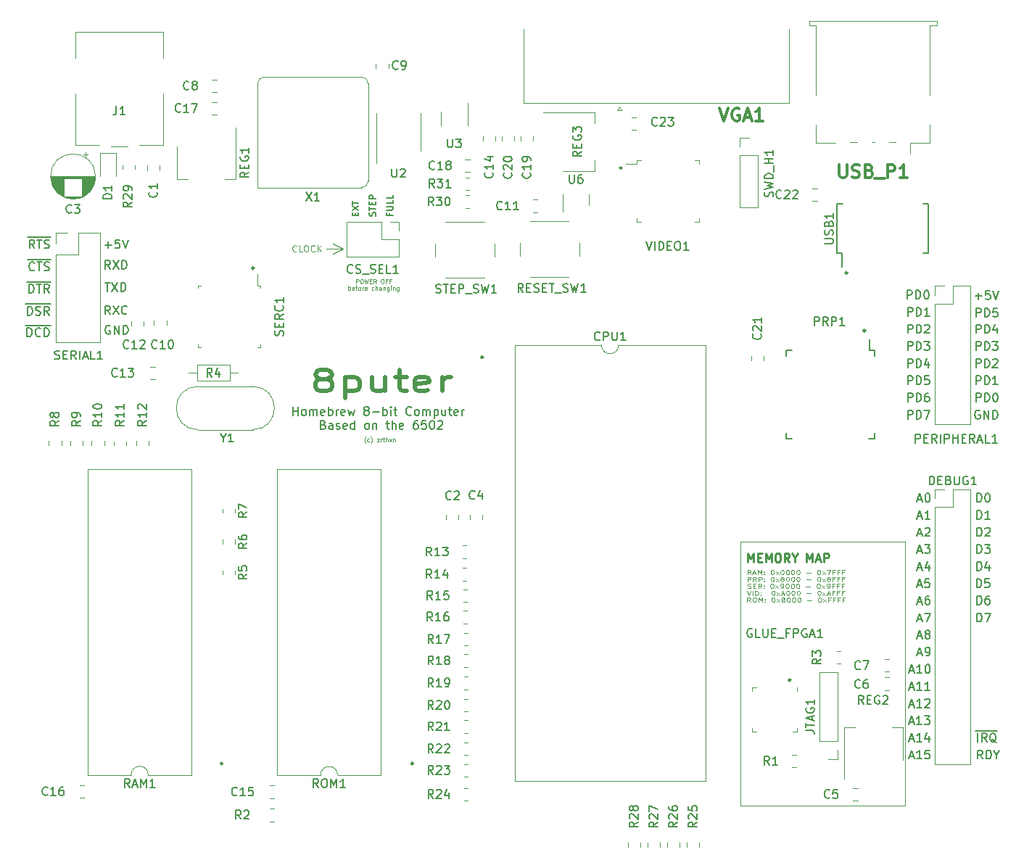
<source format=gbr>
%TF.GenerationSoftware,KiCad,Pcbnew,6.0.4-1.fc35*%
%TF.CreationDate,2022-04-22T18:18:05+05:30*%
%TF.ProjectId,8puter,38707574-6572-42e6-9b69-6361645f7063,rev?*%
%TF.SameCoordinates,PX5496c90PY8113368*%
%TF.FileFunction,Legend,Top*%
%TF.FilePolarity,Positive*%
%FSLAX46Y46*%
G04 Gerber Fmt 4.6, Leading zero omitted, Abs format (unit mm)*
G04 Created by KiCad (PCBNEW 6.0.4-1.fc35) date 2022-04-22 18:18:05*
%MOMM*%
%LPD*%
G01*
G04 APERTURE LIST*
%ADD10C,0.260000*%
%ADD11C,0.120000*%
%ADD12C,0.150000*%
%ADD13C,0.100000*%
%ADD14C,0.250000*%
%ADD15C,0.500000*%
%ADD16C,0.200000*%
%ADD17C,0.300000*%
G04 APERTURE END LIST*
D10*
X100030000Y64850000D02*
G75*
G03*
X100030000Y64850000I-130000J0D01*
G01*
X28630000Y72150000D02*
G75*
G03*
X28630000Y72150000I-130000J0D01*
G01*
X47230000Y14300000D02*
G75*
G03*
X47230000Y14300000I-130000J0D01*
G01*
X55380000Y61750000D02*
G75*
G03*
X55380000Y61750000I-130000J0D01*
G01*
D11*
X85400000Y40200000D02*
X104675000Y40200000D01*
X104675000Y40200000D02*
X104675000Y9400000D01*
X104675000Y9400000D02*
X85400000Y9400000D01*
X85400000Y9400000D02*
X85400000Y40200000D01*
D10*
X91280000Y24050000D02*
G75*
G03*
X91280000Y24050000I-130000J0D01*
G01*
X24980000Y14300000D02*
G75*
G03*
X24980000Y14300000I-130000J0D01*
G01*
X97930000Y71600000D02*
G75*
G03*
X97930000Y71600000I-130000J0D01*
G01*
X71580000Y83850000D02*
G75*
G03*
X71580000Y83850000I-130000J0D01*
G01*
D12*
X106133452Y29158334D02*
X106609642Y29158334D01*
X106038214Y28872620D02*
X106371547Y29872620D01*
X106704880Y28872620D01*
X107181071Y29444048D02*
X107085833Y29491667D01*
X107038214Y29539286D01*
X106990595Y29634524D01*
X106990595Y29682143D01*
X107038214Y29777381D01*
X107085833Y29825000D01*
X107181071Y29872620D01*
X107371547Y29872620D01*
X107466785Y29825000D01*
X107514404Y29777381D01*
X107562023Y29682143D01*
X107562023Y29634524D01*
X107514404Y29539286D01*
X107466785Y29491667D01*
X107371547Y29444048D01*
X107181071Y29444048D01*
X107085833Y29396429D01*
X107038214Y29348810D01*
X106990595Y29253572D01*
X106990595Y29063096D01*
X107038214Y28967858D01*
X107085833Y28920239D01*
X107181071Y28872620D01*
X107371547Y28872620D01*
X107466785Y28920239D01*
X107514404Y28967858D01*
X107562023Y29063096D01*
X107562023Y29253572D01*
X107514404Y29348810D01*
X107466785Y29396429D01*
X107371547Y29444048D01*
X112935595Y58547620D02*
X112935595Y59547620D01*
X113316547Y59547620D01*
X113411785Y59500000D01*
X113459404Y59452381D01*
X113507023Y59357143D01*
X113507023Y59214286D01*
X113459404Y59119048D01*
X113411785Y59071429D01*
X113316547Y59023810D01*
X112935595Y59023810D01*
X113935595Y58547620D02*
X113935595Y59547620D01*
X114173690Y59547620D01*
X114316547Y59500000D01*
X114411785Y59404762D01*
X114459404Y59309524D01*
X114507023Y59119048D01*
X114507023Y58976191D01*
X114459404Y58785715D01*
X114411785Y58690477D01*
X114316547Y58595239D01*
X114173690Y58547620D01*
X113935595Y58547620D01*
X115459404Y58547620D02*
X114887976Y58547620D01*
X115173690Y58547620D02*
X115173690Y59547620D01*
X115078452Y59404762D01*
X114983214Y59309524D01*
X114887976Y59261905D01*
X44446428Y78526072D02*
X44446428Y78276072D01*
X44839285Y78276072D02*
X44089285Y78276072D01*
X44089285Y78633215D01*
X44089285Y78918929D02*
X44696428Y78918929D01*
X44767857Y78954643D01*
X44803571Y78990358D01*
X44839285Y79061786D01*
X44839285Y79204643D01*
X44803571Y79276072D01*
X44767857Y79311786D01*
X44696428Y79347500D01*
X44089285Y79347500D01*
X44839285Y80061786D02*
X44839285Y79704643D01*
X44089285Y79704643D01*
X44839285Y80668929D02*
X44839285Y80311786D01*
X44089285Y80311786D01*
X112935595Y64547620D02*
X112935595Y65547620D01*
X113316547Y65547620D01*
X113411785Y65500000D01*
X113459404Y65452381D01*
X113507023Y65357143D01*
X113507023Y65214286D01*
X113459404Y65119048D01*
X113411785Y65071429D01*
X113316547Y65023810D01*
X112935595Y65023810D01*
X113935595Y64547620D02*
X113935595Y65547620D01*
X114173690Y65547620D01*
X114316547Y65500000D01*
X114411785Y65404762D01*
X114459404Y65309524D01*
X114507023Y65119048D01*
X114507023Y64976191D01*
X114459404Y64785715D01*
X114411785Y64690477D01*
X114316547Y64595239D01*
X114173690Y64547620D01*
X113935595Y64547620D01*
X115364166Y65214286D02*
X115364166Y64547620D01*
X115126071Y65595239D02*
X114887976Y64880953D01*
X115507023Y64880953D01*
X113359404Y55500000D02*
X113264166Y55547620D01*
X113121309Y55547620D01*
X112978452Y55500000D01*
X112883214Y55404762D01*
X112835595Y55309524D01*
X112787976Y55119048D01*
X112787976Y54976191D01*
X112835595Y54785715D01*
X112883214Y54690477D01*
X112978452Y54595239D01*
X113121309Y54547620D01*
X113216547Y54547620D01*
X113359404Y54595239D01*
X113407023Y54642858D01*
X113407023Y54976191D01*
X113216547Y54976191D01*
X113835595Y54547620D02*
X113835595Y55547620D01*
X114407023Y54547620D01*
X114407023Y55547620D01*
X114883214Y54547620D02*
X114883214Y55547620D01*
X115121309Y55547620D01*
X115264166Y55500000D01*
X115359404Y55404762D01*
X115407023Y55309524D01*
X115454642Y55119048D01*
X115454642Y54976191D01*
X115407023Y54785715D01*
X115359404Y54690477D01*
X115264166Y54595239D01*
X115121309Y54547620D01*
X114883214Y54547620D01*
X113035595Y40847620D02*
X113035595Y41847620D01*
X113273690Y41847620D01*
X113416547Y41800000D01*
X113511785Y41704762D01*
X113559404Y41609524D01*
X113607023Y41419048D01*
X113607023Y41276191D01*
X113559404Y41085715D01*
X113511785Y40990477D01*
X113416547Y40895239D01*
X113273690Y40847620D01*
X113035595Y40847620D01*
X113987976Y41752381D02*
X114035595Y41800000D01*
X114130833Y41847620D01*
X114368928Y41847620D01*
X114464166Y41800000D01*
X114511785Y41752381D01*
X114559404Y41657143D01*
X114559404Y41561905D01*
X114511785Y41419048D01*
X113940357Y40847620D01*
X114559404Y40847620D01*
X105156071Y23158334D02*
X105632261Y23158334D01*
X105060833Y22872620D02*
X105394166Y23872620D01*
X105727500Y22872620D01*
X106584642Y22872620D02*
X106013214Y22872620D01*
X106298928Y22872620D02*
X106298928Y23872620D01*
X106203690Y23729762D01*
X106108452Y23634524D01*
X106013214Y23586905D01*
X107537023Y22872620D02*
X106965595Y22872620D01*
X107251309Y22872620D02*
X107251309Y23872620D01*
X107156071Y23729762D01*
X107060833Y23634524D01*
X106965595Y23586905D01*
X42803571Y78240358D02*
X42839285Y78347500D01*
X42839285Y78526072D01*
X42803571Y78597500D01*
X42767857Y78633215D01*
X42696428Y78668929D01*
X42625000Y78668929D01*
X42553571Y78633215D01*
X42517857Y78597500D01*
X42482142Y78526072D01*
X42446428Y78383215D01*
X42410714Y78311786D01*
X42375000Y78276072D01*
X42303571Y78240358D01*
X42232142Y78240358D01*
X42160714Y78276072D01*
X42125000Y78311786D01*
X42089285Y78383215D01*
X42089285Y78561786D01*
X42125000Y78668929D01*
X42089285Y78883215D02*
X42089285Y79311786D01*
X42839285Y79097500D02*
X42089285Y79097500D01*
X42446428Y79561786D02*
X42446428Y79811786D01*
X42839285Y79918929D02*
X42839285Y79561786D01*
X42089285Y79561786D01*
X42089285Y79918929D01*
X42839285Y80240358D02*
X42089285Y80240358D01*
X42089285Y80526072D01*
X42125000Y80597500D01*
X42160714Y80633215D01*
X42232142Y80668929D01*
X42339285Y80668929D01*
X42410714Y80633215D01*
X42446428Y80597500D01*
X42482142Y80526072D01*
X42482142Y80240358D01*
X105156071Y17133334D02*
X105632261Y17133334D01*
X105060833Y16847620D02*
X105394166Y17847620D01*
X105727500Y16847620D01*
X106584642Y16847620D02*
X106013214Y16847620D01*
X106298928Y16847620D02*
X106298928Y17847620D01*
X106203690Y17704762D01*
X106108452Y17609524D01*
X106013214Y17561905D01*
X107441785Y17514286D02*
X107441785Y16847620D01*
X107203690Y17895239D02*
X106965595Y17180953D01*
X107584642Y17180953D01*
X105181071Y25133334D02*
X105657261Y25133334D01*
X105085833Y24847620D02*
X105419166Y25847620D01*
X105752500Y24847620D01*
X106609642Y24847620D02*
X106038214Y24847620D01*
X106323928Y24847620D02*
X106323928Y25847620D01*
X106228690Y25704762D01*
X106133452Y25609524D01*
X106038214Y25561905D01*
X107228690Y25847620D02*
X107323928Y25847620D01*
X107419166Y25800000D01*
X107466785Y25752381D01*
X107514404Y25657143D01*
X107562023Y25466667D01*
X107562023Y25228572D01*
X107514404Y25038096D01*
X107466785Y24942858D01*
X107419166Y24895239D01*
X107323928Y24847620D01*
X107228690Y24847620D01*
X107133452Y24895239D01*
X107085833Y24942858D01*
X107038214Y25038096D01*
X106990595Y25228572D01*
X106990595Y25466667D01*
X107038214Y25657143D01*
X107085833Y25752381D01*
X107133452Y25800000D01*
X107228690Y25847620D01*
D13*
X40564285Y70376310D02*
X40564285Y70876310D01*
X40754761Y70876310D01*
X40802380Y70852500D01*
X40826190Y70828691D01*
X40850000Y70781072D01*
X40850000Y70709643D01*
X40826190Y70662024D01*
X40802380Y70638215D01*
X40754761Y70614405D01*
X40564285Y70614405D01*
X41159523Y70876310D02*
X41254761Y70876310D01*
X41302380Y70852500D01*
X41350000Y70804881D01*
X41373809Y70709643D01*
X41373809Y70542977D01*
X41350000Y70447739D01*
X41302380Y70400120D01*
X41254761Y70376310D01*
X41159523Y70376310D01*
X41111904Y70400120D01*
X41064285Y70447739D01*
X41040476Y70542977D01*
X41040476Y70709643D01*
X41064285Y70804881D01*
X41111904Y70852500D01*
X41159523Y70876310D01*
X41540476Y70876310D02*
X41659523Y70376310D01*
X41754761Y70733453D01*
X41850000Y70376310D01*
X41969047Y70876310D01*
X42159523Y70638215D02*
X42326190Y70638215D01*
X42397619Y70376310D02*
X42159523Y70376310D01*
X42159523Y70876310D01*
X42397619Y70876310D01*
X42897619Y70376310D02*
X42730952Y70614405D01*
X42611904Y70376310D02*
X42611904Y70876310D01*
X42802380Y70876310D01*
X42850000Y70852500D01*
X42873809Y70828691D01*
X42897619Y70781072D01*
X42897619Y70709643D01*
X42873809Y70662024D01*
X42850000Y70638215D01*
X42802380Y70614405D01*
X42611904Y70614405D01*
X43588095Y70876310D02*
X43683333Y70876310D01*
X43730952Y70852500D01*
X43778571Y70804881D01*
X43802380Y70709643D01*
X43802380Y70542977D01*
X43778571Y70447739D01*
X43730952Y70400120D01*
X43683333Y70376310D01*
X43588095Y70376310D01*
X43540476Y70400120D01*
X43492857Y70447739D01*
X43469047Y70542977D01*
X43469047Y70709643D01*
X43492857Y70804881D01*
X43540476Y70852500D01*
X43588095Y70876310D01*
X44183333Y70638215D02*
X44016666Y70638215D01*
X44016666Y70376310D02*
X44016666Y70876310D01*
X44254761Y70876310D01*
X44611904Y70638215D02*
X44445238Y70638215D01*
X44445238Y70376310D02*
X44445238Y70876310D01*
X44683333Y70876310D01*
X39659523Y69571310D02*
X39659523Y70071310D01*
X39659523Y69880834D02*
X39707142Y69904643D01*
X39802380Y69904643D01*
X39850000Y69880834D01*
X39873809Y69857024D01*
X39897619Y69809405D01*
X39897619Y69666548D01*
X39873809Y69618929D01*
X39850000Y69595120D01*
X39802380Y69571310D01*
X39707142Y69571310D01*
X39659523Y69595120D01*
X40302380Y69595120D02*
X40254761Y69571310D01*
X40159523Y69571310D01*
X40111904Y69595120D01*
X40088095Y69642739D01*
X40088095Y69833215D01*
X40111904Y69880834D01*
X40159523Y69904643D01*
X40254761Y69904643D01*
X40302380Y69880834D01*
X40326190Y69833215D01*
X40326190Y69785596D01*
X40088095Y69737977D01*
X40469047Y69904643D02*
X40659523Y69904643D01*
X40540476Y69571310D02*
X40540476Y69999881D01*
X40564285Y70047500D01*
X40611904Y70071310D01*
X40659523Y70071310D01*
X40897619Y69571310D02*
X40850000Y69595120D01*
X40826190Y69618929D01*
X40802380Y69666548D01*
X40802380Y69809405D01*
X40826190Y69857024D01*
X40850000Y69880834D01*
X40897619Y69904643D01*
X40969047Y69904643D01*
X41016666Y69880834D01*
X41040476Y69857024D01*
X41064285Y69809405D01*
X41064285Y69666548D01*
X41040476Y69618929D01*
X41016666Y69595120D01*
X40969047Y69571310D01*
X40897619Y69571310D01*
X41278571Y69571310D02*
X41278571Y69904643D01*
X41278571Y69809405D02*
X41302380Y69857024D01*
X41326190Y69880834D01*
X41373809Y69904643D01*
X41421428Y69904643D01*
X41778571Y69595120D02*
X41730952Y69571310D01*
X41635714Y69571310D01*
X41588095Y69595120D01*
X41564285Y69642739D01*
X41564285Y69833215D01*
X41588095Y69880834D01*
X41635714Y69904643D01*
X41730952Y69904643D01*
X41778571Y69880834D01*
X41802380Y69833215D01*
X41802380Y69785596D01*
X41564285Y69737977D01*
X42611904Y69595120D02*
X42564285Y69571310D01*
X42469047Y69571310D01*
X42421428Y69595120D01*
X42397619Y69618929D01*
X42373809Y69666548D01*
X42373809Y69809405D01*
X42397619Y69857024D01*
X42421428Y69880834D01*
X42469047Y69904643D01*
X42564285Y69904643D01*
X42611904Y69880834D01*
X42826190Y69571310D02*
X42826190Y70071310D01*
X43040476Y69571310D02*
X43040476Y69833215D01*
X43016666Y69880834D01*
X42969047Y69904643D01*
X42897619Y69904643D01*
X42850000Y69880834D01*
X42826190Y69857024D01*
X43492857Y69571310D02*
X43492857Y69833215D01*
X43469047Y69880834D01*
X43421428Y69904643D01*
X43326190Y69904643D01*
X43278571Y69880834D01*
X43492857Y69595120D02*
X43445238Y69571310D01*
X43326190Y69571310D01*
X43278571Y69595120D01*
X43254761Y69642739D01*
X43254761Y69690358D01*
X43278571Y69737977D01*
X43326190Y69761786D01*
X43445238Y69761786D01*
X43492857Y69785596D01*
X43730952Y69904643D02*
X43730952Y69571310D01*
X43730952Y69857024D02*
X43754761Y69880834D01*
X43802380Y69904643D01*
X43873809Y69904643D01*
X43921428Y69880834D01*
X43945238Y69833215D01*
X43945238Y69571310D01*
X44397619Y69904643D02*
X44397619Y69499881D01*
X44373809Y69452262D01*
X44350000Y69428453D01*
X44302380Y69404643D01*
X44230952Y69404643D01*
X44183333Y69428453D01*
X44397619Y69595120D02*
X44350000Y69571310D01*
X44254761Y69571310D01*
X44207142Y69595120D01*
X44183333Y69618929D01*
X44159523Y69666548D01*
X44159523Y69809405D01*
X44183333Y69857024D01*
X44207142Y69880834D01*
X44254761Y69904643D01*
X44350000Y69904643D01*
X44397619Y69880834D01*
X44635714Y69571310D02*
X44635714Y69904643D01*
X44635714Y70071310D02*
X44611904Y70047500D01*
X44635714Y70023691D01*
X44659523Y70047500D01*
X44635714Y70071310D01*
X44635714Y70023691D01*
X44873809Y69904643D02*
X44873809Y69571310D01*
X44873809Y69857024D02*
X44897619Y69880834D01*
X44945238Y69904643D01*
X45016666Y69904643D01*
X45064285Y69880834D01*
X45088095Y69833215D01*
X45088095Y69571310D01*
X45540476Y69904643D02*
X45540476Y69499881D01*
X45516666Y69452262D01*
X45492857Y69428453D01*
X45445238Y69404643D01*
X45373809Y69404643D01*
X45326190Y69428453D01*
X45540476Y69595120D02*
X45492857Y69571310D01*
X45397619Y69571310D01*
X45350000Y69595120D01*
X45326190Y69618929D01*
X45302380Y69666548D01*
X45302380Y69809405D01*
X45326190Y69857024D01*
X45350000Y69880834D01*
X45397619Y69904643D01*
X45492857Y69904643D01*
X45540476Y69880834D01*
D12*
X1950119Y67930000D02*
X2950119Y67930000D01*
X2188214Y66647620D02*
X2188214Y67647620D01*
X2426309Y67647620D01*
X2569166Y67600000D01*
X2664404Y67504762D01*
X2712023Y67409524D01*
X2759642Y67219048D01*
X2759642Y67076191D01*
X2712023Y66885715D01*
X2664404Y66790477D01*
X2569166Y66695239D01*
X2426309Y66647620D01*
X2188214Y66647620D01*
X2950119Y67930000D02*
X3902500Y67930000D01*
X3140595Y66695239D02*
X3283452Y66647620D01*
X3521547Y66647620D01*
X3616785Y66695239D01*
X3664404Y66742858D01*
X3712023Y66838096D01*
X3712023Y66933334D01*
X3664404Y67028572D01*
X3616785Y67076191D01*
X3521547Y67123810D01*
X3331071Y67171429D01*
X3235833Y67219048D01*
X3188214Y67266667D01*
X3140595Y67361905D01*
X3140595Y67457143D01*
X3188214Y67552381D01*
X3235833Y67600000D01*
X3331071Y67647620D01*
X3569166Y67647620D01*
X3712023Y67600000D01*
X3902500Y67930000D02*
X4902500Y67930000D01*
X4712023Y66647620D02*
X4378690Y67123810D01*
X4140595Y66647620D02*
X4140595Y67647620D01*
X4521547Y67647620D01*
X4616785Y67600000D01*
X4664404Y67552381D01*
X4712023Y67457143D01*
X4712023Y67314286D01*
X4664404Y67219048D01*
X4616785Y67171429D01*
X4521547Y67123810D01*
X4140595Y67123810D01*
X1902500Y65430000D02*
X2902500Y65430000D01*
X2140595Y64147620D02*
X2140595Y65147620D01*
X2378690Y65147620D01*
X2521547Y65100000D01*
X2616785Y65004762D01*
X2664404Y64909524D01*
X2712023Y64719048D01*
X2712023Y64576191D01*
X2664404Y64385715D01*
X2616785Y64290477D01*
X2521547Y64195239D01*
X2378690Y64147620D01*
X2140595Y64147620D01*
X2902500Y65430000D02*
X3902500Y65430000D01*
X3712023Y64242858D02*
X3664404Y64195239D01*
X3521547Y64147620D01*
X3426309Y64147620D01*
X3283452Y64195239D01*
X3188214Y64290477D01*
X3140595Y64385715D01*
X3092976Y64576191D01*
X3092976Y64719048D01*
X3140595Y64909524D01*
X3188214Y65004762D01*
X3283452Y65100000D01*
X3426309Y65147620D01*
X3521547Y65147620D01*
X3664404Y65100000D01*
X3712023Y65052381D01*
X3902500Y65430000D02*
X4902500Y65430000D01*
X4140595Y64147620D02*
X4140595Y65147620D01*
X4378690Y65147620D01*
X4521547Y65100000D01*
X4616785Y65004762D01*
X4664404Y64909524D01*
X4712023Y64719048D01*
X4712023Y64576191D01*
X4664404Y64385715D01*
X4616785Y64290477D01*
X4521547Y64195239D01*
X4378690Y64147620D01*
X4140595Y64147620D01*
D13*
X86622619Y36383810D02*
X86405952Y36621905D01*
X86251190Y36383810D02*
X86251190Y36883810D01*
X86498809Y36883810D01*
X86560714Y36860000D01*
X86591666Y36836191D01*
X86622619Y36788572D01*
X86622619Y36717143D01*
X86591666Y36669524D01*
X86560714Y36645715D01*
X86498809Y36621905D01*
X86251190Y36621905D01*
X86870238Y36526667D02*
X87179761Y36526667D01*
X86808333Y36383810D02*
X87025000Y36883810D01*
X87241666Y36383810D01*
X87458333Y36383810D02*
X87458333Y36883810D01*
X87675000Y36526667D01*
X87891666Y36883810D01*
X87891666Y36383810D01*
X88201190Y36431429D02*
X88232142Y36407620D01*
X88201190Y36383810D01*
X88170238Y36407620D01*
X88201190Y36431429D01*
X88201190Y36383810D01*
X88201190Y36693334D02*
X88232142Y36669524D01*
X88201190Y36645715D01*
X88170238Y36669524D01*
X88201190Y36693334D01*
X88201190Y36645715D01*
X89129761Y36883810D02*
X89191666Y36883810D01*
X89253571Y36860000D01*
X89284523Y36836191D01*
X89315476Y36788572D01*
X89346428Y36693334D01*
X89346428Y36574286D01*
X89315476Y36479048D01*
X89284523Y36431429D01*
X89253571Y36407620D01*
X89191666Y36383810D01*
X89129761Y36383810D01*
X89067857Y36407620D01*
X89036904Y36431429D01*
X89005952Y36479048D01*
X88975000Y36574286D01*
X88975000Y36693334D01*
X89005952Y36788572D01*
X89036904Y36836191D01*
X89067857Y36860000D01*
X89129761Y36883810D01*
X89563095Y36383810D02*
X89903571Y36717143D01*
X89563095Y36717143D02*
X89903571Y36383810D01*
X90275000Y36883810D02*
X90336904Y36883810D01*
X90398809Y36860000D01*
X90429761Y36836191D01*
X90460714Y36788572D01*
X90491666Y36693334D01*
X90491666Y36574286D01*
X90460714Y36479048D01*
X90429761Y36431429D01*
X90398809Y36407620D01*
X90336904Y36383810D01*
X90275000Y36383810D01*
X90213095Y36407620D01*
X90182142Y36431429D01*
X90151190Y36479048D01*
X90120238Y36574286D01*
X90120238Y36693334D01*
X90151190Y36788572D01*
X90182142Y36836191D01*
X90213095Y36860000D01*
X90275000Y36883810D01*
X90894047Y36883810D02*
X90955952Y36883810D01*
X91017857Y36860000D01*
X91048809Y36836191D01*
X91079761Y36788572D01*
X91110714Y36693334D01*
X91110714Y36574286D01*
X91079761Y36479048D01*
X91048809Y36431429D01*
X91017857Y36407620D01*
X90955952Y36383810D01*
X90894047Y36383810D01*
X90832142Y36407620D01*
X90801190Y36431429D01*
X90770238Y36479048D01*
X90739285Y36574286D01*
X90739285Y36693334D01*
X90770238Y36788572D01*
X90801190Y36836191D01*
X90832142Y36860000D01*
X90894047Y36883810D01*
X91513095Y36883810D02*
X91575000Y36883810D01*
X91636904Y36860000D01*
X91667857Y36836191D01*
X91698809Y36788572D01*
X91729761Y36693334D01*
X91729761Y36574286D01*
X91698809Y36479048D01*
X91667857Y36431429D01*
X91636904Y36407620D01*
X91575000Y36383810D01*
X91513095Y36383810D01*
X91451190Y36407620D01*
X91420238Y36431429D01*
X91389285Y36479048D01*
X91358333Y36574286D01*
X91358333Y36693334D01*
X91389285Y36788572D01*
X91420238Y36836191D01*
X91451190Y36860000D01*
X91513095Y36883810D01*
X92132142Y36883810D02*
X92194047Y36883810D01*
X92255952Y36860000D01*
X92286904Y36836191D01*
X92317857Y36788572D01*
X92348809Y36693334D01*
X92348809Y36574286D01*
X92317857Y36479048D01*
X92286904Y36431429D01*
X92255952Y36407620D01*
X92194047Y36383810D01*
X92132142Y36383810D01*
X92070238Y36407620D01*
X92039285Y36431429D01*
X92008333Y36479048D01*
X91977380Y36574286D01*
X91977380Y36693334D01*
X92008333Y36788572D01*
X92039285Y36836191D01*
X92070238Y36860000D01*
X92132142Y36883810D01*
X93122619Y36574286D02*
X93617857Y36574286D01*
X94546428Y36883810D02*
X94608333Y36883810D01*
X94670238Y36860000D01*
X94701190Y36836191D01*
X94732142Y36788572D01*
X94763095Y36693334D01*
X94763095Y36574286D01*
X94732142Y36479048D01*
X94701190Y36431429D01*
X94670238Y36407620D01*
X94608333Y36383810D01*
X94546428Y36383810D01*
X94484523Y36407620D01*
X94453571Y36431429D01*
X94422619Y36479048D01*
X94391666Y36574286D01*
X94391666Y36693334D01*
X94422619Y36788572D01*
X94453571Y36836191D01*
X94484523Y36860000D01*
X94546428Y36883810D01*
X94979761Y36383810D02*
X95320238Y36717143D01*
X94979761Y36717143D02*
X95320238Y36383810D01*
X95505952Y36883810D02*
X95939285Y36883810D01*
X95660714Y36383810D01*
X96403571Y36645715D02*
X96186904Y36645715D01*
X96186904Y36383810D02*
X96186904Y36883810D01*
X96496428Y36883810D01*
X96960714Y36645715D02*
X96744047Y36645715D01*
X96744047Y36383810D02*
X96744047Y36883810D01*
X97053571Y36883810D01*
X97517857Y36645715D02*
X97301190Y36645715D01*
X97301190Y36383810D02*
X97301190Y36883810D01*
X97610714Y36883810D01*
X86251190Y35578810D02*
X86251190Y36078810D01*
X86498809Y36078810D01*
X86560714Y36055000D01*
X86591666Y36031191D01*
X86622619Y35983572D01*
X86622619Y35912143D01*
X86591666Y35864524D01*
X86560714Y35840715D01*
X86498809Y35816905D01*
X86251190Y35816905D01*
X87272619Y35578810D02*
X87055952Y35816905D01*
X86901190Y35578810D02*
X86901190Y36078810D01*
X87148809Y36078810D01*
X87210714Y36055000D01*
X87241666Y36031191D01*
X87272619Y35983572D01*
X87272619Y35912143D01*
X87241666Y35864524D01*
X87210714Y35840715D01*
X87148809Y35816905D01*
X86901190Y35816905D01*
X87551190Y35578810D02*
X87551190Y36078810D01*
X87798809Y36078810D01*
X87860714Y36055000D01*
X87891666Y36031191D01*
X87922619Y35983572D01*
X87922619Y35912143D01*
X87891666Y35864524D01*
X87860714Y35840715D01*
X87798809Y35816905D01*
X87551190Y35816905D01*
X88201190Y35626429D02*
X88232142Y35602620D01*
X88201190Y35578810D01*
X88170238Y35602620D01*
X88201190Y35626429D01*
X88201190Y35578810D01*
X88201190Y35888334D02*
X88232142Y35864524D01*
X88201190Y35840715D01*
X88170238Y35864524D01*
X88201190Y35888334D01*
X88201190Y35840715D01*
X89129761Y36078810D02*
X89191666Y36078810D01*
X89253571Y36055000D01*
X89284523Y36031191D01*
X89315476Y35983572D01*
X89346428Y35888334D01*
X89346428Y35769286D01*
X89315476Y35674048D01*
X89284523Y35626429D01*
X89253571Y35602620D01*
X89191666Y35578810D01*
X89129761Y35578810D01*
X89067857Y35602620D01*
X89036904Y35626429D01*
X89005952Y35674048D01*
X88975000Y35769286D01*
X88975000Y35888334D01*
X89005952Y35983572D01*
X89036904Y36031191D01*
X89067857Y36055000D01*
X89129761Y36078810D01*
X89563095Y35578810D02*
X89903571Y35912143D01*
X89563095Y35912143D02*
X89903571Y35578810D01*
X90244047Y35864524D02*
X90182142Y35888334D01*
X90151190Y35912143D01*
X90120238Y35959762D01*
X90120238Y35983572D01*
X90151190Y36031191D01*
X90182142Y36055000D01*
X90244047Y36078810D01*
X90367857Y36078810D01*
X90429761Y36055000D01*
X90460714Y36031191D01*
X90491666Y35983572D01*
X90491666Y35959762D01*
X90460714Y35912143D01*
X90429761Y35888334D01*
X90367857Y35864524D01*
X90244047Y35864524D01*
X90182142Y35840715D01*
X90151190Y35816905D01*
X90120238Y35769286D01*
X90120238Y35674048D01*
X90151190Y35626429D01*
X90182142Y35602620D01*
X90244047Y35578810D01*
X90367857Y35578810D01*
X90429761Y35602620D01*
X90460714Y35626429D01*
X90491666Y35674048D01*
X90491666Y35769286D01*
X90460714Y35816905D01*
X90429761Y35840715D01*
X90367857Y35864524D01*
X90894047Y36078810D02*
X90955952Y36078810D01*
X91017857Y36055000D01*
X91048809Y36031191D01*
X91079761Y35983572D01*
X91110714Y35888334D01*
X91110714Y35769286D01*
X91079761Y35674048D01*
X91048809Y35626429D01*
X91017857Y35602620D01*
X90955952Y35578810D01*
X90894047Y35578810D01*
X90832142Y35602620D01*
X90801190Y35626429D01*
X90770238Y35674048D01*
X90739285Y35769286D01*
X90739285Y35888334D01*
X90770238Y35983572D01*
X90801190Y36031191D01*
X90832142Y36055000D01*
X90894047Y36078810D01*
X91513095Y36078810D02*
X91575000Y36078810D01*
X91636904Y36055000D01*
X91667857Y36031191D01*
X91698809Y35983572D01*
X91729761Y35888334D01*
X91729761Y35769286D01*
X91698809Y35674048D01*
X91667857Y35626429D01*
X91636904Y35602620D01*
X91575000Y35578810D01*
X91513095Y35578810D01*
X91451190Y35602620D01*
X91420238Y35626429D01*
X91389285Y35674048D01*
X91358333Y35769286D01*
X91358333Y35888334D01*
X91389285Y35983572D01*
X91420238Y36031191D01*
X91451190Y36055000D01*
X91513095Y36078810D01*
X92132142Y36078810D02*
X92194047Y36078810D01*
X92255952Y36055000D01*
X92286904Y36031191D01*
X92317857Y35983572D01*
X92348809Y35888334D01*
X92348809Y35769286D01*
X92317857Y35674048D01*
X92286904Y35626429D01*
X92255952Y35602620D01*
X92194047Y35578810D01*
X92132142Y35578810D01*
X92070238Y35602620D01*
X92039285Y35626429D01*
X92008333Y35674048D01*
X91977380Y35769286D01*
X91977380Y35888334D01*
X92008333Y35983572D01*
X92039285Y36031191D01*
X92070238Y36055000D01*
X92132142Y36078810D01*
X93122619Y35769286D02*
X93617857Y35769286D01*
X94546428Y36078810D02*
X94608333Y36078810D01*
X94670238Y36055000D01*
X94701190Y36031191D01*
X94732142Y35983572D01*
X94763095Y35888334D01*
X94763095Y35769286D01*
X94732142Y35674048D01*
X94701190Y35626429D01*
X94670238Y35602620D01*
X94608333Y35578810D01*
X94546428Y35578810D01*
X94484523Y35602620D01*
X94453571Y35626429D01*
X94422619Y35674048D01*
X94391666Y35769286D01*
X94391666Y35888334D01*
X94422619Y35983572D01*
X94453571Y36031191D01*
X94484523Y36055000D01*
X94546428Y36078810D01*
X94979761Y35578810D02*
X95320238Y35912143D01*
X94979761Y35912143D02*
X95320238Y35578810D01*
X95660714Y35864524D02*
X95598809Y35888334D01*
X95567857Y35912143D01*
X95536904Y35959762D01*
X95536904Y35983572D01*
X95567857Y36031191D01*
X95598809Y36055000D01*
X95660714Y36078810D01*
X95784523Y36078810D01*
X95846428Y36055000D01*
X95877380Y36031191D01*
X95908333Y35983572D01*
X95908333Y35959762D01*
X95877380Y35912143D01*
X95846428Y35888334D01*
X95784523Y35864524D01*
X95660714Y35864524D01*
X95598809Y35840715D01*
X95567857Y35816905D01*
X95536904Y35769286D01*
X95536904Y35674048D01*
X95567857Y35626429D01*
X95598809Y35602620D01*
X95660714Y35578810D01*
X95784523Y35578810D01*
X95846428Y35602620D01*
X95877380Y35626429D01*
X95908333Y35674048D01*
X95908333Y35769286D01*
X95877380Y35816905D01*
X95846428Y35840715D01*
X95784523Y35864524D01*
X96403571Y35840715D02*
X96186904Y35840715D01*
X96186904Y35578810D02*
X96186904Y36078810D01*
X96496428Y36078810D01*
X96960714Y35840715D02*
X96744047Y35840715D01*
X96744047Y35578810D02*
X96744047Y36078810D01*
X97053571Y36078810D01*
X97517857Y35840715D02*
X97301190Y35840715D01*
X97301190Y35578810D02*
X97301190Y36078810D01*
X97610714Y36078810D01*
X86266666Y34797620D02*
X86359523Y34773810D01*
X86514285Y34773810D01*
X86576190Y34797620D01*
X86607142Y34821429D01*
X86638095Y34869048D01*
X86638095Y34916667D01*
X86607142Y34964286D01*
X86576190Y34988096D01*
X86514285Y35011905D01*
X86390476Y35035715D01*
X86328571Y35059524D01*
X86297619Y35083334D01*
X86266666Y35130953D01*
X86266666Y35178572D01*
X86297619Y35226191D01*
X86328571Y35250000D01*
X86390476Y35273810D01*
X86545238Y35273810D01*
X86638095Y35250000D01*
X86916666Y35035715D02*
X87133333Y35035715D01*
X87226190Y34773810D02*
X86916666Y34773810D01*
X86916666Y35273810D01*
X87226190Y35273810D01*
X87876190Y34773810D02*
X87659523Y35011905D01*
X87504761Y34773810D02*
X87504761Y35273810D01*
X87752380Y35273810D01*
X87814285Y35250000D01*
X87845238Y35226191D01*
X87876190Y35178572D01*
X87876190Y35107143D01*
X87845238Y35059524D01*
X87814285Y35035715D01*
X87752380Y35011905D01*
X87504761Y35011905D01*
X88154761Y34821429D02*
X88185714Y34797620D01*
X88154761Y34773810D01*
X88123809Y34797620D01*
X88154761Y34821429D01*
X88154761Y34773810D01*
X88154761Y35083334D02*
X88185714Y35059524D01*
X88154761Y35035715D01*
X88123809Y35059524D01*
X88154761Y35083334D01*
X88154761Y35035715D01*
X89083333Y35273810D02*
X89145238Y35273810D01*
X89207142Y35250000D01*
X89238095Y35226191D01*
X89269047Y35178572D01*
X89300000Y35083334D01*
X89300000Y34964286D01*
X89269047Y34869048D01*
X89238095Y34821429D01*
X89207142Y34797620D01*
X89145238Y34773810D01*
X89083333Y34773810D01*
X89021428Y34797620D01*
X88990476Y34821429D01*
X88959523Y34869048D01*
X88928571Y34964286D01*
X88928571Y35083334D01*
X88959523Y35178572D01*
X88990476Y35226191D01*
X89021428Y35250000D01*
X89083333Y35273810D01*
X89516666Y34773810D02*
X89857142Y35107143D01*
X89516666Y35107143D02*
X89857142Y34773810D01*
X90135714Y34773810D02*
X90259523Y34773810D01*
X90321428Y34797620D01*
X90352380Y34821429D01*
X90414285Y34892858D01*
X90445238Y34988096D01*
X90445238Y35178572D01*
X90414285Y35226191D01*
X90383333Y35250000D01*
X90321428Y35273810D01*
X90197619Y35273810D01*
X90135714Y35250000D01*
X90104761Y35226191D01*
X90073809Y35178572D01*
X90073809Y35059524D01*
X90104761Y35011905D01*
X90135714Y34988096D01*
X90197619Y34964286D01*
X90321428Y34964286D01*
X90383333Y34988096D01*
X90414285Y35011905D01*
X90445238Y35059524D01*
X90847619Y35273810D02*
X90909523Y35273810D01*
X90971428Y35250000D01*
X91002380Y35226191D01*
X91033333Y35178572D01*
X91064285Y35083334D01*
X91064285Y34964286D01*
X91033333Y34869048D01*
X91002380Y34821429D01*
X90971428Y34797620D01*
X90909523Y34773810D01*
X90847619Y34773810D01*
X90785714Y34797620D01*
X90754761Y34821429D01*
X90723809Y34869048D01*
X90692857Y34964286D01*
X90692857Y35083334D01*
X90723809Y35178572D01*
X90754761Y35226191D01*
X90785714Y35250000D01*
X90847619Y35273810D01*
X91466666Y35273810D02*
X91528571Y35273810D01*
X91590476Y35250000D01*
X91621428Y35226191D01*
X91652380Y35178572D01*
X91683333Y35083334D01*
X91683333Y34964286D01*
X91652380Y34869048D01*
X91621428Y34821429D01*
X91590476Y34797620D01*
X91528571Y34773810D01*
X91466666Y34773810D01*
X91404761Y34797620D01*
X91373809Y34821429D01*
X91342857Y34869048D01*
X91311904Y34964286D01*
X91311904Y35083334D01*
X91342857Y35178572D01*
X91373809Y35226191D01*
X91404761Y35250000D01*
X91466666Y35273810D01*
X92085714Y35273810D02*
X92147619Y35273810D01*
X92209523Y35250000D01*
X92240476Y35226191D01*
X92271428Y35178572D01*
X92302380Y35083334D01*
X92302380Y34964286D01*
X92271428Y34869048D01*
X92240476Y34821429D01*
X92209523Y34797620D01*
X92147619Y34773810D01*
X92085714Y34773810D01*
X92023809Y34797620D01*
X91992857Y34821429D01*
X91961904Y34869048D01*
X91930952Y34964286D01*
X91930952Y35083334D01*
X91961904Y35178572D01*
X91992857Y35226191D01*
X92023809Y35250000D01*
X92085714Y35273810D01*
X93076190Y34964286D02*
X93571428Y34964286D01*
X94500000Y35273810D02*
X94561904Y35273810D01*
X94623809Y35250000D01*
X94654761Y35226191D01*
X94685714Y35178572D01*
X94716666Y35083334D01*
X94716666Y34964286D01*
X94685714Y34869048D01*
X94654761Y34821429D01*
X94623809Y34797620D01*
X94561904Y34773810D01*
X94500000Y34773810D01*
X94438095Y34797620D01*
X94407142Y34821429D01*
X94376190Y34869048D01*
X94345238Y34964286D01*
X94345238Y35083334D01*
X94376190Y35178572D01*
X94407142Y35226191D01*
X94438095Y35250000D01*
X94500000Y35273810D01*
X94933333Y34773810D02*
X95273809Y35107143D01*
X94933333Y35107143D02*
X95273809Y34773810D01*
X95552380Y34773810D02*
X95676190Y34773810D01*
X95738095Y34797620D01*
X95769047Y34821429D01*
X95830952Y34892858D01*
X95861904Y34988096D01*
X95861904Y35178572D01*
X95830952Y35226191D01*
X95800000Y35250000D01*
X95738095Y35273810D01*
X95614285Y35273810D01*
X95552380Y35250000D01*
X95521428Y35226191D01*
X95490476Y35178572D01*
X95490476Y35059524D01*
X95521428Y35011905D01*
X95552380Y34988096D01*
X95614285Y34964286D01*
X95738095Y34964286D01*
X95800000Y34988096D01*
X95830952Y35011905D01*
X95861904Y35059524D01*
X96357142Y35035715D02*
X96140476Y35035715D01*
X96140476Y34773810D02*
X96140476Y35273810D01*
X96450000Y35273810D01*
X96914285Y35035715D02*
X96697619Y35035715D01*
X96697619Y34773810D02*
X96697619Y35273810D01*
X97007142Y35273810D01*
X97471428Y35035715D02*
X97254761Y35035715D01*
X97254761Y34773810D02*
X97254761Y35273810D01*
X97564285Y35273810D01*
X86189285Y34468810D02*
X86405952Y33968810D01*
X86622619Y34468810D01*
X86839285Y33968810D02*
X86839285Y34468810D01*
X87148809Y33968810D02*
X87148809Y34468810D01*
X87303571Y34468810D01*
X87396428Y34445000D01*
X87458333Y34397381D01*
X87489285Y34349762D01*
X87520238Y34254524D01*
X87520238Y34183096D01*
X87489285Y34087858D01*
X87458333Y34040239D01*
X87396428Y33992620D01*
X87303571Y33968810D01*
X87148809Y33968810D01*
X87798809Y34016429D02*
X87829761Y33992620D01*
X87798809Y33968810D01*
X87767857Y33992620D01*
X87798809Y34016429D01*
X87798809Y33968810D01*
X87798809Y34278334D02*
X87829761Y34254524D01*
X87798809Y34230715D01*
X87767857Y34254524D01*
X87798809Y34278334D01*
X87798809Y34230715D01*
X89222619Y34468810D02*
X89284523Y34468810D01*
X89346428Y34445000D01*
X89377380Y34421191D01*
X89408333Y34373572D01*
X89439285Y34278334D01*
X89439285Y34159286D01*
X89408333Y34064048D01*
X89377380Y34016429D01*
X89346428Y33992620D01*
X89284523Y33968810D01*
X89222619Y33968810D01*
X89160714Y33992620D01*
X89129761Y34016429D01*
X89098809Y34064048D01*
X89067857Y34159286D01*
X89067857Y34278334D01*
X89098809Y34373572D01*
X89129761Y34421191D01*
X89160714Y34445000D01*
X89222619Y34468810D01*
X89655952Y33968810D02*
X89996428Y34302143D01*
X89655952Y34302143D02*
X89996428Y33968810D01*
X90213095Y34111667D02*
X90522619Y34111667D01*
X90151190Y33968810D02*
X90367857Y34468810D01*
X90584523Y33968810D01*
X90925000Y34468810D02*
X90986904Y34468810D01*
X91048809Y34445000D01*
X91079761Y34421191D01*
X91110714Y34373572D01*
X91141666Y34278334D01*
X91141666Y34159286D01*
X91110714Y34064048D01*
X91079761Y34016429D01*
X91048809Y33992620D01*
X90986904Y33968810D01*
X90925000Y33968810D01*
X90863095Y33992620D01*
X90832142Y34016429D01*
X90801190Y34064048D01*
X90770238Y34159286D01*
X90770238Y34278334D01*
X90801190Y34373572D01*
X90832142Y34421191D01*
X90863095Y34445000D01*
X90925000Y34468810D01*
X91544047Y34468810D02*
X91605952Y34468810D01*
X91667857Y34445000D01*
X91698809Y34421191D01*
X91729761Y34373572D01*
X91760714Y34278334D01*
X91760714Y34159286D01*
X91729761Y34064048D01*
X91698809Y34016429D01*
X91667857Y33992620D01*
X91605952Y33968810D01*
X91544047Y33968810D01*
X91482142Y33992620D01*
X91451190Y34016429D01*
X91420238Y34064048D01*
X91389285Y34159286D01*
X91389285Y34278334D01*
X91420238Y34373572D01*
X91451190Y34421191D01*
X91482142Y34445000D01*
X91544047Y34468810D01*
X92163095Y34468810D02*
X92225000Y34468810D01*
X92286904Y34445000D01*
X92317857Y34421191D01*
X92348809Y34373572D01*
X92379761Y34278334D01*
X92379761Y34159286D01*
X92348809Y34064048D01*
X92317857Y34016429D01*
X92286904Y33992620D01*
X92225000Y33968810D01*
X92163095Y33968810D01*
X92101190Y33992620D01*
X92070238Y34016429D01*
X92039285Y34064048D01*
X92008333Y34159286D01*
X92008333Y34278334D01*
X92039285Y34373572D01*
X92070238Y34421191D01*
X92101190Y34445000D01*
X92163095Y34468810D01*
X93153571Y34159286D02*
X93648809Y34159286D01*
X94577380Y34468810D02*
X94639285Y34468810D01*
X94701190Y34445000D01*
X94732142Y34421191D01*
X94763095Y34373572D01*
X94794047Y34278334D01*
X94794047Y34159286D01*
X94763095Y34064048D01*
X94732142Y34016429D01*
X94701190Y33992620D01*
X94639285Y33968810D01*
X94577380Y33968810D01*
X94515476Y33992620D01*
X94484523Y34016429D01*
X94453571Y34064048D01*
X94422619Y34159286D01*
X94422619Y34278334D01*
X94453571Y34373572D01*
X94484523Y34421191D01*
X94515476Y34445000D01*
X94577380Y34468810D01*
X95010714Y33968810D02*
X95351190Y34302143D01*
X95010714Y34302143D02*
X95351190Y33968810D01*
X95567857Y34111667D02*
X95877380Y34111667D01*
X95505952Y33968810D02*
X95722619Y34468810D01*
X95939285Y33968810D01*
X96372619Y34230715D02*
X96155952Y34230715D01*
X96155952Y33968810D02*
X96155952Y34468810D01*
X96465476Y34468810D01*
X96929761Y34230715D02*
X96713095Y34230715D01*
X96713095Y33968810D02*
X96713095Y34468810D01*
X97022619Y34468810D01*
X97486904Y34230715D02*
X97270238Y34230715D01*
X97270238Y33968810D02*
X97270238Y34468810D01*
X97579761Y34468810D01*
X86576190Y33163810D02*
X86359523Y33401905D01*
X86204761Y33163810D02*
X86204761Y33663810D01*
X86452380Y33663810D01*
X86514285Y33640000D01*
X86545238Y33616191D01*
X86576190Y33568572D01*
X86576190Y33497143D01*
X86545238Y33449524D01*
X86514285Y33425715D01*
X86452380Y33401905D01*
X86204761Y33401905D01*
X86978571Y33663810D02*
X87102380Y33663810D01*
X87164285Y33640000D01*
X87226190Y33592381D01*
X87257142Y33497143D01*
X87257142Y33330477D01*
X87226190Y33235239D01*
X87164285Y33187620D01*
X87102380Y33163810D01*
X86978571Y33163810D01*
X86916666Y33187620D01*
X86854761Y33235239D01*
X86823809Y33330477D01*
X86823809Y33497143D01*
X86854761Y33592381D01*
X86916666Y33640000D01*
X86978571Y33663810D01*
X87535714Y33163810D02*
X87535714Y33663810D01*
X87752380Y33306667D01*
X87969047Y33663810D01*
X87969047Y33163810D01*
X88278571Y33211429D02*
X88309523Y33187620D01*
X88278571Y33163810D01*
X88247619Y33187620D01*
X88278571Y33211429D01*
X88278571Y33163810D01*
X88278571Y33473334D02*
X88309523Y33449524D01*
X88278571Y33425715D01*
X88247619Y33449524D01*
X88278571Y33473334D01*
X88278571Y33425715D01*
X89207142Y33663810D02*
X89269047Y33663810D01*
X89330952Y33640000D01*
X89361904Y33616191D01*
X89392857Y33568572D01*
X89423809Y33473334D01*
X89423809Y33354286D01*
X89392857Y33259048D01*
X89361904Y33211429D01*
X89330952Y33187620D01*
X89269047Y33163810D01*
X89207142Y33163810D01*
X89145238Y33187620D01*
X89114285Y33211429D01*
X89083333Y33259048D01*
X89052380Y33354286D01*
X89052380Y33473334D01*
X89083333Y33568572D01*
X89114285Y33616191D01*
X89145238Y33640000D01*
X89207142Y33663810D01*
X89640476Y33163810D02*
X89980952Y33497143D01*
X89640476Y33497143D02*
X89980952Y33163810D01*
X90445238Y33425715D02*
X90538095Y33401905D01*
X90569047Y33378096D01*
X90600000Y33330477D01*
X90600000Y33259048D01*
X90569047Y33211429D01*
X90538095Y33187620D01*
X90476190Y33163810D01*
X90228571Y33163810D01*
X90228571Y33663810D01*
X90445238Y33663810D01*
X90507142Y33640000D01*
X90538095Y33616191D01*
X90569047Y33568572D01*
X90569047Y33520953D01*
X90538095Y33473334D01*
X90507142Y33449524D01*
X90445238Y33425715D01*
X90228571Y33425715D01*
X91002380Y33663810D02*
X91064285Y33663810D01*
X91126190Y33640000D01*
X91157142Y33616191D01*
X91188095Y33568572D01*
X91219047Y33473334D01*
X91219047Y33354286D01*
X91188095Y33259048D01*
X91157142Y33211429D01*
X91126190Y33187620D01*
X91064285Y33163810D01*
X91002380Y33163810D01*
X90940476Y33187620D01*
X90909523Y33211429D01*
X90878571Y33259048D01*
X90847619Y33354286D01*
X90847619Y33473334D01*
X90878571Y33568572D01*
X90909523Y33616191D01*
X90940476Y33640000D01*
X91002380Y33663810D01*
X91621428Y33663810D02*
X91683333Y33663810D01*
X91745238Y33640000D01*
X91776190Y33616191D01*
X91807142Y33568572D01*
X91838095Y33473334D01*
X91838095Y33354286D01*
X91807142Y33259048D01*
X91776190Y33211429D01*
X91745238Y33187620D01*
X91683333Y33163810D01*
X91621428Y33163810D01*
X91559523Y33187620D01*
X91528571Y33211429D01*
X91497619Y33259048D01*
X91466666Y33354286D01*
X91466666Y33473334D01*
X91497619Y33568572D01*
X91528571Y33616191D01*
X91559523Y33640000D01*
X91621428Y33663810D01*
X92240476Y33663810D02*
X92302380Y33663810D01*
X92364285Y33640000D01*
X92395238Y33616191D01*
X92426190Y33568572D01*
X92457142Y33473334D01*
X92457142Y33354286D01*
X92426190Y33259048D01*
X92395238Y33211429D01*
X92364285Y33187620D01*
X92302380Y33163810D01*
X92240476Y33163810D01*
X92178571Y33187620D01*
X92147619Y33211429D01*
X92116666Y33259048D01*
X92085714Y33354286D01*
X92085714Y33473334D01*
X92116666Y33568572D01*
X92147619Y33616191D01*
X92178571Y33640000D01*
X92240476Y33663810D01*
X93230952Y33354286D02*
X93726190Y33354286D01*
X94654761Y33663810D02*
X94716666Y33663810D01*
X94778571Y33640000D01*
X94809523Y33616191D01*
X94840476Y33568572D01*
X94871428Y33473334D01*
X94871428Y33354286D01*
X94840476Y33259048D01*
X94809523Y33211429D01*
X94778571Y33187620D01*
X94716666Y33163810D01*
X94654761Y33163810D01*
X94592857Y33187620D01*
X94561904Y33211429D01*
X94530952Y33259048D01*
X94500000Y33354286D01*
X94500000Y33473334D01*
X94530952Y33568572D01*
X94561904Y33616191D01*
X94592857Y33640000D01*
X94654761Y33663810D01*
X95088095Y33163810D02*
X95428571Y33497143D01*
X95088095Y33497143D02*
X95428571Y33163810D01*
X95892857Y33425715D02*
X95676190Y33425715D01*
X95676190Y33163810D02*
X95676190Y33663810D01*
X95985714Y33663810D01*
X96450000Y33425715D02*
X96233333Y33425715D01*
X96233333Y33163810D02*
X96233333Y33663810D01*
X96542857Y33663810D01*
X97007142Y33425715D02*
X96790476Y33425715D01*
X96790476Y33163810D02*
X96790476Y33663810D01*
X97100000Y33663810D01*
X97564285Y33425715D02*
X97347619Y33425715D01*
X97347619Y33163810D02*
X97347619Y33663810D01*
X97657142Y33663810D01*
D12*
X105156071Y21133334D02*
X105632261Y21133334D01*
X105060833Y20847620D02*
X105394166Y21847620D01*
X105727500Y20847620D01*
X106584642Y20847620D02*
X106013214Y20847620D01*
X106298928Y20847620D02*
X106298928Y21847620D01*
X106203690Y21704762D01*
X106108452Y21609524D01*
X106013214Y21561905D01*
X106965595Y21752381D02*
X107013214Y21800000D01*
X107108452Y21847620D01*
X107346547Y21847620D01*
X107441785Y21800000D01*
X107489404Y21752381D01*
X107537023Y21657143D01*
X107537023Y21561905D01*
X107489404Y21419048D01*
X106917976Y20847620D01*
X107537023Y20847620D01*
X113035595Y42847620D02*
X113035595Y43847620D01*
X113273690Y43847620D01*
X113416547Y43800000D01*
X113511785Y43704762D01*
X113559404Y43609524D01*
X113607023Y43419048D01*
X113607023Y43276191D01*
X113559404Y43085715D01*
X113511785Y42990477D01*
X113416547Y42895239D01*
X113273690Y42847620D01*
X113035595Y42847620D01*
X114559404Y42847620D02*
X113987976Y42847620D01*
X114273690Y42847620D02*
X114273690Y43847620D01*
X114178452Y43704762D01*
X114083214Y43609524D01*
X113987976Y43561905D01*
X2140595Y70530000D02*
X3140595Y70530000D01*
X2378690Y69247620D02*
X2378690Y70247620D01*
X2616785Y70247620D01*
X2759642Y70200000D01*
X2854880Y70104762D01*
X2902500Y70009524D01*
X2950119Y69819048D01*
X2950119Y69676191D01*
X2902500Y69485715D01*
X2854880Y69390477D01*
X2759642Y69295239D01*
X2616785Y69247620D01*
X2378690Y69247620D01*
X3140595Y70530000D02*
X3902500Y70530000D01*
X3235833Y70247620D02*
X3807261Y70247620D01*
X3521547Y69247620D02*
X3521547Y70247620D01*
X3902500Y70530000D02*
X4902500Y70530000D01*
X4712023Y69247620D02*
X4378690Y69723810D01*
X4140595Y69247620D02*
X4140595Y70247620D01*
X4521547Y70247620D01*
X4616785Y70200000D01*
X4664404Y70152381D01*
X4712023Y70057143D01*
X4712023Y69914286D01*
X4664404Y69819048D01*
X4616785Y69771429D01*
X4521547Y69723810D01*
X4140595Y69723810D01*
X113035595Y44847620D02*
X113035595Y45847620D01*
X113273690Y45847620D01*
X113416547Y45800000D01*
X113511785Y45704762D01*
X113559404Y45609524D01*
X113607023Y45419048D01*
X113607023Y45276191D01*
X113559404Y45085715D01*
X113511785Y44990477D01*
X113416547Y44895239D01*
X113273690Y44847620D01*
X113035595Y44847620D01*
X114226071Y45847620D02*
X114321309Y45847620D01*
X114416547Y45800000D01*
X114464166Y45752381D01*
X114511785Y45657143D01*
X114559404Y45466667D01*
X114559404Y45228572D01*
X114511785Y45038096D01*
X114464166Y44942858D01*
X114416547Y44895239D01*
X114321309Y44847620D01*
X114226071Y44847620D01*
X114130833Y44895239D01*
X114083214Y44942858D01*
X114035595Y45038096D01*
X113987976Y45228572D01*
X113987976Y45466667D01*
X114035595Y45657143D01*
X114083214Y45752381D01*
X114130833Y45800000D01*
X114226071Y45847620D01*
X106133452Y41133334D02*
X106609642Y41133334D01*
X106038214Y40847620D02*
X106371547Y41847620D01*
X106704880Y40847620D01*
X106990595Y41752381D02*
X107038214Y41800000D01*
X107133452Y41847620D01*
X107371547Y41847620D01*
X107466785Y41800000D01*
X107514404Y41752381D01*
X107562023Y41657143D01*
X107562023Y41561905D01*
X107514404Y41419048D01*
X106942976Y40847620D01*
X107562023Y40847620D01*
X112835595Y68878572D02*
X113597500Y68878572D01*
X113216547Y68497620D02*
X113216547Y69259524D01*
X114549880Y69497620D02*
X114073690Y69497620D01*
X114026071Y69021429D01*
X114073690Y69069048D01*
X114168928Y69116667D01*
X114407023Y69116667D01*
X114502261Y69069048D01*
X114549880Y69021429D01*
X114597500Y68926191D01*
X114597500Y68688096D01*
X114549880Y68592858D01*
X114502261Y68545239D01*
X114407023Y68497620D01*
X114168928Y68497620D01*
X114073690Y68545239D01*
X114026071Y68592858D01*
X114883214Y69497620D02*
X115216547Y68497620D01*
X115549880Y69497620D01*
D14*
X86309523Y37847620D02*
X86309523Y38847620D01*
X86642857Y38133334D01*
X86976190Y38847620D01*
X86976190Y37847620D01*
X87452380Y38371429D02*
X87785714Y38371429D01*
X87928571Y37847620D02*
X87452380Y37847620D01*
X87452380Y38847620D01*
X87928571Y38847620D01*
X88357142Y37847620D02*
X88357142Y38847620D01*
X88690476Y38133334D01*
X89023809Y38847620D01*
X89023809Y37847620D01*
X89690476Y38847620D02*
X89880952Y38847620D01*
X89976190Y38800000D01*
X90071428Y38704762D01*
X90119047Y38514286D01*
X90119047Y38180953D01*
X90071428Y37990477D01*
X89976190Y37895239D01*
X89880952Y37847620D01*
X89690476Y37847620D01*
X89595238Y37895239D01*
X89500000Y37990477D01*
X89452380Y38180953D01*
X89452380Y38514286D01*
X89500000Y38704762D01*
X89595238Y38800000D01*
X89690476Y38847620D01*
X91119047Y37847620D02*
X90785714Y38323810D01*
X90547619Y37847620D02*
X90547619Y38847620D01*
X90928571Y38847620D01*
X91023809Y38800000D01*
X91071428Y38752381D01*
X91119047Y38657143D01*
X91119047Y38514286D01*
X91071428Y38419048D01*
X91023809Y38371429D01*
X90928571Y38323810D01*
X90547619Y38323810D01*
X91738095Y38323810D02*
X91738095Y37847620D01*
X91404761Y38847620D02*
X91738095Y38323810D01*
X92071428Y38847620D01*
X93166666Y37847620D02*
X93166666Y38847620D01*
X93500000Y38133334D01*
X93833333Y38847620D01*
X93833333Y37847620D01*
X94261904Y38133334D02*
X94738095Y38133334D01*
X94166666Y37847620D02*
X94500000Y38847620D01*
X94833333Y37847620D01*
X95166666Y37847620D02*
X95166666Y38847620D01*
X95547619Y38847620D01*
X95642857Y38800000D01*
X95690476Y38752381D01*
X95738095Y38657143D01*
X95738095Y38514286D01*
X95690476Y38419048D01*
X95642857Y38371429D01*
X95547619Y38323810D01*
X95166666Y38323810D01*
D12*
X11838095Y65400000D02*
X11742857Y65447620D01*
X11600000Y65447620D01*
X11457142Y65400000D01*
X11361904Y65304762D01*
X11314285Y65209524D01*
X11266666Y65019048D01*
X11266666Y64876191D01*
X11314285Y64685715D01*
X11361904Y64590477D01*
X11457142Y64495239D01*
X11600000Y64447620D01*
X11695238Y64447620D01*
X11838095Y64495239D01*
X11885714Y64542858D01*
X11885714Y64876191D01*
X11695238Y64876191D01*
X12314285Y64447620D02*
X12314285Y65447620D01*
X12885714Y64447620D01*
X12885714Y65447620D01*
X13361904Y64447620D02*
X13361904Y65447620D01*
X13600000Y65447620D01*
X13742857Y65400000D01*
X13838095Y65304762D01*
X13885714Y65209524D01*
X13933333Y65019048D01*
X13933333Y64876191D01*
X13885714Y64685715D01*
X13838095Y64590477D01*
X13742857Y64495239D01*
X13600000Y64447620D01*
X13361904Y64447620D01*
D15*
X36436666Y59197620D02*
X36103333Y59316667D01*
X35936666Y59435715D01*
X35770000Y59673810D01*
X35770000Y59792858D01*
X35936666Y60030953D01*
X36103333Y60150000D01*
X36436666Y60269048D01*
X37103333Y60269048D01*
X37436666Y60150000D01*
X37603333Y60030953D01*
X37770000Y59792858D01*
X37770000Y59673810D01*
X37603333Y59435715D01*
X37436666Y59316667D01*
X37103333Y59197620D01*
X36436666Y59197620D01*
X36103333Y59078572D01*
X35936666Y58959524D01*
X35770000Y58721429D01*
X35770000Y58245239D01*
X35936666Y58007143D01*
X36103333Y57888096D01*
X36436666Y57769048D01*
X37103333Y57769048D01*
X37436666Y57888096D01*
X37603333Y58007143D01*
X37770000Y58245239D01*
X37770000Y58721429D01*
X37603333Y58959524D01*
X37436666Y59078572D01*
X37103333Y59197620D01*
X39270000Y59435715D02*
X39270000Y56935715D01*
X39270000Y59316667D02*
X39603333Y59435715D01*
X40270000Y59435715D01*
X40603333Y59316667D01*
X40770000Y59197620D01*
X40936666Y58959524D01*
X40936666Y58245239D01*
X40770000Y58007143D01*
X40603333Y57888096D01*
X40270000Y57769048D01*
X39603333Y57769048D01*
X39270000Y57888096D01*
X43936666Y59435715D02*
X43936666Y57769048D01*
X42436666Y59435715D02*
X42436666Y58126191D01*
X42603333Y57888096D01*
X42936666Y57769048D01*
X43436666Y57769048D01*
X43770000Y57888096D01*
X43936666Y58007143D01*
X45103333Y59435715D02*
X46436666Y59435715D01*
X45603333Y60269048D02*
X45603333Y58126191D01*
X45770000Y57888096D01*
X46103333Y57769048D01*
X46436666Y57769048D01*
X48936666Y57888096D02*
X48603333Y57769048D01*
X47936666Y57769048D01*
X47603333Y57888096D01*
X47436666Y58126191D01*
X47436666Y59078572D01*
X47603333Y59316667D01*
X47936666Y59435715D01*
X48603333Y59435715D01*
X48936666Y59316667D01*
X49103333Y59078572D01*
X49103333Y58840477D01*
X47436666Y58602381D01*
X50603333Y57769048D02*
X50603333Y59435715D01*
X50603333Y58959524D02*
X50770000Y59197620D01*
X50936666Y59316667D01*
X51270000Y59435715D01*
X51603333Y59435715D01*
D12*
X113707023Y14847620D02*
X113373690Y15323810D01*
X113135595Y14847620D02*
X113135595Y15847620D01*
X113516547Y15847620D01*
X113611785Y15800000D01*
X113659404Y15752381D01*
X113707023Y15657143D01*
X113707023Y15514286D01*
X113659404Y15419048D01*
X113611785Y15371429D01*
X113516547Y15323810D01*
X113135595Y15323810D01*
X114135595Y14847620D02*
X114135595Y15847620D01*
X114373690Y15847620D01*
X114516547Y15800000D01*
X114611785Y15704762D01*
X114659404Y15609524D01*
X114707023Y15419048D01*
X114707023Y15276191D01*
X114659404Y15085715D01*
X114611785Y14990477D01*
X114516547Y14895239D01*
X114373690Y14847620D01*
X114135595Y14847620D01*
X115326071Y15323810D02*
X115326071Y14847620D01*
X114992738Y15847620D02*
X115326071Y15323810D01*
X115659404Y15847620D01*
X11833333Y66747620D02*
X11500000Y67223810D01*
X11261904Y66747620D02*
X11261904Y67747620D01*
X11642857Y67747620D01*
X11738095Y67700000D01*
X11785714Y67652381D01*
X11833333Y67557143D01*
X11833333Y67414286D01*
X11785714Y67319048D01*
X11738095Y67271429D01*
X11642857Y67223810D01*
X11261904Y67223810D01*
X12166666Y67747620D02*
X12833333Y66747620D01*
X12833333Y67747620D02*
X12166666Y66747620D01*
X13785714Y66842858D02*
X13738095Y66795239D01*
X13595238Y66747620D01*
X13500000Y66747620D01*
X13357142Y66795239D01*
X13261904Y66890477D01*
X13214285Y66985715D01*
X13166666Y67176191D01*
X13166666Y67319048D01*
X13214285Y67509524D01*
X13261904Y67604762D01*
X13357142Y67700000D01*
X13500000Y67747620D01*
X13595238Y67747620D01*
X13738095Y67700000D01*
X13785714Y67652381D01*
X113035595Y38847620D02*
X113035595Y39847620D01*
X113273690Y39847620D01*
X113416547Y39800000D01*
X113511785Y39704762D01*
X113559404Y39609524D01*
X113607023Y39419048D01*
X113607023Y39276191D01*
X113559404Y39085715D01*
X113511785Y38990477D01*
X113416547Y38895239D01*
X113273690Y38847620D01*
X113035595Y38847620D01*
X113940357Y39847620D02*
X114559404Y39847620D01*
X114226071Y39466667D01*
X114368928Y39466667D01*
X114464166Y39419048D01*
X114511785Y39371429D01*
X114559404Y39276191D01*
X114559404Y39038096D01*
X114511785Y38942858D01*
X114464166Y38895239D01*
X114368928Y38847620D01*
X114083214Y38847620D01*
X113987976Y38895239D01*
X113940357Y38942858D01*
X106133452Y39133334D02*
X106609642Y39133334D01*
X106038214Y38847620D02*
X106371547Y39847620D01*
X106704880Y38847620D01*
X106942976Y39847620D02*
X107562023Y39847620D01*
X107228690Y39466667D01*
X107371547Y39466667D01*
X107466785Y39419048D01*
X107514404Y39371429D01*
X107562023Y39276191D01*
X107562023Y39038096D01*
X107514404Y38942858D01*
X107466785Y38895239D01*
X107371547Y38847620D01*
X107085833Y38847620D01*
X106990595Y38895239D01*
X106942976Y38942858D01*
X104961904Y54547620D02*
X104961904Y55547620D01*
X105342857Y55547620D01*
X105438095Y55500000D01*
X105485714Y55452381D01*
X105533333Y55357143D01*
X105533333Y55214286D01*
X105485714Y55119048D01*
X105438095Y55071429D01*
X105342857Y55023810D01*
X104961904Y55023810D01*
X105961904Y54547620D02*
X105961904Y55547620D01*
X106200000Y55547620D01*
X106342857Y55500000D01*
X106438095Y55404762D01*
X106485714Y55309524D01*
X106533333Y55119048D01*
X106533333Y54976191D01*
X106485714Y54785715D01*
X106438095Y54690477D01*
X106342857Y54595239D01*
X106200000Y54547620D01*
X105961904Y54547620D01*
X106866666Y55547620D02*
X107533333Y55547620D01*
X107104761Y54547620D01*
X11238095Y70447620D02*
X11809523Y70447620D01*
X11523809Y69447620D02*
X11523809Y70447620D01*
X12047619Y70447620D02*
X12714285Y69447620D01*
X12714285Y70447620D02*
X12047619Y69447620D01*
X13095238Y69447620D02*
X13095238Y70447620D01*
X13333333Y70447620D01*
X13476190Y70400000D01*
X13571428Y70304762D01*
X13619047Y70209524D01*
X13666666Y70019048D01*
X13666666Y69876191D01*
X13619047Y69685715D01*
X13571428Y69590477D01*
X13476190Y69495239D01*
X13333333Y69447620D01*
X13095238Y69447620D01*
X104961904Y56547620D02*
X104961904Y57547620D01*
X105342857Y57547620D01*
X105438095Y57500000D01*
X105485714Y57452381D01*
X105533333Y57357143D01*
X105533333Y57214286D01*
X105485714Y57119048D01*
X105438095Y57071429D01*
X105342857Y57023810D01*
X104961904Y57023810D01*
X105961904Y56547620D02*
X105961904Y57547620D01*
X106200000Y57547620D01*
X106342857Y57500000D01*
X106438095Y57404762D01*
X106485714Y57309524D01*
X106533333Y57119048D01*
X106533333Y56976191D01*
X106485714Y56785715D01*
X106438095Y56690477D01*
X106342857Y56595239D01*
X106200000Y56547620D01*
X105961904Y56547620D01*
X107390476Y57547620D02*
X107200000Y57547620D01*
X107104761Y57500000D01*
X107057142Y57452381D01*
X106961904Y57309524D01*
X106914285Y57119048D01*
X106914285Y56738096D01*
X106961904Y56642858D01*
X107009523Y56595239D01*
X107104761Y56547620D01*
X107295238Y56547620D01*
X107390476Y56595239D01*
X107438095Y56642858D01*
X107485714Y56738096D01*
X107485714Y56976191D01*
X107438095Y57071429D01*
X107390476Y57119048D01*
X107295238Y57166667D01*
X107104761Y57166667D01*
X107009523Y57119048D01*
X106961904Y57071429D01*
X106914285Y56976191D01*
X104961904Y64547620D02*
X104961904Y65547620D01*
X105342857Y65547620D01*
X105438095Y65500000D01*
X105485714Y65452381D01*
X105533333Y65357143D01*
X105533333Y65214286D01*
X105485714Y65119048D01*
X105438095Y65071429D01*
X105342857Y65023810D01*
X104961904Y65023810D01*
X105961904Y64547620D02*
X105961904Y65547620D01*
X106200000Y65547620D01*
X106342857Y65500000D01*
X106438095Y65404762D01*
X106485714Y65309524D01*
X106533333Y65119048D01*
X106533333Y64976191D01*
X106485714Y64785715D01*
X106438095Y64690477D01*
X106342857Y64595239D01*
X106200000Y64547620D01*
X105961904Y64547620D01*
X106914285Y65452381D02*
X106961904Y65500000D01*
X107057142Y65547620D01*
X107295238Y65547620D01*
X107390476Y65500000D01*
X107438095Y65452381D01*
X107485714Y65357143D01*
X107485714Y65261905D01*
X107438095Y65119048D01*
X106866666Y64547620D01*
X107485714Y64547620D01*
X112935595Y62547620D02*
X112935595Y63547620D01*
X113316547Y63547620D01*
X113411785Y63500000D01*
X113459404Y63452381D01*
X113507023Y63357143D01*
X113507023Y63214286D01*
X113459404Y63119048D01*
X113411785Y63071429D01*
X113316547Y63023810D01*
X112935595Y63023810D01*
X113935595Y62547620D02*
X113935595Y63547620D01*
X114173690Y63547620D01*
X114316547Y63500000D01*
X114411785Y63404762D01*
X114459404Y63309524D01*
X114507023Y63119048D01*
X114507023Y62976191D01*
X114459404Y62785715D01*
X114411785Y62690477D01*
X114316547Y62595239D01*
X114173690Y62547620D01*
X113935595Y62547620D01*
X114840357Y63547620D02*
X115459404Y63547620D01*
X115126071Y63166667D01*
X115268928Y63166667D01*
X115364166Y63119048D01*
X115411785Y63071429D01*
X115459404Y62976191D01*
X115459404Y62738096D01*
X115411785Y62642858D01*
X115364166Y62595239D01*
X115268928Y62547620D01*
X114983214Y62547620D01*
X114887976Y62595239D01*
X114840357Y62642858D01*
X106133452Y43133334D02*
X106609642Y43133334D01*
X106038214Y42847620D02*
X106371547Y43847620D01*
X106704880Y42847620D01*
X107562023Y42847620D02*
X106990595Y42847620D01*
X107276309Y42847620D02*
X107276309Y43847620D01*
X107181071Y43704762D01*
X107085833Y43609524D01*
X106990595Y43561905D01*
X2188214Y73130000D02*
X3188214Y73130000D01*
X2997738Y71942858D02*
X2950119Y71895239D01*
X2807261Y71847620D01*
X2712023Y71847620D01*
X2569166Y71895239D01*
X2473928Y71990477D01*
X2426309Y72085715D01*
X2378690Y72276191D01*
X2378690Y72419048D01*
X2426309Y72609524D01*
X2473928Y72704762D01*
X2569166Y72800000D01*
X2712023Y72847620D01*
X2807261Y72847620D01*
X2950119Y72800000D01*
X2997738Y72752381D01*
X3188214Y73130000D02*
X3950119Y73130000D01*
X3283452Y72847620D02*
X3854880Y72847620D01*
X3569166Y71847620D02*
X3569166Y72847620D01*
X3950119Y73130000D02*
X4902500Y73130000D01*
X4140595Y71895239D02*
X4283452Y71847620D01*
X4521547Y71847620D01*
X4616785Y71895239D01*
X4664404Y71942858D01*
X4712023Y72038096D01*
X4712023Y72133334D01*
X4664404Y72228572D01*
X4616785Y72276191D01*
X4521547Y72323810D01*
X4331071Y72371429D01*
X4235833Y72419048D01*
X4188214Y72466667D01*
X4140595Y72561905D01*
X4140595Y72657143D01*
X4188214Y72752381D01*
X4235833Y72800000D01*
X4331071Y72847620D01*
X4569166Y72847620D01*
X4712023Y72800000D01*
X11214285Y74828572D02*
X11976190Y74828572D01*
X11595238Y74447620D02*
X11595238Y75209524D01*
X12928571Y75447620D02*
X12452380Y75447620D01*
X12404761Y74971429D01*
X12452380Y75019048D01*
X12547619Y75066667D01*
X12785714Y75066667D01*
X12880952Y75019048D01*
X12928571Y74971429D01*
X12976190Y74876191D01*
X12976190Y74638096D01*
X12928571Y74542858D01*
X12880952Y74495239D01*
X12785714Y74447620D01*
X12547619Y74447620D01*
X12452380Y74495239D01*
X12404761Y74542858D01*
X13261904Y75447620D02*
X13595238Y74447620D01*
X13928571Y75447620D01*
X106133452Y27158334D02*
X106609642Y27158334D01*
X106038214Y26872620D02*
X106371547Y27872620D01*
X106704880Y26872620D01*
X107085833Y26872620D02*
X107276309Y26872620D01*
X107371547Y26920239D01*
X107419166Y26967858D01*
X107514404Y27110715D01*
X107562023Y27301191D01*
X107562023Y27682143D01*
X107514404Y27777381D01*
X107466785Y27825000D01*
X107371547Y27872620D01*
X107181071Y27872620D01*
X107085833Y27825000D01*
X107038214Y27777381D01*
X106990595Y27682143D01*
X106990595Y27444048D01*
X107038214Y27348810D01*
X107085833Y27301191D01*
X107181071Y27253572D01*
X107371547Y27253572D01*
X107466785Y27301191D01*
X107514404Y27348810D01*
X107562023Y27444048D01*
X11833333Y72047620D02*
X11500000Y72523810D01*
X11261904Y72047620D02*
X11261904Y73047620D01*
X11642857Y73047620D01*
X11738095Y73000000D01*
X11785714Y72952381D01*
X11833333Y72857143D01*
X11833333Y72714286D01*
X11785714Y72619048D01*
X11738095Y72571429D01*
X11642857Y72523810D01*
X11261904Y72523810D01*
X12166666Y73047620D02*
X12833333Y72047620D01*
X12833333Y73047620D02*
X12166666Y72047620D01*
X13214285Y72047620D02*
X13214285Y73047620D01*
X13452380Y73047620D01*
X13595238Y73000000D01*
X13690476Y72904762D01*
X13738095Y72809524D01*
X13785714Y72619048D01*
X13785714Y72476191D01*
X13738095Y72285715D01*
X13690476Y72190477D01*
X13595238Y72095239D01*
X13452380Y72047620D01*
X13214285Y72047620D01*
X106083452Y35133334D02*
X106559642Y35133334D01*
X105988214Y34847620D02*
X106321547Y35847620D01*
X106654880Y34847620D01*
X107464404Y35847620D02*
X106988214Y35847620D01*
X106940595Y35371429D01*
X106988214Y35419048D01*
X107083452Y35466667D01*
X107321547Y35466667D01*
X107416785Y35419048D01*
X107464404Y35371429D01*
X107512023Y35276191D01*
X107512023Y35038096D01*
X107464404Y34942858D01*
X107416785Y34895239D01*
X107321547Y34847620D01*
X107083452Y34847620D01*
X106988214Y34895239D01*
X106940595Y34942858D01*
X106133452Y37133334D02*
X106609642Y37133334D01*
X106038214Y36847620D02*
X106371547Y37847620D01*
X106704880Y36847620D01*
X107466785Y37514286D02*
X107466785Y36847620D01*
X107228690Y37895239D02*
X106990595Y37180953D01*
X107609642Y37180953D01*
X106133452Y45133334D02*
X106609642Y45133334D01*
X106038214Y44847620D02*
X106371547Y45847620D01*
X106704880Y44847620D01*
X107228690Y45847620D02*
X107323928Y45847620D01*
X107419166Y45800000D01*
X107466785Y45752381D01*
X107514404Y45657143D01*
X107562023Y45466667D01*
X107562023Y45228572D01*
X107514404Y45038096D01*
X107466785Y44942858D01*
X107419166Y44895239D01*
X107323928Y44847620D01*
X107228690Y44847620D01*
X107133452Y44895239D01*
X107085833Y44942858D01*
X107038214Y45038096D01*
X106990595Y45228572D01*
X106990595Y45466667D01*
X107038214Y45657143D01*
X107085833Y45752381D01*
X107133452Y45800000D01*
X107228690Y45847620D01*
D13*
X41689047Y51703334D02*
X41665238Y51727143D01*
X41617619Y51798572D01*
X41593809Y51846191D01*
X41570000Y51917620D01*
X41546190Y52036667D01*
X41546190Y52131905D01*
X41570000Y52250953D01*
X41593809Y52322381D01*
X41617619Y52370000D01*
X41665238Y52441429D01*
X41689047Y52465239D01*
X42093809Y51917620D02*
X42046190Y51893810D01*
X41950952Y51893810D01*
X41903333Y51917620D01*
X41879523Y51941429D01*
X41855714Y51989048D01*
X41855714Y52131905D01*
X41879523Y52179524D01*
X41903333Y52203334D01*
X41950952Y52227143D01*
X42046190Y52227143D01*
X42093809Y52203334D01*
X42260476Y51703334D02*
X42284285Y51727143D01*
X42331904Y51798572D01*
X42355714Y51846191D01*
X42379523Y51917620D01*
X42403333Y52036667D01*
X42403333Y52131905D01*
X42379523Y52250953D01*
X42355714Y52322381D01*
X42331904Y52370000D01*
X42284285Y52441429D01*
X42260476Y52465239D01*
X42974761Y52227143D02*
X43236666Y52227143D01*
X42974761Y51893810D01*
X43236666Y51893810D01*
X43427142Y51893810D02*
X43427142Y52227143D01*
X43427142Y52131905D02*
X43450952Y52179524D01*
X43474761Y52203334D01*
X43522380Y52227143D01*
X43570000Y52227143D01*
X43665238Y52227143D02*
X43855714Y52227143D01*
X43736666Y52393810D02*
X43736666Y51965239D01*
X43760476Y51917620D01*
X43808095Y51893810D01*
X43855714Y51893810D01*
X44022380Y51893810D02*
X44022380Y52393810D01*
X44236666Y51893810D02*
X44236666Y52155715D01*
X44212857Y52203334D01*
X44165238Y52227143D01*
X44093809Y52227143D01*
X44046190Y52203334D01*
X44022380Y52179524D01*
X44427142Y51893810D02*
X44689047Y52227143D01*
X44427142Y52227143D02*
X44689047Y51893810D01*
X44879523Y52227143D02*
X44879523Y51893810D01*
X44879523Y52179524D02*
X44903333Y52203334D01*
X44950952Y52227143D01*
X45022380Y52227143D01*
X45070000Y52203334D01*
X45093809Y52155715D01*
X45093809Y51893810D01*
D12*
X106133452Y33158334D02*
X106609642Y33158334D01*
X106038214Y32872620D02*
X106371547Y33872620D01*
X106704880Y32872620D01*
X107466785Y33872620D02*
X107276309Y33872620D01*
X107181071Y33825000D01*
X107133452Y33777381D01*
X107038214Y33634524D01*
X106990595Y33444048D01*
X106990595Y33063096D01*
X107038214Y32967858D01*
X107085833Y32920239D01*
X107181071Y32872620D01*
X107371547Y32872620D01*
X107466785Y32920239D01*
X107514404Y32967858D01*
X107562023Y33063096D01*
X107562023Y33301191D01*
X107514404Y33396429D01*
X107466785Y33444048D01*
X107371547Y33491667D01*
X107181071Y33491667D01*
X107085833Y33444048D01*
X107038214Y33396429D01*
X106990595Y33301191D01*
X112897500Y18130000D02*
X113373690Y18130000D01*
X113135595Y16847620D02*
X113135595Y17847620D01*
X113373690Y18130000D02*
X114373690Y18130000D01*
X114183214Y16847620D02*
X113849880Y17323810D01*
X113611785Y16847620D02*
X113611785Y17847620D01*
X113992738Y17847620D01*
X114087976Y17800000D01*
X114135595Y17752381D01*
X114183214Y17657143D01*
X114183214Y17514286D01*
X114135595Y17419048D01*
X114087976Y17371429D01*
X113992738Y17323810D01*
X113611785Y17323810D01*
X114373690Y18130000D02*
X115421309Y18130000D01*
X115278452Y16752381D02*
X115183214Y16800000D01*
X115087976Y16895239D01*
X114945119Y17038096D01*
X114849880Y17085715D01*
X114754642Y17085715D01*
X114802261Y16847620D02*
X114707023Y16895239D01*
X114611785Y16990477D01*
X114564166Y17180953D01*
X114564166Y17514286D01*
X114611785Y17704762D01*
X114707023Y17800000D01*
X114802261Y17847620D01*
X114992738Y17847620D01*
X115087976Y17800000D01*
X115183214Y17704762D01*
X115230833Y17514286D01*
X115230833Y17180953D01*
X115183214Y16990477D01*
X115087976Y16895239D01*
X114992738Y16847620D01*
X114802261Y16847620D01*
X105131071Y19133334D02*
X105607261Y19133334D01*
X105035833Y18847620D02*
X105369166Y19847620D01*
X105702500Y18847620D01*
X106559642Y18847620D02*
X105988214Y18847620D01*
X106273928Y18847620D02*
X106273928Y19847620D01*
X106178690Y19704762D01*
X106083452Y19609524D01*
X105988214Y19561905D01*
X106892976Y19847620D02*
X107512023Y19847620D01*
X107178690Y19466667D01*
X107321547Y19466667D01*
X107416785Y19419048D01*
X107464404Y19371429D01*
X107512023Y19276191D01*
X107512023Y19038096D01*
X107464404Y18942858D01*
X107416785Y18895239D01*
X107321547Y18847620D01*
X107035833Y18847620D01*
X106940595Y18895239D01*
X106892976Y18942858D01*
X104961904Y58547620D02*
X104961904Y59547620D01*
X105342857Y59547620D01*
X105438095Y59500000D01*
X105485714Y59452381D01*
X105533333Y59357143D01*
X105533333Y59214286D01*
X105485714Y59119048D01*
X105438095Y59071429D01*
X105342857Y59023810D01*
X104961904Y59023810D01*
X105961904Y58547620D02*
X105961904Y59547620D01*
X106200000Y59547620D01*
X106342857Y59500000D01*
X106438095Y59404762D01*
X106485714Y59309524D01*
X106533333Y59119048D01*
X106533333Y58976191D01*
X106485714Y58785715D01*
X106438095Y58690477D01*
X106342857Y58595239D01*
X106200000Y58547620D01*
X105961904Y58547620D01*
X107438095Y59547620D02*
X106961904Y59547620D01*
X106914285Y59071429D01*
X106961904Y59119048D01*
X107057142Y59166667D01*
X107295238Y59166667D01*
X107390476Y59119048D01*
X107438095Y59071429D01*
X107485714Y58976191D01*
X107485714Y58738096D01*
X107438095Y58642858D01*
X107390476Y58595239D01*
X107295238Y58547620D01*
X107057142Y58547620D01*
X106961904Y58595239D01*
X106914285Y58642858D01*
X40446428Y78276072D02*
X40446428Y78526072D01*
X40839285Y78633215D02*
X40839285Y78276072D01*
X40089285Y78276072D01*
X40089285Y78633215D01*
X40089285Y78883215D02*
X40839285Y79383215D01*
X40089285Y79383215D02*
X40839285Y78883215D01*
X40089285Y79561786D02*
X40089285Y79990358D01*
X40839285Y79776072D02*
X40089285Y79776072D01*
X105156071Y15133334D02*
X105632261Y15133334D01*
X105060833Y14847620D02*
X105394166Y15847620D01*
X105727500Y14847620D01*
X106584642Y14847620D02*
X106013214Y14847620D01*
X106298928Y14847620D02*
X106298928Y15847620D01*
X106203690Y15704762D01*
X106108452Y15609524D01*
X106013214Y15561905D01*
X107489404Y15847620D02*
X107013214Y15847620D01*
X106965595Y15371429D01*
X107013214Y15419048D01*
X107108452Y15466667D01*
X107346547Y15466667D01*
X107441785Y15419048D01*
X107489404Y15371429D01*
X107537023Y15276191D01*
X107537023Y15038096D01*
X107489404Y14942858D01*
X107441785Y14895239D01*
X107346547Y14847620D01*
X107108452Y14847620D01*
X107013214Y14895239D01*
X106965595Y14942858D01*
X112935595Y66447620D02*
X112935595Y67447620D01*
X113316547Y67447620D01*
X113411785Y67400000D01*
X113459404Y67352381D01*
X113507023Y67257143D01*
X113507023Y67114286D01*
X113459404Y67019048D01*
X113411785Y66971429D01*
X113316547Y66923810D01*
X112935595Y66923810D01*
X113935595Y66447620D02*
X113935595Y67447620D01*
X114173690Y67447620D01*
X114316547Y67400000D01*
X114411785Y67304762D01*
X114459404Y67209524D01*
X114507023Y67019048D01*
X114507023Y66876191D01*
X114459404Y66685715D01*
X114411785Y66590477D01*
X114316547Y66495239D01*
X114173690Y66447620D01*
X113935595Y66447620D01*
X115411785Y67447620D02*
X114935595Y67447620D01*
X114887976Y66971429D01*
X114935595Y67019048D01*
X115030833Y67066667D01*
X115268928Y67066667D01*
X115364166Y67019048D01*
X115411785Y66971429D01*
X115459404Y66876191D01*
X115459404Y66638096D01*
X115411785Y66542858D01*
X115364166Y66495239D01*
X115268928Y66447620D01*
X115030833Y66447620D01*
X114935595Y66495239D01*
X114887976Y66542858D01*
X104888214Y68547620D02*
X104888214Y69547620D01*
X105269166Y69547620D01*
X105364404Y69500000D01*
X105412023Y69452381D01*
X105459642Y69357143D01*
X105459642Y69214286D01*
X105412023Y69119048D01*
X105364404Y69071429D01*
X105269166Y69023810D01*
X104888214Y69023810D01*
X105888214Y68547620D02*
X105888214Y69547620D01*
X106126309Y69547620D01*
X106269166Y69500000D01*
X106364404Y69404762D01*
X106412023Y69309524D01*
X106459642Y69119048D01*
X106459642Y68976191D01*
X106412023Y68785715D01*
X106364404Y68690477D01*
X106269166Y68595239D01*
X106126309Y68547620D01*
X105888214Y68547620D01*
X107078690Y69547620D02*
X107173928Y69547620D01*
X107269166Y69500000D01*
X107316785Y69452381D01*
X107364404Y69357143D01*
X107412023Y69166667D01*
X107412023Y68928572D01*
X107364404Y68738096D01*
X107316785Y68642858D01*
X107269166Y68595239D01*
X107173928Y68547620D01*
X107078690Y68547620D01*
X106983452Y68595239D01*
X106935833Y68642858D01*
X106888214Y68738096D01*
X106840595Y68928572D01*
X106840595Y69166667D01*
X106888214Y69357143D01*
X106935833Y69452381D01*
X106983452Y69500000D01*
X107078690Y69547620D01*
X112985595Y34847620D02*
X112985595Y35847620D01*
X113223690Y35847620D01*
X113366547Y35800000D01*
X113461785Y35704762D01*
X113509404Y35609524D01*
X113557023Y35419048D01*
X113557023Y35276191D01*
X113509404Y35085715D01*
X113461785Y34990477D01*
X113366547Y34895239D01*
X113223690Y34847620D01*
X112985595Y34847620D01*
X114461785Y35847620D02*
X113985595Y35847620D01*
X113937976Y35371429D01*
X113985595Y35419048D01*
X114080833Y35466667D01*
X114318928Y35466667D01*
X114414166Y35419048D01*
X114461785Y35371429D01*
X114509404Y35276191D01*
X114509404Y35038096D01*
X114461785Y34942858D01*
X114414166Y34895239D01*
X114318928Y34847620D01*
X114080833Y34847620D01*
X113985595Y34895239D01*
X113937976Y34942858D01*
X104961904Y66547620D02*
X104961904Y67547620D01*
X105342857Y67547620D01*
X105438095Y67500000D01*
X105485714Y67452381D01*
X105533333Y67357143D01*
X105533333Y67214286D01*
X105485714Y67119048D01*
X105438095Y67071429D01*
X105342857Y67023810D01*
X104961904Y67023810D01*
X105961904Y66547620D02*
X105961904Y67547620D01*
X106200000Y67547620D01*
X106342857Y67500000D01*
X106438095Y67404762D01*
X106485714Y67309524D01*
X106533333Y67119048D01*
X106533333Y66976191D01*
X106485714Y66785715D01*
X106438095Y66690477D01*
X106342857Y66595239D01*
X106200000Y66547620D01*
X105961904Y66547620D01*
X107485714Y66547620D02*
X106914285Y66547620D01*
X107200000Y66547620D02*
X107200000Y67547620D01*
X107104761Y67404762D01*
X107009523Y67309524D01*
X106914285Y67261905D01*
X113035595Y30847620D02*
X113035595Y31847620D01*
X113273690Y31847620D01*
X113416547Y31800000D01*
X113511785Y31704762D01*
X113559404Y31609524D01*
X113607023Y31419048D01*
X113607023Y31276191D01*
X113559404Y31085715D01*
X113511785Y30990477D01*
X113416547Y30895239D01*
X113273690Y30847620D01*
X113035595Y30847620D01*
X113940357Y31847620D02*
X114607023Y31847620D01*
X114178452Y30847620D01*
X112935595Y60547620D02*
X112935595Y61547620D01*
X113316547Y61547620D01*
X113411785Y61500000D01*
X113459404Y61452381D01*
X113507023Y61357143D01*
X113507023Y61214286D01*
X113459404Y61119048D01*
X113411785Y61071429D01*
X113316547Y61023810D01*
X112935595Y61023810D01*
X113935595Y60547620D02*
X113935595Y61547620D01*
X114173690Y61547620D01*
X114316547Y61500000D01*
X114411785Y61404762D01*
X114459404Y61309524D01*
X114507023Y61119048D01*
X114507023Y60976191D01*
X114459404Y60785715D01*
X114411785Y60690477D01*
X114316547Y60595239D01*
X114173690Y60547620D01*
X113935595Y60547620D01*
X114887976Y61452381D02*
X114935595Y61500000D01*
X115030833Y61547620D01*
X115268928Y61547620D01*
X115364166Y61500000D01*
X115411785Y61452381D01*
X115459404Y61357143D01*
X115459404Y61261905D01*
X115411785Y61119048D01*
X114840357Y60547620D01*
X115459404Y60547620D01*
X104961904Y60547620D02*
X104961904Y61547620D01*
X105342857Y61547620D01*
X105438095Y61500000D01*
X105485714Y61452381D01*
X105533333Y61357143D01*
X105533333Y61214286D01*
X105485714Y61119048D01*
X105438095Y61071429D01*
X105342857Y61023810D01*
X104961904Y61023810D01*
X105961904Y60547620D02*
X105961904Y61547620D01*
X106200000Y61547620D01*
X106342857Y61500000D01*
X106438095Y61404762D01*
X106485714Y61309524D01*
X106533333Y61119048D01*
X106533333Y60976191D01*
X106485714Y60785715D01*
X106438095Y60690477D01*
X106342857Y60595239D01*
X106200000Y60547620D01*
X105961904Y60547620D01*
X107390476Y61214286D02*
X107390476Y60547620D01*
X107152380Y61595239D02*
X106914285Y60880953D01*
X107533333Y60880953D01*
D16*
X33190476Y54952620D02*
X33190476Y55952620D01*
X33190476Y55476429D02*
X33761904Y55476429D01*
X33761904Y54952620D02*
X33761904Y55952620D01*
X34380952Y54952620D02*
X34285714Y55000239D01*
X34238095Y55047858D01*
X34190476Y55143096D01*
X34190476Y55428810D01*
X34238095Y55524048D01*
X34285714Y55571667D01*
X34380952Y55619286D01*
X34523809Y55619286D01*
X34619047Y55571667D01*
X34666666Y55524048D01*
X34714285Y55428810D01*
X34714285Y55143096D01*
X34666666Y55047858D01*
X34619047Y55000239D01*
X34523809Y54952620D01*
X34380952Y54952620D01*
X35142857Y54952620D02*
X35142857Y55619286D01*
X35142857Y55524048D02*
X35190476Y55571667D01*
X35285714Y55619286D01*
X35428571Y55619286D01*
X35523809Y55571667D01*
X35571428Y55476429D01*
X35571428Y54952620D01*
X35571428Y55476429D02*
X35619047Y55571667D01*
X35714285Y55619286D01*
X35857142Y55619286D01*
X35952380Y55571667D01*
X36000000Y55476429D01*
X36000000Y54952620D01*
X36857142Y55000239D02*
X36761904Y54952620D01*
X36571428Y54952620D01*
X36476190Y55000239D01*
X36428571Y55095477D01*
X36428571Y55476429D01*
X36476190Y55571667D01*
X36571428Y55619286D01*
X36761904Y55619286D01*
X36857142Y55571667D01*
X36904761Y55476429D01*
X36904761Y55381191D01*
X36428571Y55285953D01*
X37333333Y54952620D02*
X37333333Y55952620D01*
X37333333Y55571667D02*
X37428571Y55619286D01*
X37619047Y55619286D01*
X37714285Y55571667D01*
X37761904Y55524048D01*
X37809523Y55428810D01*
X37809523Y55143096D01*
X37761904Y55047858D01*
X37714285Y55000239D01*
X37619047Y54952620D01*
X37428571Y54952620D01*
X37333333Y55000239D01*
X38238095Y54952620D02*
X38238095Y55619286D01*
X38238095Y55428810D02*
X38285714Y55524048D01*
X38333333Y55571667D01*
X38428571Y55619286D01*
X38523809Y55619286D01*
X39238095Y55000239D02*
X39142857Y54952620D01*
X38952380Y54952620D01*
X38857142Y55000239D01*
X38809523Y55095477D01*
X38809523Y55476429D01*
X38857142Y55571667D01*
X38952380Y55619286D01*
X39142857Y55619286D01*
X39238095Y55571667D01*
X39285714Y55476429D01*
X39285714Y55381191D01*
X38809523Y55285953D01*
X39619047Y55619286D02*
X39809523Y54952620D01*
X40000000Y55428810D01*
X40190476Y54952620D01*
X40380952Y55619286D01*
X41666666Y55524048D02*
X41571428Y55571667D01*
X41523809Y55619286D01*
X41476190Y55714524D01*
X41476190Y55762143D01*
X41523809Y55857381D01*
X41571428Y55905000D01*
X41666666Y55952620D01*
X41857142Y55952620D01*
X41952380Y55905000D01*
X42000000Y55857381D01*
X42047619Y55762143D01*
X42047619Y55714524D01*
X42000000Y55619286D01*
X41952380Y55571667D01*
X41857142Y55524048D01*
X41666666Y55524048D01*
X41571428Y55476429D01*
X41523809Y55428810D01*
X41476190Y55333572D01*
X41476190Y55143096D01*
X41523809Y55047858D01*
X41571428Y55000239D01*
X41666666Y54952620D01*
X41857142Y54952620D01*
X41952380Y55000239D01*
X42000000Y55047858D01*
X42047619Y55143096D01*
X42047619Y55333572D01*
X42000000Y55428810D01*
X41952380Y55476429D01*
X41857142Y55524048D01*
X42476190Y55333572D02*
X43238095Y55333572D01*
X43714285Y54952620D02*
X43714285Y55952620D01*
X43714285Y55571667D02*
X43809523Y55619286D01*
X44000000Y55619286D01*
X44095238Y55571667D01*
X44142857Y55524048D01*
X44190476Y55428810D01*
X44190476Y55143096D01*
X44142857Y55047858D01*
X44095238Y55000239D01*
X44000000Y54952620D01*
X43809523Y54952620D01*
X43714285Y55000239D01*
X44619047Y54952620D02*
X44619047Y55619286D01*
X44619047Y55952620D02*
X44571428Y55905000D01*
X44619047Y55857381D01*
X44666666Y55905000D01*
X44619047Y55952620D01*
X44619047Y55857381D01*
X44952380Y55619286D02*
X45333333Y55619286D01*
X45095238Y55952620D02*
X45095238Y55095477D01*
X45142857Y55000239D01*
X45238095Y54952620D01*
X45333333Y54952620D01*
X47000000Y55047858D02*
X46952380Y55000239D01*
X46809523Y54952620D01*
X46714285Y54952620D01*
X46571428Y55000239D01*
X46476190Y55095477D01*
X46428571Y55190715D01*
X46380952Y55381191D01*
X46380952Y55524048D01*
X46428571Y55714524D01*
X46476190Y55809762D01*
X46571428Y55905000D01*
X46714285Y55952620D01*
X46809523Y55952620D01*
X46952380Y55905000D01*
X47000000Y55857381D01*
X47571428Y54952620D02*
X47476190Y55000239D01*
X47428571Y55047858D01*
X47380952Y55143096D01*
X47380952Y55428810D01*
X47428571Y55524048D01*
X47476190Y55571667D01*
X47571428Y55619286D01*
X47714285Y55619286D01*
X47809523Y55571667D01*
X47857142Y55524048D01*
X47904761Y55428810D01*
X47904761Y55143096D01*
X47857142Y55047858D01*
X47809523Y55000239D01*
X47714285Y54952620D01*
X47571428Y54952620D01*
X48333333Y54952620D02*
X48333333Y55619286D01*
X48333333Y55524048D02*
X48380952Y55571667D01*
X48476190Y55619286D01*
X48619047Y55619286D01*
X48714285Y55571667D01*
X48761904Y55476429D01*
X48761904Y54952620D01*
X48761904Y55476429D02*
X48809523Y55571667D01*
X48904761Y55619286D01*
X49047619Y55619286D01*
X49142857Y55571667D01*
X49190476Y55476429D01*
X49190476Y54952620D01*
X49666666Y55619286D02*
X49666666Y54619286D01*
X49666666Y55571667D02*
X49761904Y55619286D01*
X49952380Y55619286D01*
X50047619Y55571667D01*
X50095238Y55524048D01*
X50142857Y55428810D01*
X50142857Y55143096D01*
X50095238Y55047858D01*
X50047619Y55000239D01*
X49952380Y54952620D01*
X49761904Y54952620D01*
X49666666Y55000239D01*
X51000000Y55619286D02*
X51000000Y54952620D01*
X50571428Y55619286D02*
X50571428Y55095477D01*
X50619047Y55000239D01*
X50714285Y54952620D01*
X50857142Y54952620D01*
X50952380Y55000239D01*
X51000000Y55047858D01*
X51333333Y55619286D02*
X51714285Y55619286D01*
X51476190Y55952620D02*
X51476190Y55095477D01*
X51523809Y55000239D01*
X51619047Y54952620D01*
X51714285Y54952620D01*
X52428571Y55000239D02*
X52333333Y54952620D01*
X52142857Y54952620D01*
X52047619Y55000239D01*
X52000000Y55095477D01*
X52000000Y55476429D01*
X52047619Y55571667D01*
X52142857Y55619286D01*
X52333333Y55619286D01*
X52428571Y55571667D01*
X52476190Y55476429D01*
X52476190Y55381191D01*
X52000000Y55285953D01*
X52904761Y54952620D02*
X52904761Y55619286D01*
X52904761Y55428810D02*
X52952380Y55524048D01*
X53000000Y55571667D01*
X53095238Y55619286D01*
X53190476Y55619286D01*
X36714285Y53866429D02*
X36857142Y53818810D01*
X36904761Y53771191D01*
X36952380Y53675953D01*
X36952380Y53533096D01*
X36904761Y53437858D01*
X36857142Y53390239D01*
X36761904Y53342620D01*
X36380952Y53342620D01*
X36380952Y54342620D01*
X36714285Y54342620D01*
X36809523Y54295000D01*
X36857142Y54247381D01*
X36904761Y54152143D01*
X36904761Y54056905D01*
X36857142Y53961667D01*
X36809523Y53914048D01*
X36714285Y53866429D01*
X36380952Y53866429D01*
X37809523Y53342620D02*
X37809523Y53866429D01*
X37761904Y53961667D01*
X37666666Y54009286D01*
X37476190Y54009286D01*
X37380952Y53961667D01*
X37809523Y53390239D02*
X37714285Y53342620D01*
X37476190Y53342620D01*
X37380952Y53390239D01*
X37333333Y53485477D01*
X37333333Y53580715D01*
X37380952Y53675953D01*
X37476190Y53723572D01*
X37714285Y53723572D01*
X37809523Y53771191D01*
X38238095Y53390239D02*
X38333333Y53342620D01*
X38523809Y53342620D01*
X38619047Y53390239D01*
X38666666Y53485477D01*
X38666666Y53533096D01*
X38619047Y53628334D01*
X38523809Y53675953D01*
X38380952Y53675953D01*
X38285714Y53723572D01*
X38238095Y53818810D01*
X38238095Y53866429D01*
X38285714Y53961667D01*
X38380952Y54009286D01*
X38523809Y54009286D01*
X38619047Y53961667D01*
X39476190Y53390239D02*
X39380952Y53342620D01*
X39190476Y53342620D01*
X39095238Y53390239D01*
X39047619Y53485477D01*
X39047619Y53866429D01*
X39095238Y53961667D01*
X39190476Y54009286D01*
X39380952Y54009286D01*
X39476190Y53961667D01*
X39523809Y53866429D01*
X39523809Y53771191D01*
X39047619Y53675953D01*
X40380952Y53342620D02*
X40380952Y54342620D01*
X40380952Y53390239D02*
X40285714Y53342620D01*
X40095238Y53342620D01*
X40000000Y53390239D01*
X39952380Y53437858D01*
X39904761Y53533096D01*
X39904761Y53818810D01*
X39952380Y53914048D01*
X40000000Y53961667D01*
X40095238Y54009286D01*
X40285714Y54009286D01*
X40380952Y53961667D01*
X41761904Y53342620D02*
X41666666Y53390239D01*
X41619047Y53437858D01*
X41571428Y53533096D01*
X41571428Y53818810D01*
X41619047Y53914048D01*
X41666666Y53961667D01*
X41761904Y54009286D01*
X41904761Y54009286D01*
X42000000Y53961667D01*
X42047619Y53914048D01*
X42095238Y53818810D01*
X42095238Y53533096D01*
X42047619Y53437858D01*
X42000000Y53390239D01*
X41904761Y53342620D01*
X41761904Y53342620D01*
X42523809Y54009286D02*
X42523809Y53342620D01*
X42523809Y53914048D02*
X42571428Y53961667D01*
X42666666Y54009286D01*
X42809523Y54009286D01*
X42904761Y53961667D01*
X42952380Y53866429D01*
X42952380Y53342620D01*
X44047619Y54009286D02*
X44428571Y54009286D01*
X44190476Y54342620D02*
X44190476Y53485477D01*
X44238095Y53390239D01*
X44333333Y53342620D01*
X44428571Y53342620D01*
X44761904Y53342620D02*
X44761904Y54342620D01*
X45190476Y53342620D02*
X45190476Y53866429D01*
X45142857Y53961667D01*
X45047619Y54009286D01*
X44904761Y54009286D01*
X44809523Y53961667D01*
X44761904Y53914048D01*
X46047619Y53390239D02*
X45952380Y53342620D01*
X45761904Y53342620D01*
X45666666Y53390239D01*
X45619047Y53485477D01*
X45619047Y53866429D01*
X45666666Y53961667D01*
X45761904Y54009286D01*
X45952380Y54009286D01*
X46047619Y53961667D01*
X46095238Y53866429D01*
X46095238Y53771191D01*
X45619047Y53675953D01*
X47714285Y54342620D02*
X47523809Y54342620D01*
X47428571Y54295000D01*
X47380952Y54247381D01*
X47285714Y54104524D01*
X47238095Y53914048D01*
X47238095Y53533096D01*
X47285714Y53437858D01*
X47333333Y53390239D01*
X47428571Y53342620D01*
X47619047Y53342620D01*
X47714285Y53390239D01*
X47761904Y53437858D01*
X47809523Y53533096D01*
X47809523Y53771191D01*
X47761904Y53866429D01*
X47714285Y53914048D01*
X47619047Y53961667D01*
X47428571Y53961667D01*
X47333333Y53914048D01*
X47285714Y53866429D01*
X47238095Y53771191D01*
X48714285Y54342620D02*
X48238095Y54342620D01*
X48190476Y53866429D01*
X48238095Y53914048D01*
X48333333Y53961667D01*
X48571428Y53961667D01*
X48666666Y53914048D01*
X48714285Y53866429D01*
X48761904Y53771191D01*
X48761904Y53533096D01*
X48714285Y53437858D01*
X48666666Y53390239D01*
X48571428Y53342620D01*
X48333333Y53342620D01*
X48238095Y53390239D01*
X48190476Y53437858D01*
X49380952Y54342620D02*
X49476190Y54342620D01*
X49571428Y54295000D01*
X49619047Y54247381D01*
X49666666Y54152143D01*
X49714285Y53961667D01*
X49714285Y53723572D01*
X49666666Y53533096D01*
X49619047Y53437858D01*
X49571428Y53390239D01*
X49476190Y53342620D01*
X49380952Y53342620D01*
X49285714Y53390239D01*
X49238095Y53437858D01*
X49190476Y53533096D01*
X49142857Y53723572D01*
X49142857Y53961667D01*
X49190476Y54152143D01*
X49238095Y54247381D01*
X49285714Y54295000D01*
X49380952Y54342620D01*
X50095238Y54247381D02*
X50142857Y54295000D01*
X50238095Y54342620D01*
X50476190Y54342620D01*
X50571428Y54295000D01*
X50619047Y54247381D01*
X50666666Y54152143D01*
X50666666Y54056905D01*
X50619047Y53914048D01*
X50047619Y53342620D01*
X50666666Y53342620D01*
D12*
X113035595Y32872620D02*
X113035595Y33872620D01*
X113273690Y33872620D01*
X113416547Y33825000D01*
X113511785Y33729762D01*
X113559404Y33634524D01*
X113607023Y33444048D01*
X113607023Y33301191D01*
X113559404Y33110715D01*
X113511785Y33015477D01*
X113416547Y32920239D01*
X113273690Y32872620D01*
X113035595Y32872620D01*
X114464166Y33872620D02*
X114273690Y33872620D01*
X114178452Y33825000D01*
X114130833Y33777381D01*
X114035595Y33634524D01*
X113987976Y33444048D01*
X113987976Y33063096D01*
X114035595Y32967858D01*
X114083214Y32920239D01*
X114178452Y32872620D01*
X114368928Y32872620D01*
X114464166Y32920239D01*
X114511785Y32967858D01*
X114559404Y33063096D01*
X114559404Y33301191D01*
X114511785Y33396429D01*
X114464166Y33444048D01*
X114368928Y33491667D01*
X114178452Y33491667D01*
X114083214Y33444048D01*
X114035595Y33396429D01*
X113987976Y33301191D01*
X106133452Y31133334D02*
X106609642Y31133334D01*
X106038214Y30847620D02*
X106371547Y31847620D01*
X106704880Y30847620D01*
X106942976Y31847620D02*
X107609642Y31847620D01*
X107181071Y30847620D01*
X2188214Y75730000D02*
X3188214Y75730000D01*
X2997738Y74447620D02*
X2664404Y74923810D01*
X2426309Y74447620D02*
X2426309Y75447620D01*
X2807261Y75447620D01*
X2902500Y75400000D01*
X2950119Y75352381D01*
X2997738Y75257143D01*
X2997738Y75114286D01*
X2950119Y75019048D01*
X2902500Y74971429D01*
X2807261Y74923810D01*
X2426309Y74923810D01*
X3188214Y75730000D02*
X3950119Y75730000D01*
X3283452Y75447620D02*
X3854880Y75447620D01*
X3569166Y74447620D02*
X3569166Y75447620D01*
X3950119Y75730000D02*
X4902500Y75730000D01*
X4140595Y74495239D02*
X4283452Y74447620D01*
X4521547Y74447620D01*
X4616785Y74495239D01*
X4664404Y74542858D01*
X4712023Y74638096D01*
X4712023Y74733334D01*
X4664404Y74828572D01*
X4616785Y74876191D01*
X4521547Y74923810D01*
X4331071Y74971429D01*
X4235833Y75019048D01*
X4188214Y75066667D01*
X4140595Y75161905D01*
X4140595Y75257143D01*
X4188214Y75352381D01*
X4235833Y75400000D01*
X4331071Y75447620D01*
X4569166Y75447620D01*
X4712023Y75400000D01*
X113035595Y36847620D02*
X113035595Y37847620D01*
X113273690Y37847620D01*
X113416547Y37800000D01*
X113511785Y37704762D01*
X113559404Y37609524D01*
X113607023Y37419048D01*
X113607023Y37276191D01*
X113559404Y37085715D01*
X113511785Y36990477D01*
X113416547Y36895239D01*
X113273690Y36847620D01*
X113035595Y36847620D01*
X114464166Y37514286D02*
X114464166Y36847620D01*
X114226071Y37895239D02*
X113987976Y37180953D01*
X114607023Y37180953D01*
X112935595Y56547620D02*
X112935595Y57547620D01*
X113316547Y57547620D01*
X113411785Y57500000D01*
X113459404Y57452381D01*
X113507023Y57357143D01*
X113507023Y57214286D01*
X113459404Y57119048D01*
X113411785Y57071429D01*
X113316547Y57023810D01*
X112935595Y57023810D01*
X113935595Y56547620D02*
X113935595Y57547620D01*
X114173690Y57547620D01*
X114316547Y57500000D01*
X114411785Y57404762D01*
X114459404Y57309524D01*
X114507023Y57119048D01*
X114507023Y56976191D01*
X114459404Y56785715D01*
X114411785Y56690477D01*
X114316547Y56595239D01*
X114173690Y56547620D01*
X113935595Y56547620D01*
X115126071Y57547620D02*
X115221309Y57547620D01*
X115316547Y57500000D01*
X115364166Y57452381D01*
X115411785Y57357143D01*
X115459404Y57166667D01*
X115459404Y56928572D01*
X115411785Y56738096D01*
X115364166Y56642858D01*
X115316547Y56595239D01*
X115221309Y56547620D01*
X115126071Y56547620D01*
X115030833Y56595239D01*
X114983214Y56642858D01*
X114935595Y56738096D01*
X114887976Y56928572D01*
X114887976Y57166667D01*
X114935595Y57357143D01*
X114983214Y57452381D01*
X115030833Y57500000D01*
X115126071Y57547620D01*
X104961904Y62547620D02*
X104961904Y63547620D01*
X105342857Y63547620D01*
X105438095Y63500000D01*
X105485714Y63452381D01*
X105533333Y63357143D01*
X105533333Y63214286D01*
X105485714Y63119048D01*
X105438095Y63071429D01*
X105342857Y63023810D01*
X104961904Y63023810D01*
X105961904Y62547620D02*
X105961904Y63547620D01*
X106200000Y63547620D01*
X106342857Y63500000D01*
X106438095Y63404762D01*
X106485714Y63309524D01*
X106533333Y63119048D01*
X106533333Y62976191D01*
X106485714Y62785715D01*
X106438095Y62690477D01*
X106342857Y62595239D01*
X106200000Y62547620D01*
X105961904Y62547620D01*
X106866666Y63547620D02*
X107485714Y63547620D01*
X107152380Y63166667D01*
X107295238Y63166667D01*
X107390476Y63119048D01*
X107438095Y63071429D01*
X107485714Y62976191D01*
X107485714Y62738096D01*
X107438095Y62642858D01*
X107390476Y62595239D01*
X107295238Y62547620D01*
X107009523Y62547620D01*
X106914285Y62595239D01*
X106866666Y62642858D01*
D13*
X33585714Y74132143D02*
X33550000Y74096429D01*
X33442857Y74060715D01*
X33371428Y74060715D01*
X33264285Y74096429D01*
X33192857Y74167858D01*
X33157142Y74239286D01*
X33121428Y74382143D01*
X33121428Y74489286D01*
X33157142Y74632143D01*
X33192857Y74703572D01*
X33264285Y74775000D01*
X33371428Y74810715D01*
X33442857Y74810715D01*
X33550000Y74775000D01*
X33585714Y74739286D01*
X34264285Y74060715D02*
X33907142Y74060715D01*
X33907142Y74810715D01*
X34657142Y74810715D02*
X34800000Y74810715D01*
X34871428Y74775000D01*
X34942857Y74703572D01*
X34978571Y74560715D01*
X34978571Y74310715D01*
X34942857Y74167858D01*
X34871428Y74096429D01*
X34800000Y74060715D01*
X34657142Y74060715D01*
X34585714Y74096429D01*
X34514285Y74167858D01*
X34478571Y74310715D01*
X34478571Y74560715D01*
X34514285Y74703572D01*
X34585714Y74775000D01*
X34657142Y74810715D01*
X35728571Y74132143D02*
X35692857Y74096429D01*
X35585714Y74060715D01*
X35514285Y74060715D01*
X35407142Y74096429D01*
X35335714Y74167858D01*
X35300000Y74239286D01*
X35264285Y74382143D01*
X35264285Y74489286D01*
X35300000Y74632143D01*
X35335714Y74703572D01*
X35407142Y74775000D01*
X35514285Y74810715D01*
X35585714Y74810715D01*
X35692857Y74775000D01*
X35728571Y74739286D01*
X36050000Y74060715D02*
X36050000Y74810715D01*
X36478571Y74060715D02*
X36157142Y74489286D01*
X36478571Y74810715D02*
X36050000Y74382143D01*
D11*
X39000000Y74400000D02*
X37046429Y74400000D01*
X39000000Y74400000D02*
X37873496Y74986421D01*
X39000000Y74400000D02*
X37873496Y73813579D01*
D12*
%TO.C,C15*%
X26661361Y10627084D02*
X26613742Y10579465D01*
X26470885Y10531846D01*
X26375647Y10531846D01*
X26232790Y10579465D01*
X26137552Y10674703D01*
X26089933Y10769941D01*
X26042314Y10960417D01*
X26042314Y11103274D01*
X26089933Y11293750D01*
X26137552Y11388988D01*
X26232790Y11484226D01*
X26375647Y11531846D01*
X26470885Y11531846D01*
X26613742Y11484226D01*
X26661361Y11436607D01*
X27613742Y10531846D02*
X27042314Y10531846D01*
X27328028Y10531846D02*
X27328028Y11531846D01*
X27232790Y11388988D01*
X27137552Y11293750D01*
X27042314Y11246131D01*
X28518504Y11531846D02*
X28042314Y11531846D01*
X27994695Y11055655D01*
X28042314Y11103274D01*
X28137552Y11150893D01*
X28375647Y11150893D01*
X28470885Y11103274D01*
X28518504Y11055655D01*
X28566123Y10960417D01*
X28566123Y10722322D01*
X28518504Y10627084D01*
X28470885Y10579465D01*
X28375647Y10531846D01*
X28137552Y10531846D01*
X28042314Y10579465D01*
X27994695Y10627084D01*
%TO.C,R30*%
X49607142Y79447620D02*
X49273809Y79923810D01*
X49035714Y79447620D02*
X49035714Y80447620D01*
X49416666Y80447620D01*
X49511904Y80400000D01*
X49559523Y80352381D01*
X49607142Y80257143D01*
X49607142Y80114286D01*
X49559523Y80019048D01*
X49511904Y79971429D01*
X49416666Y79923810D01*
X49035714Y79923810D01*
X49940476Y80447620D02*
X50559523Y80447620D01*
X50226190Y80066667D01*
X50369047Y80066667D01*
X50464285Y80019048D01*
X50511904Y79971429D01*
X50559523Y79876191D01*
X50559523Y79638096D01*
X50511904Y79542858D01*
X50464285Y79495239D01*
X50369047Y79447620D01*
X50083333Y79447620D01*
X49988095Y79495239D01*
X49940476Y79542858D01*
X51178571Y80447620D02*
X51273809Y80447620D01*
X51369047Y80400000D01*
X51416666Y80352381D01*
X51464285Y80257143D01*
X51511904Y80066667D01*
X51511904Y79828572D01*
X51464285Y79638096D01*
X51416666Y79542858D01*
X51369047Y79495239D01*
X51273809Y79447620D01*
X51178571Y79447620D01*
X51083333Y79495239D01*
X51035714Y79542858D01*
X50988095Y79638096D01*
X50940476Y79828572D01*
X50940476Y80066667D01*
X50988095Y80257143D01*
X51035714Y80352381D01*
X51083333Y80400000D01*
X51178571Y80447620D01*
%TO.C,R22*%
X49557142Y15547620D02*
X49223809Y16023810D01*
X48985714Y15547620D02*
X48985714Y16547620D01*
X49366666Y16547620D01*
X49461904Y16500000D01*
X49509523Y16452381D01*
X49557142Y16357143D01*
X49557142Y16214286D01*
X49509523Y16119048D01*
X49461904Y16071429D01*
X49366666Y16023810D01*
X48985714Y16023810D01*
X49938095Y16452381D02*
X49985714Y16500000D01*
X50080952Y16547620D01*
X50319047Y16547620D01*
X50414285Y16500000D01*
X50461904Y16452381D01*
X50509523Y16357143D01*
X50509523Y16261905D01*
X50461904Y16119048D01*
X49890476Y15547620D01*
X50509523Y15547620D01*
X50890476Y16452381D02*
X50938095Y16500000D01*
X51033333Y16547620D01*
X51271428Y16547620D01*
X51366666Y16500000D01*
X51414285Y16452381D01*
X51461904Y16357143D01*
X51461904Y16261905D01*
X51414285Y16119048D01*
X50842857Y15547620D01*
X51461904Y15547620D01*
%TO.C,R3*%
X94811892Y26507548D02*
X94335702Y26174214D01*
X94811892Y25936119D02*
X93811892Y25936119D01*
X93811892Y26317072D01*
X93859512Y26412310D01*
X93907131Y26459929D01*
X94002369Y26507548D01*
X94145226Y26507548D01*
X94240464Y26459929D01*
X94288083Y26412310D01*
X94335702Y26317072D01*
X94335702Y25936119D01*
X93811892Y26840881D02*
X93811892Y27459929D01*
X94192845Y27126595D01*
X94192845Y27269453D01*
X94240464Y27364691D01*
X94288083Y27412310D01*
X94383321Y27459929D01*
X94621416Y27459929D01*
X94716654Y27412310D01*
X94764273Y27364691D01*
X94811892Y27269453D01*
X94811892Y26983738D01*
X94764273Y26888500D01*
X94716654Y26840881D01*
%TO.C,RESET_SW1*%
X60047076Y69341846D02*
X59713742Y69818036D01*
X59475647Y69341846D02*
X59475647Y70341846D01*
X59856599Y70341846D01*
X59951838Y70294226D01*
X59999457Y70246607D01*
X60047076Y70151369D01*
X60047076Y70008512D01*
X59999457Y69913274D01*
X59951838Y69865655D01*
X59856599Y69818036D01*
X59475647Y69818036D01*
X60475647Y69865655D02*
X60808980Y69865655D01*
X60951838Y69341846D02*
X60475647Y69341846D01*
X60475647Y70341846D01*
X60951838Y70341846D01*
X61332790Y69389465D02*
X61475647Y69341846D01*
X61713742Y69341846D01*
X61808980Y69389465D01*
X61856599Y69437084D01*
X61904219Y69532322D01*
X61904219Y69627560D01*
X61856599Y69722798D01*
X61808980Y69770417D01*
X61713742Y69818036D01*
X61523266Y69865655D01*
X61428028Y69913274D01*
X61380409Y69960893D01*
X61332790Y70056131D01*
X61332790Y70151369D01*
X61380409Y70246607D01*
X61428028Y70294226D01*
X61523266Y70341846D01*
X61761361Y70341846D01*
X61904219Y70294226D01*
X62332790Y69865655D02*
X62666123Y69865655D01*
X62808980Y69341846D02*
X62332790Y69341846D01*
X62332790Y70341846D01*
X62808980Y70341846D01*
X63094695Y70341846D02*
X63666123Y70341846D01*
X63380409Y69341846D02*
X63380409Y70341846D01*
X63761361Y69246607D02*
X64523266Y69246607D01*
X64713742Y69389465D02*
X64856599Y69341846D01*
X65094695Y69341846D01*
X65189933Y69389465D01*
X65237552Y69437084D01*
X65285171Y69532322D01*
X65285171Y69627560D01*
X65237552Y69722798D01*
X65189933Y69770417D01*
X65094695Y69818036D01*
X64904219Y69865655D01*
X64808980Y69913274D01*
X64761361Y69960893D01*
X64713742Y70056131D01*
X64713742Y70151369D01*
X64761361Y70246607D01*
X64808980Y70294226D01*
X64904219Y70341846D01*
X65142314Y70341846D01*
X65285171Y70294226D01*
X65618504Y70341846D02*
X65856599Y69341846D01*
X66047076Y70056131D01*
X66237552Y69341846D01*
X66475647Y70341846D01*
X67380409Y69341846D02*
X66808980Y69341846D01*
X67094695Y69341846D02*
X67094695Y70341846D01*
X66999457Y70198988D01*
X66904219Y70103750D01*
X66808980Y70056131D01*
%TO.C,U3*%
X51238095Y87222620D02*
X51238095Y86413096D01*
X51285714Y86317858D01*
X51333333Y86270239D01*
X51428571Y86222620D01*
X51619047Y86222620D01*
X51714285Y86270239D01*
X51761904Y86317858D01*
X51809523Y86413096D01*
X51809523Y87222620D01*
X52190476Y87222620D02*
X52809523Y87222620D01*
X52476190Y86841667D01*
X52619047Y86841667D01*
X52714285Y86794048D01*
X52761904Y86746429D01*
X52809523Y86651191D01*
X52809523Y86413096D01*
X52761904Y86317858D01*
X52714285Y86270239D01*
X52619047Y86222620D01*
X52333333Y86222620D01*
X52238095Y86270239D01*
X52190476Y86317858D01*
%TO.C,ROM1*%
X36143100Y11492632D02*
X35809766Y11968822D01*
X35571671Y11492632D02*
X35571671Y12492632D01*
X35952624Y12492632D01*
X36047862Y12445012D01*
X36095481Y12397393D01*
X36143100Y12302155D01*
X36143100Y12159298D01*
X36095481Y12064060D01*
X36047862Y12016441D01*
X35952624Y11968822D01*
X35571671Y11968822D01*
X36762147Y12492632D02*
X36952624Y12492632D01*
X37047862Y12445012D01*
X37143100Y12349774D01*
X37190719Y12159298D01*
X37190719Y11825965D01*
X37143100Y11635489D01*
X37047862Y11540251D01*
X36952624Y11492632D01*
X36762147Y11492632D01*
X36666909Y11540251D01*
X36571671Y11635489D01*
X36524052Y11825965D01*
X36524052Y12159298D01*
X36571671Y12349774D01*
X36666909Y12445012D01*
X36762147Y12492632D01*
X37619290Y11492632D02*
X37619290Y12492632D01*
X37952624Y11778346D01*
X38285957Y12492632D01*
X38285957Y11492632D01*
X39285957Y11492632D02*
X38714528Y11492632D01*
X39000243Y11492632D02*
X39000243Y12492632D01*
X38905005Y12349774D01*
X38809766Y12254536D01*
X38714528Y12206917D01*
%TO.C,U6*%
X65438100Y83047632D02*
X65438100Y82238108D01*
X65485719Y82142870D01*
X65533338Y82095251D01*
X65628576Y82047632D01*
X65819052Y82047632D01*
X65914290Y82095251D01*
X65961909Y82142870D01*
X66009528Y82238108D01*
X66009528Y83047632D01*
X66914290Y83047632D02*
X66723814Y83047632D01*
X66628576Y83000012D01*
X66580957Y82952393D01*
X66485719Y82809536D01*
X66438100Y82619060D01*
X66438100Y82238108D01*
X66485719Y82142870D01*
X66533338Y82095251D01*
X66628576Y82047632D01*
X66819052Y82047632D01*
X66914290Y82095251D01*
X66961909Y82142870D01*
X67009528Y82238108D01*
X67009528Y82476203D01*
X66961909Y82571441D01*
X66914290Y82619060D01*
X66819052Y82666679D01*
X66628576Y82666679D01*
X66533338Y82619060D01*
X66485719Y82571441D01*
X66438100Y82476203D01*
%TO.C,C12*%
X14007142Y62842858D02*
X13959523Y62795239D01*
X13816666Y62747620D01*
X13721428Y62747620D01*
X13578571Y62795239D01*
X13483333Y62890477D01*
X13435714Y62985715D01*
X13388095Y63176191D01*
X13388095Y63319048D01*
X13435714Y63509524D01*
X13483333Y63604762D01*
X13578571Y63700000D01*
X13721428Y63747620D01*
X13816666Y63747620D01*
X13959523Y63700000D01*
X14007142Y63652381D01*
X14959523Y62747620D02*
X14388095Y62747620D01*
X14673809Y62747620D02*
X14673809Y63747620D01*
X14578571Y63604762D01*
X14483333Y63509524D01*
X14388095Y63461905D01*
X15340476Y63652381D02*
X15388095Y63700000D01*
X15483333Y63747620D01*
X15721428Y63747620D01*
X15816666Y63700000D01*
X15864285Y63652381D01*
X15911904Y63557143D01*
X15911904Y63461905D01*
X15864285Y63319048D01*
X15292857Y62747620D01*
X15911904Y62747620D01*
%TO.C,R28*%
X73452380Y7469643D02*
X72976190Y7136310D01*
X73452380Y6898215D02*
X72452380Y6898215D01*
X72452380Y7279167D01*
X72500000Y7374405D01*
X72547619Y7422024D01*
X72642857Y7469643D01*
X72785714Y7469643D01*
X72880952Y7422024D01*
X72928571Y7374405D01*
X72976190Y7279167D01*
X72976190Y6898215D01*
X72547619Y7850596D02*
X72500000Y7898215D01*
X72452380Y7993453D01*
X72452380Y8231548D01*
X72500000Y8326786D01*
X72547619Y8374405D01*
X72642857Y8422024D01*
X72738095Y8422024D01*
X72880952Y8374405D01*
X73452380Y7802977D01*
X73452380Y8422024D01*
X72880952Y8993453D02*
X72833333Y8898215D01*
X72785714Y8850596D01*
X72690476Y8802977D01*
X72642857Y8802977D01*
X72547619Y8850596D01*
X72500000Y8898215D01*
X72452380Y8993453D01*
X72452380Y9183929D01*
X72500000Y9279167D01*
X72547619Y9326786D01*
X72642857Y9374405D01*
X72690476Y9374405D01*
X72785714Y9326786D01*
X72833333Y9279167D01*
X72880952Y9183929D01*
X72880952Y8993453D01*
X72928571Y8898215D01*
X72976190Y8850596D01*
X73071428Y8802977D01*
X73261904Y8802977D01*
X73357142Y8850596D01*
X73404761Y8898215D01*
X73452380Y8993453D01*
X73452380Y9183929D01*
X73404761Y9279167D01*
X73357142Y9326786D01*
X73261904Y9374405D01*
X73071428Y9374405D01*
X72976190Y9326786D01*
X72928571Y9279167D01*
X72880952Y9183929D01*
%TO.C,R16*%
X49457142Y30947620D02*
X49123809Y31423810D01*
X48885714Y30947620D02*
X48885714Y31947620D01*
X49266666Y31947620D01*
X49361904Y31900000D01*
X49409523Y31852381D01*
X49457142Y31757143D01*
X49457142Y31614286D01*
X49409523Y31519048D01*
X49361904Y31471429D01*
X49266666Y31423810D01*
X48885714Y31423810D01*
X50409523Y30947620D02*
X49838095Y30947620D01*
X50123809Y30947620D02*
X50123809Y31947620D01*
X50028571Y31804762D01*
X49933333Y31709524D01*
X49838095Y31661905D01*
X51266666Y31947620D02*
X51076190Y31947620D01*
X50980952Y31900000D01*
X50933333Y31852381D01*
X50838095Y31709524D01*
X50790476Y31519048D01*
X50790476Y31138096D01*
X50838095Y31042858D01*
X50885714Y30995239D01*
X50980952Y30947620D01*
X51171428Y30947620D01*
X51266666Y30995239D01*
X51314285Y31042858D01*
X51361904Y31138096D01*
X51361904Y31376191D01*
X51314285Y31471429D01*
X51266666Y31519048D01*
X51171428Y31566667D01*
X50980952Y31566667D01*
X50885714Y31519048D01*
X50838095Y31471429D01*
X50790476Y31376191D01*
%TO.C,R13*%
X49357142Y38547620D02*
X49023809Y39023810D01*
X48785714Y38547620D02*
X48785714Y39547620D01*
X49166666Y39547620D01*
X49261904Y39500000D01*
X49309523Y39452381D01*
X49357142Y39357143D01*
X49357142Y39214286D01*
X49309523Y39119048D01*
X49261904Y39071429D01*
X49166666Y39023810D01*
X48785714Y39023810D01*
X50309523Y38547620D02*
X49738095Y38547620D01*
X50023809Y38547620D02*
X50023809Y39547620D01*
X49928571Y39404762D01*
X49833333Y39309524D01*
X49738095Y39261905D01*
X50642857Y39547620D02*
X51261904Y39547620D01*
X50928571Y39166667D01*
X51071428Y39166667D01*
X51166666Y39119048D01*
X51214285Y39071429D01*
X51261904Y38976191D01*
X51261904Y38738096D01*
X51214285Y38642858D01*
X51166666Y38595239D01*
X51071428Y38547620D01*
X50785714Y38547620D01*
X50690476Y38595239D01*
X50642857Y38642858D01*
%TO.C,CPU1*%
X69009528Y63797870D02*
X68961909Y63750251D01*
X68819052Y63702632D01*
X68723814Y63702632D01*
X68580957Y63750251D01*
X68485719Y63845489D01*
X68438100Y63940727D01*
X68390481Y64131203D01*
X68390481Y64274060D01*
X68438100Y64464536D01*
X68485719Y64559774D01*
X68580957Y64655012D01*
X68723814Y64702632D01*
X68819052Y64702632D01*
X68961909Y64655012D01*
X69009528Y64607393D01*
X69438100Y63702632D02*
X69438100Y64702632D01*
X69819052Y64702632D01*
X69914290Y64655012D01*
X69961909Y64607393D01*
X70009528Y64512155D01*
X70009528Y64369298D01*
X69961909Y64274060D01*
X69914290Y64226441D01*
X69819052Y64178822D01*
X69438100Y64178822D01*
X70438100Y64702632D02*
X70438100Y63893108D01*
X70485719Y63797870D01*
X70533338Y63750251D01*
X70628576Y63702632D01*
X70819052Y63702632D01*
X70914290Y63750251D01*
X70961909Y63797870D01*
X71009528Y63893108D01*
X71009528Y64702632D01*
X72009528Y63702632D02*
X71438100Y63702632D01*
X71723814Y63702632D02*
X71723814Y64702632D01*
X71628576Y64559774D01*
X71533338Y64464536D01*
X71438100Y64416917D01*
%TO.C,R11*%
X13452380Y54344643D02*
X12976190Y54011310D01*
X13452380Y53773215D02*
X12452380Y53773215D01*
X12452380Y54154167D01*
X12500000Y54249405D01*
X12547619Y54297024D01*
X12642857Y54344643D01*
X12785714Y54344643D01*
X12880952Y54297024D01*
X12928571Y54249405D01*
X12976190Y54154167D01*
X12976190Y53773215D01*
X13452380Y55297024D02*
X13452380Y54725596D01*
X13452380Y55011310D02*
X12452380Y55011310D01*
X12595238Y54916072D01*
X12690476Y54820834D01*
X12738095Y54725596D01*
X13452380Y56249405D02*
X13452380Y55677977D01*
X13452380Y55963691D02*
X12452380Y55963691D01*
X12595238Y55868453D01*
X12690476Y55773215D01*
X12738095Y55677977D01*
%TO.C,C8*%
X21033333Y93042858D02*
X20985714Y92995239D01*
X20842857Y92947620D01*
X20747619Y92947620D01*
X20604761Y92995239D01*
X20509523Y93090477D01*
X20461904Y93185715D01*
X20414285Y93376191D01*
X20414285Y93519048D01*
X20461904Y93709524D01*
X20509523Y93804762D01*
X20604761Y93900000D01*
X20747619Y93947620D01*
X20842857Y93947620D01*
X20985714Y93900000D01*
X21033333Y93852381D01*
X21604761Y93519048D02*
X21509523Y93566667D01*
X21461904Y93614286D01*
X21414285Y93709524D01*
X21414285Y93757143D01*
X21461904Y93852381D01*
X21509523Y93900000D01*
X21604761Y93947620D01*
X21795238Y93947620D01*
X21890476Y93900000D01*
X21938095Y93852381D01*
X21985714Y93757143D01*
X21985714Y93709524D01*
X21938095Y93614286D01*
X21890476Y93566667D01*
X21795238Y93519048D01*
X21604761Y93519048D01*
X21509523Y93471429D01*
X21461904Y93423810D01*
X21414285Y93328572D01*
X21414285Y93138096D01*
X21461904Y93042858D01*
X21509523Y92995239D01*
X21604761Y92947620D01*
X21795238Y92947620D01*
X21890476Y92995239D01*
X21938095Y93042858D01*
X21985714Y93138096D01*
X21985714Y93328572D01*
X21938095Y93423810D01*
X21890476Y93471429D01*
X21795238Y93519048D01*
%TO.C,C2*%
X51637552Y45197084D02*
X51589933Y45149465D01*
X51447076Y45101846D01*
X51351838Y45101846D01*
X51208980Y45149465D01*
X51113742Y45244703D01*
X51066123Y45339941D01*
X51018504Y45530417D01*
X51018504Y45673274D01*
X51066123Y45863750D01*
X51113742Y45958988D01*
X51208980Y46054226D01*
X51351838Y46101846D01*
X51447076Y46101846D01*
X51589933Y46054226D01*
X51637552Y46006607D01*
X52018504Y46006607D02*
X52066123Y46054226D01*
X52161361Y46101846D01*
X52399457Y46101846D01*
X52494695Y46054226D01*
X52542314Y46006607D01*
X52589933Y45911369D01*
X52589933Y45816131D01*
X52542314Y45673274D01*
X51970885Y45101846D01*
X52589933Y45101846D01*
%TO.C,SERIAL1*%
X5364285Y61545239D02*
X5507142Y61497620D01*
X5745238Y61497620D01*
X5840476Y61545239D01*
X5888095Y61592858D01*
X5935714Y61688096D01*
X5935714Y61783334D01*
X5888095Y61878572D01*
X5840476Y61926191D01*
X5745238Y61973810D01*
X5554761Y62021429D01*
X5459523Y62069048D01*
X5411904Y62116667D01*
X5364285Y62211905D01*
X5364285Y62307143D01*
X5411904Y62402381D01*
X5459523Y62450000D01*
X5554761Y62497620D01*
X5792857Y62497620D01*
X5935714Y62450000D01*
X6364285Y62021429D02*
X6697619Y62021429D01*
X6840476Y61497620D02*
X6364285Y61497620D01*
X6364285Y62497620D01*
X6840476Y62497620D01*
X7840476Y61497620D02*
X7507142Y61973810D01*
X7269047Y61497620D02*
X7269047Y62497620D01*
X7650000Y62497620D01*
X7745238Y62450000D01*
X7792857Y62402381D01*
X7840476Y62307143D01*
X7840476Y62164286D01*
X7792857Y62069048D01*
X7745238Y62021429D01*
X7650000Y61973810D01*
X7269047Y61973810D01*
X8269047Y61497620D02*
X8269047Y62497620D01*
X8697619Y61783334D02*
X9173809Y61783334D01*
X8602380Y61497620D02*
X8935714Y62497620D01*
X9269047Y61497620D01*
X10078571Y61497620D02*
X9602380Y61497620D01*
X9602380Y62497620D01*
X10935714Y61497620D02*
X10364285Y61497620D01*
X10650000Y61497620D02*
X10650000Y62497620D01*
X10554761Y62354762D01*
X10459523Y62259524D01*
X10364285Y62211905D01*
%TO.C,C9*%
X45433333Y95442858D02*
X45385714Y95395239D01*
X45242857Y95347620D01*
X45147619Y95347620D01*
X45004761Y95395239D01*
X44909523Y95490477D01*
X44861904Y95585715D01*
X44814285Y95776191D01*
X44814285Y95919048D01*
X44861904Y96109524D01*
X44909523Y96204762D01*
X45004761Y96300000D01*
X45147619Y96347620D01*
X45242857Y96347620D01*
X45385714Y96300000D01*
X45433333Y96252381D01*
X45909523Y95347620D02*
X46100000Y95347620D01*
X46195238Y95395239D01*
X46242857Y95442858D01*
X46338095Y95585715D01*
X46385714Y95776191D01*
X46385714Y96157143D01*
X46338095Y96252381D01*
X46290476Y96300000D01*
X46195238Y96347620D01*
X46004761Y96347620D01*
X45909523Y96300000D01*
X45861904Y96252381D01*
X45814285Y96157143D01*
X45814285Y95919048D01*
X45861904Y95823810D01*
X45909523Y95776191D01*
X46004761Y95728572D01*
X46195238Y95728572D01*
X46290476Y95776191D01*
X46338095Y95823810D01*
X46385714Y95919048D01*
%TO.C,R19*%
X49557142Y23247620D02*
X49223809Y23723810D01*
X48985714Y23247620D02*
X48985714Y24247620D01*
X49366666Y24247620D01*
X49461904Y24200000D01*
X49509523Y24152381D01*
X49557142Y24057143D01*
X49557142Y23914286D01*
X49509523Y23819048D01*
X49461904Y23771429D01*
X49366666Y23723810D01*
X48985714Y23723810D01*
X50509523Y23247620D02*
X49938095Y23247620D01*
X50223809Y23247620D02*
X50223809Y24247620D01*
X50128571Y24104762D01*
X50033333Y24009524D01*
X49938095Y23961905D01*
X50985714Y23247620D02*
X51176190Y23247620D01*
X51271428Y23295239D01*
X51319047Y23342858D01*
X51414285Y23485715D01*
X51461904Y23676191D01*
X51461904Y24057143D01*
X51414285Y24152381D01*
X51366666Y24200000D01*
X51271428Y24247620D01*
X51080952Y24247620D01*
X50985714Y24200000D01*
X50938095Y24152381D01*
X50890476Y24057143D01*
X50890476Y23819048D01*
X50938095Y23723810D01*
X50985714Y23676191D01*
X51080952Y23628572D01*
X51271428Y23628572D01*
X51366666Y23676191D01*
X51414285Y23723810D01*
X51461904Y23819048D01*
%TO.C,C21*%
X87757142Y64457143D02*
X87804761Y64409524D01*
X87852380Y64266667D01*
X87852380Y64171429D01*
X87804761Y64028572D01*
X87709523Y63933334D01*
X87614285Y63885715D01*
X87423809Y63838096D01*
X87280952Y63838096D01*
X87090476Y63885715D01*
X86995238Y63933334D01*
X86900000Y64028572D01*
X86852380Y64171429D01*
X86852380Y64266667D01*
X86900000Y64409524D01*
X86947619Y64457143D01*
X86947619Y64838096D02*
X86900000Y64885715D01*
X86852380Y64980953D01*
X86852380Y65219048D01*
X86900000Y65314286D01*
X86947619Y65361905D01*
X87042857Y65409524D01*
X87138095Y65409524D01*
X87280952Y65361905D01*
X87852380Y64790477D01*
X87852380Y65409524D01*
X87852380Y66361905D02*
X87852380Y65790477D01*
X87852380Y66076191D02*
X86852380Y66076191D01*
X86995238Y65980953D01*
X87090476Y65885715D01*
X87138095Y65790477D01*
%TO.C,REG2*%
X99780952Y21247620D02*
X99447619Y21723810D01*
X99209523Y21247620D02*
X99209523Y22247620D01*
X99590476Y22247620D01*
X99685714Y22200000D01*
X99733333Y22152381D01*
X99780952Y22057143D01*
X99780952Y21914286D01*
X99733333Y21819048D01*
X99685714Y21771429D01*
X99590476Y21723810D01*
X99209523Y21723810D01*
X100209523Y21771429D02*
X100542857Y21771429D01*
X100685714Y21247620D02*
X100209523Y21247620D01*
X100209523Y22247620D01*
X100685714Y22247620D01*
X101638095Y22200000D02*
X101542857Y22247620D01*
X101400000Y22247620D01*
X101257142Y22200000D01*
X101161904Y22104762D01*
X101114285Y22009524D01*
X101066666Y21819048D01*
X101066666Y21676191D01*
X101114285Y21485715D01*
X101161904Y21390477D01*
X101257142Y21295239D01*
X101400000Y21247620D01*
X101495238Y21247620D01*
X101638095Y21295239D01*
X101685714Y21342858D01*
X101685714Y21676191D01*
X101495238Y21676191D01*
X102066666Y22152381D02*
X102114285Y22200000D01*
X102209523Y22247620D01*
X102447619Y22247620D01*
X102542857Y22200000D01*
X102590476Y22152381D01*
X102638095Y22057143D01*
X102638095Y21961905D01*
X102590476Y21819048D01*
X102019047Y21247620D01*
X102638095Y21247620D01*
%TO.C,PERIPHERAL1*%
X105861904Y51747620D02*
X105861904Y52747620D01*
X106242857Y52747620D01*
X106338095Y52700000D01*
X106385714Y52652381D01*
X106433333Y52557143D01*
X106433333Y52414286D01*
X106385714Y52319048D01*
X106338095Y52271429D01*
X106242857Y52223810D01*
X105861904Y52223810D01*
X106861904Y52271429D02*
X107195238Y52271429D01*
X107338095Y51747620D02*
X106861904Y51747620D01*
X106861904Y52747620D01*
X107338095Y52747620D01*
X108338095Y51747620D02*
X108004761Y52223810D01*
X107766666Y51747620D02*
X107766666Y52747620D01*
X108147619Y52747620D01*
X108242857Y52700000D01*
X108290476Y52652381D01*
X108338095Y52557143D01*
X108338095Y52414286D01*
X108290476Y52319048D01*
X108242857Y52271429D01*
X108147619Y52223810D01*
X107766666Y52223810D01*
X108766666Y51747620D02*
X108766666Y52747620D01*
X109242857Y51747620D02*
X109242857Y52747620D01*
X109623809Y52747620D01*
X109719047Y52700000D01*
X109766666Y52652381D01*
X109814285Y52557143D01*
X109814285Y52414286D01*
X109766666Y52319048D01*
X109719047Y52271429D01*
X109623809Y52223810D01*
X109242857Y52223810D01*
X110242857Y51747620D02*
X110242857Y52747620D01*
X110242857Y52271429D02*
X110814285Y52271429D01*
X110814285Y51747620D02*
X110814285Y52747620D01*
X111290476Y52271429D02*
X111623809Y52271429D01*
X111766666Y51747620D02*
X111290476Y51747620D01*
X111290476Y52747620D01*
X111766666Y52747620D01*
X112766666Y51747620D02*
X112433333Y52223810D01*
X112195238Y51747620D02*
X112195238Y52747620D01*
X112576190Y52747620D01*
X112671428Y52700000D01*
X112719047Y52652381D01*
X112766666Y52557143D01*
X112766666Y52414286D01*
X112719047Y52319048D01*
X112671428Y52271429D01*
X112576190Y52223810D01*
X112195238Y52223810D01*
X113147619Y52033334D02*
X113623809Y52033334D01*
X113052380Y51747620D02*
X113385714Y52747620D01*
X113719047Y51747620D01*
X114528571Y51747620D02*
X114052380Y51747620D01*
X114052380Y52747620D01*
X115385714Y51747620D02*
X114814285Y51747620D01*
X115100000Y51747620D02*
X115100000Y52747620D01*
X115004761Y52604762D01*
X114909523Y52509524D01*
X114814285Y52461905D01*
%TO.C,C19*%
X60851368Y83267143D02*
X60898987Y83219524D01*
X60946606Y83076667D01*
X60946606Y82981429D01*
X60898987Y82838572D01*
X60803749Y82743334D01*
X60708511Y82695715D01*
X60518035Y82648096D01*
X60375178Y82648096D01*
X60184702Y82695715D01*
X60089464Y82743334D01*
X59994226Y82838572D01*
X59946606Y82981429D01*
X59946606Y83076667D01*
X59994226Y83219524D01*
X60041845Y83267143D01*
X60946606Y84219524D02*
X60946606Y83648096D01*
X60946606Y83933810D02*
X59946606Y83933810D01*
X60089464Y83838572D01*
X60184702Y83743334D01*
X60232321Y83648096D01*
X60946606Y84695715D02*
X60946606Y84886191D01*
X60898987Y84981429D01*
X60851368Y85029048D01*
X60708511Y85124286D01*
X60518035Y85171905D01*
X60137083Y85171905D01*
X60041845Y85124286D01*
X59994226Y85076667D01*
X59946606Y84981429D01*
X59946606Y84790953D01*
X59994226Y84695715D01*
X60041845Y84648096D01*
X60137083Y84600477D01*
X60375178Y84600477D01*
X60470416Y84648096D01*
X60518035Y84695715D01*
X60565654Y84790953D01*
X60565654Y84981429D01*
X60518035Y85076667D01*
X60470416Y85124286D01*
X60375178Y85171905D01*
%TO.C,R4*%
X23733333Y59447620D02*
X23400000Y59923810D01*
X23161904Y59447620D02*
X23161904Y60447620D01*
X23542857Y60447620D01*
X23638095Y60400000D01*
X23685714Y60352381D01*
X23733333Y60257143D01*
X23733333Y60114286D01*
X23685714Y60019048D01*
X23638095Y59971429D01*
X23542857Y59923810D01*
X23161904Y59923810D01*
X24590476Y60114286D02*
X24590476Y59447620D01*
X24352380Y60495239D02*
X24114285Y59780953D01*
X24733333Y59780953D01*
%TO.C,C16*%
X4531361Y10667084D02*
X4483742Y10619465D01*
X4340885Y10571846D01*
X4245647Y10571846D01*
X4102790Y10619465D01*
X4007552Y10714703D01*
X3959933Y10809941D01*
X3912314Y11000417D01*
X3912314Y11143274D01*
X3959933Y11333750D01*
X4007552Y11428988D01*
X4102790Y11524226D01*
X4245647Y11571846D01*
X4340885Y11571846D01*
X4483742Y11524226D01*
X4531361Y11476607D01*
X5483742Y10571846D02*
X4912314Y10571846D01*
X5198028Y10571846D02*
X5198028Y11571846D01*
X5102790Y11428988D01*
X5007552Y11333750D01*
X4912314Y11286131D01*
X6340885Y11571846D02*
X6150409Y11571846D01*
X6055171Y11524226D01*
X6007552Y11476607D01*
X5912314Y11333750D01*
X5864695Y11143274D01*
X5864695Y10762322D01*
X5912314Y10667084D01*
X5959933Y10619465D01*
X6055171Y10571846D01*
X6245647Y10571846D01*
X6340885Y10619465D01*
X6388504Y10667084D01*
X6436123Y10762322D01*
X6436123Y11000417D01*
X6388504Y11095655D01*
X6340885Y11143274D01*
X6245647Y11190893D01*
X6055171Y11190893D01*
X5959933Y11143274D01*
X5912314Y11095655D01*
X5864695Y11000417D01*
%TO.C,C17*%
X20057142Y90442858D02*
X20009523Y90395239D01*
X19866666Y90347620D01*
X19771428Y90347620D01*
X19628571Y90395239D01*
X19533333Y90490477D01*
X19485714Y90585715D01*
X19438095Y90776191D01*
X19438095Y90919048D01*
X19485714Y91109524D01*
X19533333Y91204762D01*
X19628571Y91300000D01*
X19771428Y91347620D01*
X19866666Y91347620D01*
X20009523Y91300000D01*
X20057142Y91252381D01*
X21009523Y90347620D02*
X20438095Y90347620D01*
X20723809Y90347620D02*
X20723809Y91347620D01*
X20628571Y91204762D01*
X20533333Y91109524D01*
X20438095Y91061905D01*
X21342857Y91347620D02*
X22009523Y91347620D01*
X21580952Y90347620D01*
%TO.C,C3*%
X7333333Y78642858D02*
X7285714Y78595239D01*
X7142857Y78547620D01*
X7047619Y78547620D01*
X6904761Y78595239D01*
X6809523Y78690477D01*
X6761904Y78785715D01*
X6714285Y78976191D01*
X6714285Y79119048D01*
X6761904Y79309524D01*
X6809523Y79404762D01*
X6904761Y79500000D01*
X7047619Y79547620D01*
X7142857Y79547620D01*
X7285714Y79500000D01*
X7333333Y79452381D01*
X7666666Y79547620D02*
X8285714Y79547620D01*
X7952380Y79166667D01*
X8095238Y79166667D01*
X8190476Y79119048D01*
X8238095Y79071429D01*
X8285714Y78976191D01*
X8285714Y78738096D01*
X8238095Y78642858D01*
X8190476Y78595239D01*
X8095238Y78547620D01*
X7809523Y78547620D01*
X7714285Y78595239D01*
X7666666Y78642858D01*
%TO.C,PRP1*%
X94061904Y65447620D02*
X94061904Y66447620D01*
X94442857Y66447620D01*
X94538095Y66400000D01*
X94585714Y66352381D01*
X94633333Y66257143D01*
X94633333Y66114286D01*
X94585714Y66019048D01*
X94538095Y65971429D01*
X94442857Y65923810D01*
X94061904Y65923810D01*
X95633333Y65447620D02*
X95300000Y65923810D01*
X95061904Y65447620D02*
X95061904Y66447620D01*
X95442857Y66447620D01*
X95538095Y66400000D01*
X95585714Y66352381D01*
X95633333Y66257143D01*
X95633333Y66114286D01*
X95585714Y66019048D01*
X95538095Y65971429D01*
X95442857Y65923810D01*
X95061904Y65923810D01*
X96061904Y65447620D02*
X96061904Y66447620D01*
X96442857Y66447620D01*
X96538095Y66400000D01*
X96585714Y66352381D01*
X96633333Y66257143D01*
X96633333Y66114286D01*
X96585714Y66019048D01*
X96538095Y65971429D01*
X96442857Y65923810D01*
X96061904Y65923810D01*
X97585714Y65447620D02*
X97014285Y65447620D01*
X97300000Y65447620D02*
X97300000Y66447620D01*
X97204761Y66304762D01*
X97109523Y66209524D01*
X97014285Y66161905D01*
%TO.C,R2*%
X27107552Y7831846D02*
X26774219Y8308036D01*
X26536123Y7831846D02*
X26536123Y8831846D01*
X26917076Y8831846D01*
X27012314Y8784226D01*
X27059933Y8736607D01*
X27107552Y8641369D01*
X27107552Y8498512D01*
X27059933Y8403274D01*
X27012314Y8355655D01*
X26917076Y8308036D01*
X26536123Y8308036D01*
X27488504Y8736607D02*
X27536123Y8784226D01*
X27631361Y8831846D01*
X27869457Y8831846D01*
X27964695Y8784226D01*
X28012314Y8736607D01*
X28059933Y8641369D01*
X28059933Y8546131D01*
X28012314Y8403274D01*
X27440885Y7831846D01*
X28059933Y7831846D01*
%TO.C,D1*%
X12027380Y80261905D02*
X11027380Y80261905D01*
X11027380Y80500000D01*
X11075000Y80642858D01*
X11170238Y80738096D01*
X11265476Y80785715D01*
X11455952Y80833334D01*
X11598809Y80833334D01*
X11789285Y80785715D01*
X11884523Y80738096D01*
X11979761Y80642858D01*
X12027380Y80500000D01*
X12027380Y80261905D01*
X12027380Y81785715D02*
X12027380Y81214286D01*
X12027380Y81500000D02*
X11027380Y81500000D01*
X11170238Y81404762D01*
X11265476Y81309524D01*
X11313095Y81214286D01*
%TO.C,R18*%
X49557142Y25847620D02*
X49223809Y26323810D01*
X48985714Y25847620D02*
X48985714Y26847620D01*
X49366666Y26847620D01*
X49461904Y26800000D01*
X49509523Y26752381D01*
X49557142Y26657143D01*
X49557142Y26514286D01*
X49509523Y26419048D01*
X49461904Y26371429D01*
X49366666Y26323810D01*
X48985714Y26323810D01*
X50509523Y25847620D02*
X49938095Y25847620D01*
X50223809Y25847620D02*
X50223809Y26847620D01*
X50128571Y26704762D01*
X50033333Y26609524D01*
X49938095Y26561905D01*
X51080952Y26419048D02*
X50985714Y26466667D01*
X50938095Y26514286D01*
X50890476Y26609524D01*
X50890476Y26657143D01*
X50938095Y26752381D01*
X50985714Y26800000D01*
X51080952Y26847620D01*
X51271428Y26847620D01*
X51366666Y26800000D01*
X51414285Y26752381D01*
X51461904Y26657143D01*
X51461904Y26609524D01*
X51414285Y26514286D01*
X51366666Y26466667D01*
X51271428Y26419048D01*
X51080952Y26419048D01*
X50985714Y26371429D01*
X50938095Y26323810D01*
X50890476Y26228572D01*
X50890476Y26038096D01*
X50938095Y25942858D01*
X50985714Y25895239D01*
X51080952Y25847620D01*
X51271428Y25847620D01*
X51366666Y25895239D01*
X51414285Y25942858D01*
X51461904Y26038096D01*
X51461904Y26228572D01*
X51414285Y26323810D01*
X51366666Y26371429D01*
X51271428Y26419048D01*
%TO.C,C14*%
X56457142Y83307143D02*
X56504761Y83259524D01*
X56552380Y83116667D01*
X56552380Y83021429D01*
X56504761Y82878572D01*
X56409523Y82783334D01*
X56314285Y82735715D01*
X56123809Y82688096D01*
X55980952Y82688096D01*
X55790476Y82735715D01*
X55695238Y82783334D01*
X55600000Y82878572D01*
X55552380Y83021429D01*
X55552380Y83116667D01*
X55600000Y83259524D01*
X55647619Y83307143D01*
X56552380Y84259524D02*
X56552380Y83688096D01*
X56552380Y83973810D02*
X55552380Y83973810D01*
X55695238Y83878572D01*
X55790476Y83783334D01*
X55838095Y83688096D01*
X55885714Y85116667D02*
X56552380Y85116667D01*
X55504761Y84878572D02*
X56219047Y84640477D01*
X56219047Y85259524D01*
%TO.C,R6*%
X27802380Y40033334D02*
X27326190Y39700000D01*
X27802380Y39461905D02*
X26802380Y39461905D01*
X26802380Y39842858D01*
X26850000Y39938096D01*
X26897619Y39985715D01*
X26992857Y40033334D01*
X27135714Y40033334D01*
X27230952Y39985715D01*
X27278571Y39938096D01*
X27326190Y39842858D01*
X27326190Y39461905D01*
X26802380Y40890477D02*
X26802380Y40700000D01*
X26850000Y40604762D01*
X26897619Y40557143D01*
X27040476Y40461905D01*
X27230952Y40414286D01*
X27611904Y40414286D01*
X27707142Y40461905D01*
X27754761Y40509524D01*
X27802380Y40604762D01*
X27802380Y40795239D01*
X27754761Y40890477D01*
X27707142Y40938096D01*
X27611904Y40985715D01*
X27373809Y40985715D01*
X27278571Y40938096D01*
X27230952Y40890477D01*
X27183333Y40795239D01*
X27183333Y40604762D01*
X27230952Y40509524D01*
X27278571Y40461905D01*
X27373809Y40414286D01*
D17*
%TO.C,VGA1*%
X82992857Y90821429D02*
X83492857Y89321429D01*
X83992857Y90821429D01*
X85278571Y90750000D02*
X85135714Y90821429D01*
X84921428Y90821429D01*
X84707142Y90750000D01*
X84564285Y90607143D01*
X84492857Y90464286D01*
X84421428Y90178572D01*
X84421428Y89964286D01*
X84492857Y89678572D01*
X84564285Y89535715D01*
X84707142Y89392858D01*
X84921428Y89321429D01*
X85064285Y89321429D01*
X85278571Y89392858D01*
X85350000Y89464286D01*
X85350000Y89964286D01*
X85064285Y89964286D01*
X85921428Y89750000D02*
X86635714Y89750000D01*
X85778571Y89321429D02*
X86278571Y90821429D01*
X86778571Y89321429D01*
X88064285Y89321429D02*
X87207142Y89321429D01*
X87635714Y89321429D02*
X87635714Y90821429D01*
X87492857Y90607143D01*
X87350000Y90464286D01*
X87207142Y90392858D01*
D12*
%TO.C,R15*%
X49457142Y33447620D02*
X49123809Y33923810D01*
X48885714Y33447620D02*
X48885714Y34447620D01*
X49266666Y34447620D01*
X49361904Y34400000D01*
X49409523Y34352381D01*
X49457142Y34257143D01*
X49457142Y34114286D01*
X49409523Y34019048D01*
X49361904Y33971429D01*
X49266666Y33923810D01*
X48885714Y33923810D01*
X50409523Y33447620D02*
X49838095Y33447620D01*
X50123809Y33447620D02*
X50123809Y34447620D01*
X50028571Y34304762D01*
X49933333Y34209524D01*
X49838095Y34161905D01*
X51314285Y34447620D02*
X50838095Y34447620D01*
X50790476Y33971429D01*
X50838095Y34019048D01*
X50933333Y34066667D01*
X51171428Y34066667D01*
X51266666Y34019048D01*
X51314285Y33971429D01*
X51361904Y33876191D01*
X51361904Y33638096D01*
X51314285Y33542858D01*
X51266666Y33495239D01*
X51171428Y33447620D01*
X50933333Y33447620D01*
X50838095Y33495239D01*
X50790476Y33542858D01*
%TO.C,JTAG1*%
X93052380Y18157143D02*
X93766666Y18157143D01*
X93909523Y18109524D01*
X94004761Y18014286D01*
X94052380Y17871429D01*
X94052380Y17776191D01*
X93052380Y18490477D02*
X93052380Y19061905D01*
X94052380Y18776191D02*
X93052380Y18776191D01*
X93766666Y19347620D02*
X93766666Y19823810D01*
X94052380Y19252381D02*
X93052380Y19585715D01*
X94052380Y19919048D01*
X93100000Y20776191D02*
X93052380Y20680953D01*
X93052380Y20538096D01*
X93100000Y20395239D01*
X93195238Y20300000D01*
X93290476Y20252381D01*
X93480952Y20204762D01*
X93623809Y20204762D01*
X93814285Y20252381D01*
X93909523Y20300000D01*
X94004761Y20395239D01*
X94052380Y20538096D01*
X94052380Y20633334D01*
X94004761Y20776191D01*
X93957142Y20823810D01*
X93623809Y20823810D01*
X93623809Y20633334D01*
X94052380Y21776191D02*
X94052380Y21204762D01*
X94052380Y21490477D02*
X93052380Y21490477D01*
X93195238Y21395239D01*
X93290476Y21300000D01*
X93338095Y21204762D01*
%TO.C,GLUE_FPGA1*%
X86766666Y30000000D02*
X86671428Y30047620D01*
X86528571Y30047620D01*
X86385714Y30000000D01*
X86290476Y29904762D01*
X86242857Y29809524D01*
X86195238Y29619048D01*
X86195238Y29476191D01*
X86242857Y29285715D01*
X86290476Y29190477D01*
X86385714Y29095239D01*
X86528571Y29047620D01*
X86623809Y29047620D01*
X86766666Y29095239D01*
X86814285Y29142858D01*
X86814285Y29476191D01*
X86623809Y29476191D01*
X87719047Y29047620D02*
X87242857Y29047620D01*
X87242857Y30047620D01*
X88052380Y30047620D02*
X88052380Y29238096D01*
X88100000Y29142858D01*
X88147619Y29095239D01*
X88242857Y29047620D01*
X88433333Y29047620D01*
X88528571Y29095239D01*
X88576190Y29142858D01*
X88623809Y29238096D01*
X88623809Y30047620D01*
X89100000Y29571429D02*
X89433333Y29571429D01*
X89576190Y29047620D02*
X89100000Y29047620D01*
X89100000Y30047620D01*
X89576190Y30047620D01*
X89766666Y28952381D02*
X90528571Y28952381D01*
X91100000Y29571429D02*
X90766666Y29571429D01*
X90766666Y29047620D02*
X90766666Y30047620D01*
X91242857Y30047620D01*
X91623809Y29047620D02*
X91623809Y30047620D01*
X92004761Y30047620D01*
X92100000Y30000000D01*
X92147619Y29952381D01*
X92195238Y29857143D01*
X92195238Y29714286D01*
X92147619Y29619048D01*
X92100000Y29571429D01*
X92004761Y29523810D01*
X91623809Y29523810D01*
X93147619Y30000000D02*
X93052380Y30047620D01*
X92909523Y30047620D01*
X92766666Y30000000D01*
X92671428Y29904762D01*
X92623809Y29809524D01*
X92576190Y29619048D01*
X92576190Y29476191D01*
X92623809Y29285715D01*
X92671428Y29190477D01*
X92766666Y29095239D01*
X92909523Y29047620D01*
X93004761Y29047620D01*
X93147619Y29095239D01*
X93195238Y29142858D01*
X93195238Y29476191D01*
X93004761Y29476191D01*
X93576190Y29333334D02*
X94052380Y29333334D01*
X93480952Y29047620D02*
X93814285Y30047620D01*
X94147619Y29047620D01*
X95004761Y29047620D02*
X94433333Y29047620D01*
X94719047Y29047620D02*
X94719047Y30047620D01*
X94623809Y29904762D01*
X94528571Y29809524D01*
X94433333Y29761905D01*
%TO.C,C4*%
X54407552Y45257084D02*
X54359933Y45209465D01*
X54217076Y45161846D01*
X54121838Y45161846D01*
X53978980Y45209465D01*
X53883742Y45304703D01*
X53836123Y45399941D01*
X53788504Y45590417D01*
X53788504Y45733274D01*
X53836123Y45923750D01*
X53883742Y46018988D01*
X53978980Y46114226D01*
X54121838Y46161846D01*
X54217076Y46161846D01*
X54359933Y46114226D01*
X54407552Y46066607D01*
X55264695Y45828512D02*
X55264695Y45161846D01*
X55026599Y46209465D02*
X54788504Y45495179D01*
X55407552Y45495179D01*
%TO.C,DEBUG1*%
X107485714Y46857620D02*
X107485714Y47857620D01*
X107723809Y47857620D01*
X107866666Y47810000D01*
X107961904Y47714762D01*
X108009523Y47619524D01*
X108057142Y47429048D01*
X108057142Y47286191D01*
X108009523Y47095715D01*
X107961904Y47000477D01*
X107866666Y46905239D01*
X107723809Y46857620D01*
X107485714Y46857620D01*
X108485714Y47381429D02*
X108819047Y47381429D01*
X108961904Y46857620D02*
X108485714Y46857620D01*
X108485714Y47857620D01*
X108961904Y47857620D01*
X109723809Y47381429D02*
X109866666Y47333810D01*
X109914285Y47286191D01*
X109961904Y47190953D01*
X109961904Y47048096D01*
X109914285Y46952858D01*
X109866666Y46905239D01*
X109771428Y46857620D01*
X109390476Y46857620D01*
X109390476Y47857620D01*
X109723809Y47857620D01*
X109819047Y47810000D01*
X109866666Y47762381D01*
X109914285Y47667143D01*
X109914285Y47571905D01*
X109866666Y47476667D01*
X109819047Y47429048D01*
X109723809Y47381429D01*
X109390476Y47381429D01*
X110390476Y47857620D02*
X110390476Y47048096D01*
X110438095Y46952858D01*
X110485714Y46905239D01*
X110580952Y46857620D01*
X110771428Y46857620D01*
X110866666Y46905239D01*
X110914285Y46952858D01*
X110961904Y47048096D01*
X110961904Y47857620D01*
X111961904Y47810000D02*
X111866666Y47857620D01*
X111723809Y47857620D01*
X111580952Y47810000D01*
X111485714Y47714762D01*
X111438095Y47619524D01*
X111390476Y47429048D01*
X111390476Y47286191D01*
X111438095Y47095715D01*
X111485714Y47000477D01*
X111580952Y46905239D01*
X111723809Y46857620D01*
X111819047Y46857620D01*
X111961904Y46905239D01*
X112009523Y46952858D01*
X112009523Y47286191D01*
X111819047Y47286191D01*
X112961904Y46857620D02*
X112390476Y46857620D01*
X112676190Y46857620D02*
X112676190Y47857620D01*
X112580952Y47714762D01*
X112485714Y47619524D01*
X112390476Y47571905D01*
%TO.C,R27*%
X75752380Y7457143D02*
X75276190Y7123810D01*
X75752380Y6885715D02*
X74752380Y6885715D01*
X74752380Y7266667D01*
X74800000Y7361905D01*
X74847619Y7409524D01*
X74942857Y7457143D01*
X75085714Y7457143D01*
X75180952Y7409524D01*
X75228571Y7361905D01*
X75276190Y7266667D01*
X75276190Y6885715D01*
X74847619Y7838096D02*
X74800000Y7885715D01*
X74752380Y7980953D01*
X74752380Y8219048D01*
X74800000Y8314286D01*
X74847619Y8361905D01*
X74942857Y8409524D01*
X75038095Y8409524D01*
X75180952Y8361905D01*
X75752380Y7790477D01*
X75752380Y8409524D01*
X74752380Y8742858D02*
X74752380Y9409524D01*
X75752380Y8980953D01*
%TO.C,R23*%
X49557142Y13047620D02*
X49223809Y13523810D01*
X48985714Y13047620D02*
X48985714Y14047620D01*
X49366666Y14047620D01*
X49461904Y14000000D01*
X49509523Y13952381D01*
X49557142Y13857143D01*
X49557142Y13714286D01*
X49509523Y13619048D01*
X49461904Y13571429D01*
X49366666Y13523810D01*
X48985714Y13523810D01*
X49938095Y13952381D02*
X49985714Y14000000D01*
X50080952Y14047620D01*
X50319047Y14047620D01*
X50414285Y14000000D01*
X50461904Y13952381D01*
X50509523Y13857143D01*
X50509523Y13761905D01*
X50461904Y13619048D01*
X49890476Y13047620D01*
X50509523Y13047620D01*
X50842857Y14047620D02*
X51461904Y14047620D01*
X51128571Y13666667D01*
X51271428Y13666667D01*
X51366666Y13619048D01*
X51414285Y13571429D01*
X51461904Y13476191D01*
X51461904Y13238096D01*
X51414285Y13142858D01*
X51366666Y13095239D01*
X51271428Y13047620D01*
X50985714Y13047620D01*
X50890476Y13095239D01*
X50842857Y13142858D01*
%TO.C,R24*%
X49557142Y10247620D02*
X49223809Y10723810D01*
X48985714Y10247620D02*
X48985714Y11247620D01*
X49366666Y11247620D01*
X49461904Y11200000D01*
X49509523Y11152381D01*
X49557142Y11057143D01*
X49557142Y10914286D01*
X49509523Y10819048D01*
X49461904Y10771429D01*
X49366666Y10723810D01*
X48985714Y10723810D01*
X49938095Y11152381D02*
X49985714Y11200000D01*
X50080952Y11247620D01*
X50319047Y11247620D01*
X50414285Y11200000D01*
X50461904Y11152381D01*
X50509523Y11057143D01*
X50509523Y10961905D01*
X50461904Y10819048D01*
X49890476Y10247620D01*
X50509523Y10247620D01*
X51366666Y10914286D02*
X51366666Y10247620D01*
X51128571Y11295239D02*
X50890476Y10580953D01*
X51509523Y10580953D01*
%TO.C,USB1*%
X95252380Y75011905D02*
X96061904Y75011905D01*
X96157142Y75059524D01*
X96204761Y75107143D01*
X96252380Y75202381D01*
X96252380Y75392858D01*
X96204761Y75488096D01*
X96157142Y75535715D01*
X96061904Y75583334D01*
X95252380Y75583334D01*
X96204761Y76011905D02*
X96252380Y76154762D01*
X96252380Y76392858D01*
X96204761Y76488096D01*
X96157142Y76535715D01*
X96061904Y76583334D01*
X95966666Y76583334D01*
X95871428Y76535715D01*
X95823809Y76488096D01*
X95776190Y76392858D01*
X95728571Y76202381D01*
X95680952Y76107143D01*
X95633333Y76059524D01*
X95538095Y76011905D01*
X95442857Y76011905D01*
X95347619Y76059524D01*
X95300000Y76107143D01*
X95252380Y76202381D01*
X95252380Y76440477D01*
X95300000Y76583334D01*
X95728571Y77345239D02*
X95776190Y77488096D01*
X95823809Y77535715D01*
X95919047Y77583334D01*
X96061904Y77583334D01*
X96157142Y77535715D01*
X96204761Y77488096D01*
X96252380Y77392858D01*
X96252380Y77011905D01*
X95252380Y77011905D01*
X95252380Y77345239D01*
X95300000Y77440477D01*
X95347619Y77488096D01*
X95442857Y77535715D01*
X95538095Y77535715D01*
X95633333Y77488096D01*
X95680952Y77440477D01*
X95728571Y77345239D01*
X95728571Y77011905D01*
X96252380Y78535715D02*
X96252380Y77964286D01*
X96252380Y78250000D02*
X95252380Y78250000D01*
X95395238Y78154762D01*
X95490476Y78059524D01*
X95538095Y77964286D01*
%TO.C,C11*%
X57607142Y79042858D02*
X57559523Y78995239D01*
X57416666Y78947620D01*
X57321428Y78947620D01*
X57178571Y78995239D01*
X57083333Y79090477D01*
X57035714Y79185715D01*
X56988095Y79376191D01*
X56988095Y79519048D01*
X57035714Y79709524D01*
X57083333Y79804762D01*
X57178571Y79900000D01*
X57321428Y79947620D01*
X57416666Y79947620D01*
X57559523Y79900000D01*
X57607142Y79852381D01*
X58559523Y78947620D02*
X57988095Y78947620D01*
X58273809Y78947620D02*
X58273809Y79947620D01*
X58178571Y79804762D01*
X58083333Y79709524D01*
X57988095Y79661905D01*
X59511904Y78947620D02*
X58940476Y78947620D01*
X59226190Y78947620D02*
X59226190Y79947620D01*
X59130952Y79804762D01*
X59035714Y79709524D01*
X58940476Y79661905D01*
%TO.C,R17*%
X49557142Y28347620D02*
X49223809Y28823810D01*
X48985714Y28347620D02*
X48985714Y29347620D01*
X49366666Y29347620D01*
X49461904Y29300000D01*
X49509523Y29252381D01*
X49557142Y29157143D01*
X49557142Y29014286D01*
X49509523Y28919048D01*
X49461904Y28871429D01*
X49366666Y28823810D01*
X48985714Y28823810D01*
X50509523Y28347620D02*
X49938095Y28347620D01*
X50223809Y28347620D02*
X50223809Y29347620D01*
X50128571Y29204762D01*
X50033333Y29109524D01*
X49938095Y29061905D01*
X50842857Y29347620D02*
X51509523Y29347620D01*
X51080952Y28347620D01*
%TO.C,R9*%
X8352380Y54333334D02*
X7876190Y54000000D01*
X8352380Y53761905D02*
X7352380Y53761905D01*
X7352380Y54142858D01*
X7400000Y54238096D01*
X7447619Y54285715D01*
X7542857Y54333334D01*
X7685714Y54333334D01*
X7780952Y54285715D01*
X7828571Y54238096D01*
X7876190Y54142858D01*
X7876190Y53761905D01*
X8352380Y54809524D02*
X8352380Y55000000D01*
X8304761Y55095239D01*
X8257142Y55142858D01*
X8114285Y55238096D01*
X7923809Y55285715D01*
X7542857Y55285715D01*
X7447619Y55238096D01*
X7400000Y55190477D01*
X7352380Y55095239D01*
X7352380Y54904762D01*
X7400000Y54809524D01*
X7447619Y54761905D01*
X7542857Y54714286D01*
X7780952Y54714286D01*
X7876190Y54761905D01*
X7923809Y54809524D01*
X7971428Y54904762D01*
X7971428Y55095239D01*
X7923809Y55190477D01*
X7876190Y55238096D01*
X7780952Y55285715D01*
%TO.C,R10*%
X10852380Y54357143D02*
X10376190Y54023810D01*
X10852380Y53785715D02*
X9852380Y53785715D01*
X9852380Y54166667D01*
X9900000Y54261905D01*
X9947619Y54309524D01*
X10042857Y54357143D01*
X10185714Y54357143D01*
X10280952Y54309524D01*
X10328571Y54261905D01*
X10376190Y54166667D01*
X10376190Y53785715D01*
X10852380Y55309524D02*
X10852380Y54738096D01*
X10852380Y55023810D02*
X9852380Y55023810D01*
X9995238Y54928572D01*
X10090476Y54833334D01*
X10138095Y54738096D01*
X9852380Y55928572D02*
X9852380Y56023810D01*
X9900000Y56119048D01*
X9947619Y56166667D01*
X10042857Y56214286D01*
X10233333Y56261905D01*
X10471428Y56261905D01*
X10661904Y56214286D01*
X10757142Y56166667D01*
X10804761Y56119048D01*
X10852380Y56023810D01*
X10852380Y55928572D01*
X10804761Y55833334D01*
X10757142Y55785715D01*
X10661904Y55738096D01*
X10471428Y55690477D01*
X10233333Y55690477D01*
X10042857Y55738096D01*
X9947619Y55785715D01*
X9900000Y55833334D01*
X9852380Y55928572D01*
%TO.C,R29*%
X14352380Y79857143D02*
X13876190Y79523810D01*
X14352380Y79285715D02*
X13352380Y79285715D01*
X13352380Y79666667D01*
X13400000Y79761905D01*
X13447619Y79809524D01*
X13542857Y79857143D01*
X13685714Y79857143D01*
X13780952Y79809524D01*
X13828571Y79761905D01*
X13876190Y79666667D01*
X13876190Y79285715D01*
X13447619Y80238096D02*
X13400000Y80285715D01*
X13352380Y80380953D01*
X13352380Y80619048D01*
X13400000Y80714286D01*
X13447619Y80761905D01*
X13542857Y80809524D01*
X13638095Y80809524D01*
X13780952Y80761905D01*
X14352380Y80190477D01*
X14352380Y80809524D01*
X14352380Y81285715D02*
X14352380Y81476191D01*
X14304761Y81571429D01*
X14257142Y81619048D01*
X14114285Y81714286D01*
X13923809Y81761905D01*
X13542857Y81761905D01*
X13447619Y81714286D01*
X13400000Y81666667D01*
X13352380Y81571429D01*
X13352380Y81380953D01*
X13400000Y81285715D01*
X13447619Y81238096D01*
X13542857Y81190477D01*
X13780952Y81190477D01*
X13876190Y81238096D01*
X13923809Y81285715D01*
X13971428Y81380953D01*
X13971428Y81571429D01*
X13923809Y81666667D01*
X13876190Y81714286D01*
X13780952Y81761905D01*
%TO.C,C20*%
X58647142Y83257143D02*
X58694761Y83209524D01*
X58742380Y83066667D01*
X58742380Y82971429D01*
X58694761Y82828572D01*
X58599523Y82733334D01*
X58504285Y82685715D01*
X58313809Y82638096D01*
X58170952Y82638096D01*
X57980476Y82685715D01*
X57885238Y82733334D01*
X57790000Y82828572D01*
X57742380Y82971429D01*
X57742380Y83066667D01*
X57790000Y83209524D01*
X57837619Y83257143D01*
X57837619Y83638096D02*
X57790000Y83685715D01*
X57742380Y83780953D01*
X57742380Y84019048D01*
X57790000Y84114286D01*
X57837619Y84161905D01*
X57932857Y84209524D01*
X58028095Y84209524D01*
X58170952Y84161905D01*
X58742380Y83590477D01*
X58742380Y84209524D01*
X57742380Y84828572D02*
X57742380Y84923810D01*
X57790000Y85019048D01*
X57837619Y85066667D01*
X57932857Y85114286D01*
X58123333Y85161905D01*
X58361428Y85161905D01*
X58551904Y85114286D01*
X58647142Y85066667D01*
X58694761Y85019048D01*
X58742380Y84923810D01*
X58742380Y84828572D01*
X58694761Y84733334D01*
X58647142Y84685715D01*
X58551904Y84638096D01*
X58361428Y84590477D01*
X58123333Y84590477D01*
X57932857Y84638096D01*
X57837619Y84685715D01*
X57790000Y84733334D01*
X57742380Y84828572D01*
%TO.C,C6*%
X99383333Y23198632D02*
X99335714Y23151013D01*
X99192857Y23103394D01*
X99097619Y23103394D01*
X98954761Y23151013D01*
X98859523Y23246251D01*
X98811904Y23341489D01*
X98764285Y23531965D01*
X98764285Y23674822D01*
X98811904Y23865298D01*
X98859523Y23960536D01*
X98954761Y24055774D01*
X99097619Y24103394D01*
X99192857Y24103394D01*
X99335714Y24055774D01*
X99383333Y24008155D01*
X100240476Y24103394D02*
X100050000Y24103394D01*
X99954761Y24055774D01*
X99907142Y24008155D01*
X99811904Y23865298D01*
X99764285Y23674822D01*
X99764285Y23293870D01*
X99811904Y23198632D01*
X99859523Y23151013D01*
X99954761Y23103394D01*
X100145238Y23103394D01*
X100240476Y23151013D01*
X100288095Y23198632D01*
X100335714Y23293870D01*
X100335714Y23531965D01*
X100288095Y23627203D01*
X100240476Y23674822D01*
X100145238Y23722441D01*
X99954761Y23722441D01*
X99859523Y23674822D01*
X99811904Y23627203D01*
X99764285Y23531965D01*
%TO.C,C22*%
X90207142Y80342858D02*
X90159523Y80295239D01*
X90016666Y80247620D01*
X89921428Y80247620D01*
X89778571Y80295239D01*
X89683333Y80390477D01*
X89635714Y80485715D01*
X89588095Y80676191D01*
X89588095Y80819048D01*
X89635714Y81009524D01*
X89683333Y81104762D01*
X89778571Y81200000D01*
X89921428Y81247620D01*
X90016666Y81247620D01*
X90159523Y81200000D01*
X90207142Y81152381D01*
X90588095Y81152381D02*
X90635714Y81200000D01*
X90730952Y81247620D01*
X90969047Y81247620D01*
X91064285Y81200000D01*
X91111904Y81152381D01*
X91159523Y81057143D01*
X91159523Y80961905D01*
X91111904Y80819048D01*
X90540476Y80247620D01*
X91159523Y80247620D01*
X91540476Y81152381D02*
X91588095Y81200000D01*
X91683333Y81247620D01*
X91921428Y81247620D01*
X92016666Y81200000D01*
X92064285Y81152381D01*
X92111904Y81057143D01*
X92111904Y80961905D01*
X92064285Y80819048D01*
X91492857Y80247620D01*
X92111904Y80247620D01*
%TO.C,R25*%
X80352380Y7457143D02*
X79876190Y7123810D01*
X80352380Y6885715D02*
X79352380Y6885715D01*
X79352380Y7266667D01*
X79400000Y7361905D01*
X79447619Y7409524D01*
X79542857Y7457143D01*
X79685714Y7457143D01*
X79780952Y7409524D01*
X79828571Y7361905D01*
X79876190Y7266667D01*
X79876190Y6885715D01*
X79447619Y7838096D02*
X79400000Y7885715D01*
X79352380Y7980953D01*
X79352380Y8219048D01*
X79400000Y8314286D01*
X79447619Y8361905D01*
X79542857Y8409524D01*
X79638095Y8409524D01*
X79780952Y8361905D01*
X80352380Y7790477D01*
X80352380Y8409524D01*
X79352380Y9314286D02*
X79352380Y8838096D01*
X79828571Y8790477D01*
X79780952Y8838096D01*
X79733333Y8933334D01*
X79733333Y9171429D01*
X79780952Y9266667D01*
X79828571Y9314286D01*
X79923809Y9361905D01*
X80161904Y9361905D01*
X80257142Y9314286D01*
X80304761Y9266667D01*
X80352380Y9171429D01*
X80352380Y8933334D01*
X80304761Y8838096D01*
X80257142Y8790477D01*
%TO.C,C18*%
X49707142Y83742858D02*
X49659523Y83695239D01*
X49516666Y83647620D01*
X49421428Y83647620D01*
X49278571Y83695239D01*
X49183333Y83790477D01*
X49135714Y83885715D01*
X49088095Y84076191D01*
X49088095Y84219048D01*
X49135714Y84409524D01*
X49183333Y84504762D01*
X49278571Y84600000D01*
X49421428Y84647620D01*
X49516666Y84647620D01*
X49659523Y84600000D01*
X49707142Y84552381D01*
X50659523Y83647620D02*
X50088095Y83647620D01*
X50373809Y83647620D02*
X50373809Y84647620D01*
X50278571Y84504762D01*
X50183333Y84409524D01*
X50088095Y84361905D01*
X51230952Y84219048D02*
X51135714Y84266667D01*
X51088095Y84314286D01*
X51040476Y84409524D01*
X51040476Y84457143D01*
X51088095Y84552381D01*
X51135714Y84600000D01*
X51230952Y84647620D01*
X51421428Y84647620D01*
X51516666Y84600000D01*
X51564285Y84552381D01*
X51611904Y84457143D01*
X51611904Y84409524D01*
X51564285Y84314286D01*
X51516666Y84266667D01*
X51421428Y84219048D01*
X51230952Y84219048D01*
X51135714Y84171429D01*
X51088095Y84123810D01*
X51040476Y84028572D01*
X51040476Y83838096D01*
X51088095Y83742858D01*
X51135714Y83695239D01*
X51230952Y83647620D01*
X51421428Y83647620D01*
X51516666Y83695239D01*
X51564285Y83742858D01*
X51611904Y83838096D01*
X51611904Y84028572D01*
X51564285Y84123810D01*
X51516666Y84171429D01*
X51421428Y84219048D01*
%TO.C,SWD_H1*%
X89204761Y80461905D02*
X89252380Y80604762D01*
X89252380Y80842858D01*
X89204761Y80938096D01*
X89157142Y80985715D01*
X89061904Y81033334D01*
X88966666Y81033334D01*
X88871428Y80985715D01*
X88823809Y80938096D01*
X88776190Y80842858D01*
X88728571Y80652381D01*
X88680952Y80557143D01*
X88633333Y80509524D01*
X88538095Y80461905D01*
X88442857Y80461905D01*
X88347619Y80509524D01*
X88300000Y80557143D01*
X88252380Y80652381D01*
X88252380Y80890477D01*
X88300000Y81033334D01*
X88252380Y81366667D02*
X89252380Y81604762D01*
X88538095Y81795239D01*
X89252380Y81985715D01*
X88252380Y82223810D01*
X89252380Y82604762D02*
X88252380Y82604762D01*
X88252380Y82842858D01*
X88300000Y82985715D01*
X88395238Y83080953D01*
X88490476Y83128572D01*
X88680952Y83176191D01*
X88823809Y83176191D01*
X89014285Y83128572D01*
X89109523Y83080953D01*
X89204761Y82985715D01*
X89252380Y82842858D01*
X89252380Y82604762D01*
X89347619Y83366667D02*
X89347619Y84128572D01*
X89252380Y84366667D02*
X88252380Y84366667D01*
X88728571Y84366667D02*
X88728571Y84938096D01*
X89252380Y84938096D02*
X88252380Y84938096D01*
X89252380Y85938096D02*
X89252380Y85366667D01*
X89252380Y85652381D02*
X88252380Y85652381D01*
X88395238Y85557143D01*
X88490476Y85461905D01*
X88538095Y85366667D01*
%TO.C,REG3*%
X66852380Y85780953D02*
X66376190Y85447620D01*
X66852380Y85209524D02*
X65852380Y85209524D01*
X65852380Y85590477D01*
X65900000Y85685715D01*
X65947619Y85733334D01*
X66042857Y85780953D01*
X66185714Y85780953D01*
X66280952Y85733334D01*
X66328571Y85685715D01*
X66376190Y85590477D01*
X66376190Y85209524D01*
X66328571Y86209524D02*
X66328571Y86542858D01*
X66852380Y86685715D02*
X66852380Y86209524D01*
X65852380Y86209524D01*
X65852380Y86685715D01*
X65900000Y87638096D02*
X65852380Y87542858D01*
X65852380Y87400000D01*
X65900000Y87257143D01*
X65995238Y87161905D01*
X66090476Y87114286D01*
X66280952Y87066667D01*
X66423809Y87066667D01*
X66614285Y87114286D01*
X66709523Y87161905D01*
X66804761Y87257143D01*
X66852380Y87400000D01*
X66852380Y87495239D01*
X66804761Y87638096D01*
X66757142Y87685715D01*
X66423809Y87685715D01*
X66423809Y87495239D01*
X65852380Y88019048D02*
X65852380Y88638096D01*
X66233333Y88304762D01*
X66233333Y88447620D01*
X66280952Y88542858D01*
X66328571Y88590477D01*
X66423809Y88638096D01*
X66661904Y88638096D01*
X66757142Y88590477D01*
X66804761Y88542858D01*
X66852380Y88447620D01*
X66852380Y88161905D01*
X66804761Y88066667D01*
X66757142Y88019048D01*
%TO.C,RAM1*%
X14113338Y11517632D02*
X13780005Y11993822D01*
X13541909Y11517632D02*
X13541909Y12517632D01*
X13922862Y12517632D01*
X14018100Y12470012D01*
X14065719Y12422393D01*
X14113338Y12327155D01*
X14113338Y12184298D01*
X14065719Y12089060D01*
X14018100Y12041441D01*
X13922862Y11993822D01*
X13541909Y11993822D01*
X14494290Y11803346D02*
X14970481Y11803346D01*
X14399052Y11517632D02*
X14732385Y12517632D01*
X15065719Y11517632D01*
X15399052Y11517632D02*
X15399052Y12517632D01*
X15732385Y11803346D01*
X16065719Y12517632D01*
X16065719Y11517632D01*
X17065719Y11517632D02*
X16494290Y11517632D01*
X16780005Y11517632D02*
X16780005Y12517632D01*
X16684766Y12374774D01*
X16589528Y12279536D01*
X16494290Y12231917D01*
%TO.C,VIDEO1*%
X74426190Y75247620D02*
X74759523Y74247620D01*
X75092857Y75247620D01*
X75426190Y74247620D02*
X75426190Y75247620D01*
X75902380Y74247620D02*
X75902380Y75247620D01*
X76140476Y75247620D01*
X76283333Y75200000D01*
X76378571Y75104762D01*
X76426190Y75009524D01*
X76473809Y74819048D01*
X76473809Y74676191D01*
X76426190Y74485715D01*
X76378571Y74390477D01*
X76283333Y74295239D01*
X76140476Y74247620D01*
X75902380Y74247620D01*
X76902380Y74771429D02*
X77235714Y74771429D01*
X77378571Y74247620D02*
X76902380Y74247620D01*
X76902380Y75247620D01*
X77378571Y75247620D01*
X77997619Y75247620D02*
X78188095Y75247620D01*
X78283333Y75200000D01*
X78378571Y75104762D01*
X78426190Y74914286D01*
X78426190Y74580953D01*
X78378571Y74390477D01*
X78283333Y74295239D01*
X78188095Y74247620D01*
X77997619Y74247620D01*
X77902380Y74295239D01*
X77807142Y74390477D01*
X77759523Y74580953D01*
X77759523Y74914286D01*
X77807142Y75104762D01*
X77902380Y75200000D01*
X77997619Y75247620D01*
X79378571Y74247620D02*
X78807142Y74247620D01*
X79092857Y74247620D02*
X79092857Y75247620D01*
X78997619Y75104762D01*
X78902380Y75009524D01*
X78807142Y74961905D01*
%TO.C,C13*%
X12657142Y59542858D02*
X12609523Y59495239D01*
X12466666Y59447620D01*
X12371428Y59447620D01*
X12228571Y59495239D01*
X12133333Y59590477D01*
X12085714Y59685715D01*
X12038095Y59876191D01*
X12038095Y60019048D01*
X12085714Y60209524D01*
X12133333Y60304762D01*
X12228571Y60400000D01*
X12371428Y60447620D01*
X12466666Y60447620D01*
X12609523Y60400000D01*
X12657142Y60352381D01*
X13609523Y59447620D02*
X13038095Y59447620D01*
X13323809Y59447620D02*
X13323809Y60447620D01*
X13228571Y60304762D01*
X13133333Y60209524D01*
X13038095Y60161905D01*
X13942857Y60447620D02*
X14561904Y60447620D01*
X14228571Y60066667D01*
X14371428Y60066667D01*
X14466666Y60019048D01*
X14514285Y59971429D01*
X14561904Y59876191D01*
X14561904Y59638096D01*
X14514285Y59542858D01*
X14466666Y59495239D01*
X14371428Y59447620D01*
X14085714Y59447620D01*
X13990476Y59495239D01*
X13942857Y59542858D01*
%TO.C,J1*%
X12566666Y91047620D02*
X12566666Y90333334D01*
X12519047Y90190477D01*
X12423809Y90095239D01*
X12280952Y90047620D01*
X12185714Y90047620D01*
X13566666Y90047620D02*
X12995238Y90047620D01*
X13280952Y90047620D02*
X13280952Y91047620D01*
X13185714Y90904762D01*
X13090476Y90809524D01*
X12995238Y90761905D01*
%TO.C,STEP_SW1*%
X49876190Y69295239D02*
X50019047Y69247620D01*
X50257142Y69247620D01*
X50352380Y69295239D01*
X50400000Y69342858D01*
X50447619Y69438096D01*
X50447619Y69533334D01*
X50400000Y69628572D01*
X50352380Y69676191D01*
X50257142Y69723810D01*
X50066666Y69771429D01*
X49971428Y69819048D01*
X49923809Y69866667D01*
X49876190Y69961905D01*
X49876190Y70057143D01*
X49923809Y70152381D01*
X49971428Y70200000D01*
X50066666Y70247620D01*
X50304761Y70247620D01*
X50447619Y70200000D01*
X50733333Y70247620D02*
X51304761Y70247620D01*
X51019047Y69247620D02*
X51019047Y70247620D01*
X51638095Y69771429D02*
X51971428Y69771429D01*
X52114285Y69247620D02*
X51638095Y69247620D01*
X51638095Y70247620D01*
X52114285Y70247620D01*
X52542857Y69247620D02*
X52542857Y70247620D01*
X52923809Y70247620D01*
X53019047Y70200000D01*
X53066666Y70152381D01*
X53114285Y70057143D01*
X53114285Y69914286D01*
X53066666Y69819048D01*
X53019047Y69771429D01*
X52923809Y69723810D01*
X52542857Y69723810D01*
X53304761Y69152381D02*
X54066666Y69152381D01*
X54257142Y69295239D02*
X54400000Y69247620D01*
X54638095Y69247620D01*
X54733333Y69295239D01*
X54780952Y69342858D01*
X54828571Y69438096D01*
X54828571Y69533334D01*
X54780952Y69628572D01*
X54733333Y69676191D01*
X54638095Y69723810D01*
X54447619Y69771429D01*
X54352380Y69819048D01*
X54304761Y69866667D01*
X54257142Y69961905D01*
X54257142Y70057143D01*
X54304761Y70152381D01*
X54352380Y70200000D01*
X54447619Y70247620D01*
X54685714Y70247620D01*
X54828571Y70200000D01*
X55161904Y70247620D02*
X55400000Y69247620D01*
X55590476Y69961905D01*
X55780952Y69247620D01*
X56019047Y70247620D01*
X56923809Y69247620D02*
X56352380Y69247620D01*
X56638095Y69247620D02*
X56638095Y70247620D01*
X56542857Y70104762D01*
X56447619Y70009524D01*
X56352380Y69961905D01*
%TO.C,REG1*%
X28002380Y83330953D02*
X27526190Y82997620D01*
X28002380Y82759524D02*
X27002380Y82759524D01*
X27002380Y83140477D01*
X27050000Y83235715D01*
X27097619Y83283334D01*
X27192857Y83330953D01*
X27335714Y83330953D01*
X27430952Y83283334D01*
X27478571Y83235715D01*
X27526190Y83140477D01*
X27526190Y82759524D01*
X27478571Y83759524D02*
X27478571Y84092858D01*
X28002380Y84235715D02*
X28002380Y83759524D01*
X27002380Y83759524D01*
X27002380Y84235715D01*
X27050000Y85188096D02*
X27002380Y85092858D01*
X27002380Y84950000D01*
X27050000Y84807143D01*
X27145238Y84711905D01*
X27240476Y84664286D01*
X27430952Y84616667D01*
X27573809Y84616667D01*
X27764285Y84664286D01*
X27859523Y84711905D01*
X27954761Y84807143D01*
X28002380Y84950000D01*
X28002380Y85045239D01*
X27954761Y85188096D01*
X27907142Y85235715D01*
X27573809Y85235715D01*
X27573809Y85045239D01*
X28002380Y86188096D02*
X28002380Y85616667D01*
X28002380Y85902381D02*
X27002380Y85902381D01*
X27145238Y85807143D01*
X27240476Y85711905D01*
X27288095Y85616667D01*
%TO.C,R26*%
X78052380Y7457143D02*
X77576190Y7123810D01*
X78052380Y6885715D02*
X77052380Y6885715D01*
X77052380Y7266667D01*
X77100000Y7361905D01*
X77147619Y7409524D01*
X77242857Y7457143D01*
X77385714Y7457143D01*
X77480952Y7409524D01*
X77528571Y7361905D01*
X77576190Y7266667D01*
X77576190Y6885715D01*
X77147619Y7838096D02*
X77100000Y7885715D01*
X77052380Y7980953D01*
X77052380Y8219048D01*
X77100000Y8314286D01*
X77147619Y8361905D01*
X77242857Y8409524D01*
X77338095Y8409524D01*
X77480952Y8361905D01*
X78052380Y7790477D01*
X78052380Y8409524D01*
X77052380Y9266667D02*
X77052380Y9076191D01*
X77100000Y8980953D01*
X77147619Y8933334D01*
X77290476Y8838096D01*
X77480952Y8790477D01*
X77861904Y8790477D01*
X77957142Y8838096D01*
X78004761Y8885715D01*
X78052380Y8980953D01*
X78052380Y9171429D01*
X78004761Y9266667D01*
X77957142Y9314286D01*
X77861904Y9361905D01*
X77623809Y9361905D01*
X77528571Y9314286D01*
X77480952Y9266667D01*
X77433333Y9171429D01*
X77433333Y8980953D01*
X77480952Y8885715D01*
X77528571Y8838096D01*
X77623809Y8790477D01*
%TO.C,C7*%
X99403333Y25372858D02*
X99355714Y25325239D01*
X99212857Y25277620D01*
X99117619Y25277620D01*
X98974761Y25325239D01*
X98879523Y25420477D01*
X98831904Y25515715D01*
X98784285Y25706191D01*
X98784285Y25849048D01*
X98831904Y26039524D01*
X98879523Y26134762D01*
X98974761Y26230000D01*
X99117619Y26277620D01*
X99212857Y26277620D01*
X99355714Y26230000D01*
X99403333Y26182381D01*
X99736666Y26277620D02*
X100403333Y26277620D01*
X99974761Y25277620D01*
%TO.C,R20*%
X49557142Y20647620D02*
X49223809Y21123810D01*
X48985714Y20647620D02*
X48985714Y21647620D01*
X49366666Y21647620D01*
X49461904Y21600000D01*
X49509523Y21552381D01*
X49557142Y21457143D01*
X49557142Y21314286D01*
X49509523Y21219048D01*
X49461904Y21171429D01*
X49366666Y21123810D01*
X48985714Y21123810D01*
X49938095Y21552381D02*
X49985714Y21600000D01*
X50080952Y21647620D01*
X50319047Y21647620D01*
X50414285Y21600000D01*
X50461904Y21552381D01*
X50509523Y21457143D01*
X50509523Y21361905D01*
X50461904Y21219048D01*
X49890476Y20647620D01*
X50509523Y20647620D01*
X51128571Y21647620D02*
X51223809Y21647620D01*
X51319047Y21600000D01*
X51366666Y21552381D01*
X51414285Y21457143D01*
X51461904Y21266667D01*
X51461904Y21028572D01*
X51414285Y20838096D01*
X51366666Y20742858D01*
X51319047Y20695239D01*
X51223809Y20647620D01*
X51128571Y20647620D01*
X51033333Y20695239D01*
X50985714Y20742858D01*
X50938095Y20838096D01*
X50890476Y21028572D01*
X50890476Y21266667D01*
X50938095Y21457143D01*
X50985714Y21552381D01*
X51033333Y21600000D01*
X51128571Y21647620D01*
%TO.C,R14*%
X49369642Y35947620D02*
X49036309Y36423810D01*
X48798214Y35947620D02*
X48798214Y36947620D01*
X49179166Y36947620D01*
X49274404Y36900000D01*
X49322023Y36852381D01*
X49369642Y36757143D01*
X49369642Y36614286D01*
X49322023Y36519048D01*
X49274404Y36471429D01*
X49179166Y36423810D01*
X48798214Y36423810D01*
X50322023Y35947620D02*
X49750595Y35947620D01*
X50036309Y35947620D02*
X50036309Y36947620D01*
X49941071Y36804762D01*
X49845833Y36709524D01*
X49750595Y36661905D01*
X51179166Y36614286D02*
X51179166Y35947620D01*
X50941071Y36995239D02*
X50702976Y36280953D01*
X51322023Y36280953D01*
%TO.C,CS_SEL1*%
X40142857Y71642858D02*
X40095238Y71595239D01*
X39952380Y71547620D01*
X39857142Y71547620D01*
X39714285Y71595239D01*
X39619047Y71690477D01*
X39571428Y71785715D01*
X39523809Y71976191D01*
X39523809Y72119048D01*
X39571428Y72309524D01*
X39619047Y72404762D01*
X39714285Y72500000D01*
X39857142Y72547620D01*
X39952380Y72547620D01*
X40095238Y72500000D01*
X40142857Y72452381D01*
X40523809Y71595239D02*
X40666666Y71547620D01*
X40904761Y71547620D01*
X41000000Y71595239D01*
X41047619Y71642858D01*
X41095238Y71738096D01*
X41095238Y71833334D01*
X41047619Y71928572D01*
X41000000Y71976191D01*
X40904761Y72023810D01*
X40714285Y72071429D01*
X40619047Y72119048D01*
X40571428Y72166667D01*
X40523809Y72261905D01*
X40523809Y72357143D01*
X40571428Y72452381D01*
X40619047Y72500000D01*
X40714285Y72547620D01*
X40952380Y72547620D01*
X41095238Y72500000D01*
X41285714Y71452381D02*
X42047619Y71452381D01*
X42238095Y71595239D02*
X42380952Y71547620D01*
X42619047Y71547620D01*
X42714285Y71595239D01*
X42761904Y71642858D01*
X42809523Y71738096D01*
X42809523Y71833334D01*
X42761904Y71928572D01*
X42714285Y71976191D01*
X42619047Y72023810D01*
X42428571Y72071429D01*
X42333333Y72119048D01*
X42285714Y72166667D01*
X42238095Y72261905D01*
X42238095Y72357143D01*
X42285714Y72452381D01*
X42333333Y72500000D01*
X42428571Y72547620D01*
X42666666Y72547620D01*
X42809523Y72500000D01*
X43238095Y72071429D02*
X43571428Y72071429D01*
X43714285Y71547620D02*
X43238095Y71547620D01*
X43238095Y72547620D01*
X43714285Y72547620D01*
X44619047Y71547620D02*
X44142857Y71547620D01*
X44142857Y72547620D01*
X45476190Y71547620D02*
X44904761Y71547620D01*
X45190476Y71547620D02*
X45190476Y72547620D01*
X45095238Y72404762D01*
X45000000Y72309524D01*
X44904761Y72261905D01*
%TO.C,R1*%
X88808333Y14147620D02*
X88475000Y14623810D01*
X88236904Y14147620D02*
X88236904Y15147620D01*
X88617857Y15147620D01*
X88713095Y15100000D01*
X88760714Y15052381D01*
X88808333Y14957143D01*
X88808333Y14814286D01*
X88760714Y14719048D01*
X88713095Y14671429D01*
X88617857Y14623810D01*
X88236904Y14623810D01*
X89760714Y14147620D02*
X89189285Y14147620D01*
X89475000Y14147620D02*
X89475000Y15147620D01*
X89379761Y15004762D01*
X89284523Y14909524D01*
X89189285Y14861905D01*
%TO.C,R8*%
X5852380Y54333334D02*
X5376190Y54000000D01*
X5852380Y53761905D02*
X4852380Y53761905D01*
X4852380Y54142858D01*
X4900000Y54238096D01*
X4947619Y54285715D01*
X5042857Y54333334D01*
X5185714Y54333334D01*
X5280952Y54285715D01*
X5328571Y54238096D01*
X5376190Y54142858D01*
X5376190Y53761905D01*
X5280952Y54904762D02*
X5233333Y54809524D01*
X5185714Y54761905D01*
X5090476Y54714286D01*
X5042857Y54714286D01*
X4947619Y54761905D01*
X4900000Y54809524D01*
X4852380Y54904762D01*
X4852380Y55095239D01*
X4900000Y55190477D01*
X4947619Y55238096D01*
X5042857Y55285715D01*
X5090476Y55285715D01*
X5185714Y55238096D01*
X5233333Y55190477D01*
X5280952Y55095239D01*
X5280952Y54904762D01*
X5328571Y54809524D01*
X5376190Y54761905D01*
X5471428Y54714286D01*
X5661904Y54714286D01*
X5757142Y54761905D01*
X5804761Y54809524D01*
X5852380Y54904762D01*
X5852380Y55095239D01*
X5804761Y55190477D01*
X5757142Y55238096D01*
X5661904Y55285715D01*
X5471428Y55285715D01*
X5376190Y55238096D01*
X5328571Y55190477D01*
X5280952Y55095239D01*
%TO.C,U2*%
X44738095Y83747620D02*
X44738095Y82938096D01*
X44785714Y82842858D01*
X44833333Y82795239D01*
X44928571Y82747620D01*
X45119047Y82747620D01*
X45214285Y82795239D01*
X45261904Y82842858D01*
X45309523Y82938096D01*
X45309523Y83747620D01*
X45738095Y83652381D02*
X45785714Y83700000D01*
X45880952Y83747620D01*
X46119047Y83747620D01*
X46214285Y83700000D01*
X46261904Y83652381D01*
X46309523Y83557143D01*
X46309523Y83461905D01*
X46261904Y83319048D01*
X45690476Y82747620D01*
X46309523Y82747620D01*
%TO.C,R21*%
X49557142Y18147620D02*
X49223809Y18623810D01*
X48985714Y18147620D02*
X48985714Y19147620D01*
X49366666Y19147620D01*
X49461904Y19100000D01*
X49509523Y19052381D01*
X49557142Y18957143D01*
X49557142Y18814286D01*
X49509523Y18719048D01*
X49461904Y18671429D01*
X49366666Y18623810D01*
X48985714Y18623810D01*
X49938095Y19052381D02*
X49985714Y19100000D01*
X50080952Y19147620D01*
X50319047Y19147620D01*
X50414285Y19100000D01*
X50461904Y19052381D01*
X50509523Y18957143D01*
X50509523Y18861905D01*
X50461904Y18719048D01*
X49890476Y18147620D01*
X50509523Y18147620D01*
X51461904Y18147620D02*
X50890476Y18147620D01*
X51176190Y18147620D02*
X51176190Y19147620D01*
X51080952Y19004762D01*
X50985714Y18909524D01*
X50890476Y18861905D01*
%TO.C,R5*%
X27802380Y36420834D02*
X27326190Y36087500D01*
X27802380Y35849405D02*
X26802380Y35849405D01*
X26802380Y36230358D01*
X26850000Y36325596D01*
X26897619Y36373215D01*
X26992857Y36420834D01*
X27135714Y36420834D01*
X27230952Y36373215D01*
X27278571Y36325596D01*
X27326190Y36230358D01*
X27326190Y35849405D01*
X26802380Y37325596D02*
X26802380Y36849405D01*
X27278571Y36801786D01*
X27230952Y36849405D01*
X27183333Y36944643D01*
X27183333Y37182739D01*
X27230952Y37277977D01*
X27278571Y37325596D01*
X27373809Y37373215D01*
X27611904Y37373215D01*
X27707142Y37325596D01*
X27754761Y37277977D01*
X27802380Y37182739D01*
X27802380Y36944643D01*
X27754761Y36849405D01*
X27707142Y36801786D01*
%TO.C,R31*%
X49707142Y81547620D02*
X49373809Y82023810D01*
X49135714Y81547620D02*
X49135714Y82547620D01*
X49516666Y82547620D01*
X49611904Y82500000D01*
X49659523Y82452381D01*
X49707142Y82357143D01*
X49707142Y82214286D01*
X49659523Y82119048D01*
X49611904Y82071429D01*
X49516666Y82023810D01*
X49135714Y82023810D01*
X50040476Y82547620D02*
X50659523Y82547620D01*
X50326190Y82166667D01*
X50469047Y82166667D01*
X50564285Y82119048D01*
X50611904Y82071429D01*
X50659523Y81976191D01*
X50659523Y81738096D01*
X50611904Y81642858D01*
X50564285Y81595239D01*
X50469047Y81547620D01*
X50183333Y81547620D01*
X50088095Y81595239D01*
X50040476Y81642858D01*
X51611904Y81547620D02*
X51040476Y81547620D01*
X51326190Y81547620D02*
X51326190Y82547620D01*
X51230952Y82404762D01*
X51135714Y82309524D01*
X51040476Y82261905D01*
%TO.C,C10*%
X17307142Y62842858D02*
X17259523Y62795239D01*
X17116666Y62747620D01*
X17021428Y62747620D01*
X16878571Y62795239D01*
X16783333Y62890477D01*
X16735714Y62985715D01*
X16688095Y63176191D01*
X16688095Y63319048D01*
X16735714Y63509524D01*
X16783333Y63604762D01*
X16878571Y63700000D01*
X17021428Y63747620D01*
X17116666Y63747620D01*
X17259523Y63700000D01*
X17307142Y63652381D01*
X18259523Y62747620D02*
X17688095Y62747620D01*
X17973809Y62747620D02*
X17973809Y63747620D01*
X17878571Y63604762D01*
X17783333Y63509524D01*
X17688095Y63461905D01*
X18878571Y63747620D02*
X18973809Y63747620D01*
X19069047Y63700000D01*
X19116666Y63652381D01*
X19164285Y63557143D01*
X19211904Y63366667D01*
X19211904Y63128572D01*
X19164285Y62938096D01*
X19116666Y62842858D01*
X19069047Y62795239D01*
X18973809Y62747620D01*
X18878571Y62747620D01*
X18783333Y62795239D01*
X18735714Y62842858D01*
X18688095Y62938096D01*
X18640476Y63128572D01*
X18640476Y63366667D01*
X18688095Y63557143D01*
X18735714Y63652381D01*
X18783333Y63700000D01*
X18878571Y63747620D01*
%TO.C,C23*%
X75707142Y88842858D02*
X75659523Y88795239D01*
X75516666Y88747620D01*
X75421428Y88747620D01*
X75278571Y88795239D01*
X75183333Y88890477D01*
X75135714Y88985715D01*
X75088095Y89176191D01*
X75088095Y89319048D01*
X75135714Y89509524D01*
X75183333Y89604762D01*
X75278571Y89700000D01*
X75421428Y89747620D01*
X75516666Y89747620D01*
X75659523Y89700000D01*
X75707142Y89652381D01*
X76088095Y89652381D02*
X76135714Y89700000D01*
X76230952Y89747620D01*
X76469047Y89747620D01*
X76564285Y89700000D01*
X76611904Y89652381D01*
X76659523Y89557143D01*
X76659523Y89461905D01*
X76611904Y89319048D01*
X76040476Y88747620D01*
X76659523Y88747620D01*
X76992857Y89747620D02*
X77611904Y89747620D01*
X77278571Y89366667D01*
X77421428Y89366667D01*
X77516666Y89319048D01*
X77564285Y89271429D01*
X77611904Y89176191D01*
X77611904Y88938096D01*
X77564285Y88842858D01*
X77516666Y88795239D01*
X77421428Y88747620D01*
X77135714Y88747620D01*
X77040476Y88795239D01*
X76992857Y88842858D01*
D17*
%TO.C,USB_P1*%
X96971428Y84221429D02*
X96971428Y83007143D01*
X97042857Y82864286D01*
X97114285Y82792858D01*
X97257142Y82721429D01*
X97542857Y82721429D01*
X97685714Y82792858D01*
X97757142Y82864286D01*
X97828571Y83007143D01*
X97828571Y84221429D01*
X98471428Y82792858D02*
X98685714Y82721429D01*
X99042857Y82721429D01*
X99185714Y82792858D01*
X99257142Y82864286D01*
X99328571Y83007143D01*
X99328571Y83150000D01*
X99257142Y83292858D01*
X99185714Y83364286D01*
X99042857Y83435715D01*
X98757142Y83507143D01*
X98614285Y83578572D01*
X98542857Y83650000D01*
X98471428Y83792858D01*
X98471428Y83935715D01*
X98542857Y84078572D01*
X98614285Y84150000D01*
X98757142Y84221429D01*
X99114285Y84221429D01*
X99328571Y84150000D01*
X100471428Y83507143D02*
X100685714Y83435715D01*
X100757142Y83364286D01*
X100828571Y83221429D01*
X100828571Y83007143D01*
X100757142Y82864286D01*
X100685714Y82792858D01*
X100542857Y82721429D01*
X99971428Y82721429D01*
X99971428Y84221429D01*
X100471428Y84221429D01*
X100614285Y84150000D01*
X100685714Y84078572D01*
X100757142Y83935715D01*
X100757142Y83792858D01*
X100685714Y83650000D01*
X100614285Y83578572D01*
X100471428Y83507143D01*
X99971428Y83507143D01*
X101114285Y82578572D02*
X102257142Y82578572D01*
X102614285Y82721429D02*
X102614285Y84221429D01*
X103185714Y84221429D01*
X103328571Y84150000D01*
X103400000Y84078572D01*
X103471428Y83935715D01*
X103471428Y83721429D01*
X103400000Y83578572D01*
X103328571Y83507143D01*
X103185714Y83435715D01*
X102614285Y83435715D01*
X104900000Y82721429D02*
X104042857Y82721429D01*
X104471428Y82721429D02*
X104471428Y84221429D01*
X104328571Y84007143D01*
X104185714Y83864286D01*
X104042857Y83792858D01*
D12*
%TO.C,SERC1*%
X32014766Y64285727D02*
X32062385Y64428584D01*
X32062385Y64666679D01*
X32014766Y64761917D01*
X31967147Y64809536D01*
X31871909Y64857155D01*
X31776671Y64857155D01*
X31681433Y64809536D01*
X31633814Y64761917D01*
X31586195Y64666679D01*
X31538576Y64476203D01*
X31490957Y64380965D01*
X31443338Y64333346D01*
X31348100Y64285727D01*
X31252862Y64285727D01*
X31157624Y64333346D01*
X31110005Y64380965D01*
X31062385Y64476203D01*
X31062385Y64714298D01*
X31110005Y64857155D01*
X31538576Y65285727D02*
X31538576Y65619060D01*
X32062385Y65761917D02*
X32062385Y65285727D01*
X31062385Y65285727D01*
X31062385Y65761917D01*
X32062385Y66761917D02*
X31586195Y66428584D01*
X32062385Y66190489D02*
X31062385Y66190489D01*
X31062385Y66571441D01*
X31110005Y66666679D01*
X31157624Y66714298D01*
X31252862Y66761917D01*
X31395719Y66761917D01*
X31490957Y66714298D01*
X31538576Y66666679D01*
X31586195Y66571441D01*
X31586195Y66190489D01*
X31967147Y67761917D02*
X32014766Y67714298D01*
X32062385Y67571441D01*
X32062385Y67476203D01*
X32014766Y67333346D01*
X31919528Y67238108D01*
X31824290Y67190489D01*
X31633814Y67142870D01*
X31490957Y67142870D01*
X31300481Y67190489D01*
X31205243Y67238108D01*
X31110005Y67333346D01*
X31062385Y67476203D01*
X31062385Y67571441D01*
X31110005Y67714298D01*
X31157624Y67761917D01*
X32062385Y68714298D02*
X32062385Y68142870D01*
X32062385Y68428584D02*
X31062385Y68428584D01*
X31205243Y68333346D01*
X31300481Y68238108D01*
X31348100Y68142870D01*
%TO.C,C1*%
X17257142Y81033334D02*
X17304761Y80985715D01*
X17352380Y80842858D01*
X17352380Y80747620D01*
X17304761Y80604762D01*
X17209523Y80509524D01*
X17114285Y80461905D01*
X16923809Y80414286D01*
X16780952Y80414286D01*
X16590476Y80461905D01*
X16495238Y80509524D01*
X16400000Y80604762D01*
X16352380Y80747620D01*
X16352380Y80842858D01*
X16400000Y80985715D01*
X16447619Y81033334D01*
X17352380Y81985715D02*
X17352380Y81414286D01*
X17352380Y81700000D02*
X16352380Y81700000D01*
X16495238Y81604762D01*
X16590476Y81509524D01*
X16638095Y81414286D01*
%TO.C,R7*%
X27802380Y43633334D02*
X27326190Y43300000D01*
X27802380Y43061905D02*
X26802380Y43061905D01*
X26802380Y43442858D01*
X26850000Y43538096D01*
X26897619Y43585715D01*
X26992857Y43633334D01*
X27135714Y43633334D01*
X27230952Y43585715D01*
X27278571Y43538096D01*
X27326190Y43442858D01*
X27326190Y43061905D01*
X26802380Y43966667D02*
X26802380Y44633334D01*
X27802380Y44204762D01*
%TO.C,R12*%
X16052380Y54357143D02*
X15576190Y54023810D01*
X16052380Y53785715D02*
X15052380Y53785715D01*
X15052380Y54166667D01*
X15100000Y54261905D01*
X15147619Y54309524D01*
X15242857Y54357143D01*
X15385714Y54357143D01*
X15480952Y54309524D01*
X15528571Y54261905D01*
X15576190Y54166667D01*
X15576190Y53785715D01*
X16052380Y55309524D02*
X16052380Y54738096D01*
X16052380Y55023810D02*
X15052380Y55023810D01*
X15195238Y54928572D01*
X15290476Y54833334D01*
X15338095Y54738096D01*
X15147619Y55690477D02*
X15100000Y55738096D01*
X15052380Y55833334D01*
X15052380Y56071429D01*
X15100000Y56166667D01*
X15147619Y56214286D01*
X15242857Y56261905D01*
X15338095Y56261905D01*
X15480952Y56214286D01*
X16052380Y55642858D01*
X16052380Y56261905D01*
%TO.C,Y1*%
X25023809Y52323810D02*
X25023809Y51847620D01*
X24690476Y52847620D02*
X25023809Y52323810D01*
X25357142Y52847620D01*
X26214285Y51847620D02*
X25642857Y51847620D01*
X25928571Y51847620D02*
X25928571Y52847620D01*
X25833333Y52704762D01*
X25738095Y52609524D01*
X25642857Y52561905D01*
%TO.C,C5*%
X95833333Y10342858D02*
X95785714Y10295239D01*
X95642857Y10247620D01*
X95547619Y10247620D01*
X95404761Y10295239D01*
X95309523Y10390477D01*
X95261904Y10485715D01*
X95214285Y10676191D01*
X95214285Y10819048D01*
X95261904Y11009524D01*
X95309523Y11104762D01*
X95404761Y11200000D01*
X95547619Y11247620D01*
X95642857Y11247620D01*
X95785714Y11200000D01*
X95833333Y11152381D01*
X96738095Y11247620D02*
X96261904Y11247620D01*
X96214285Y10771429D01*
X96261904Y10819048D01*
X96357142Y10866667D01*
X96595238Y10866667D01*
X96690476Y10819048D01*
X96738095Y10771429D01*
X96785714Y10676191D01*
X96785714Y10438096D01*
X96738095Y10342858D01*
X96690476Y10295239D01*
X96595238Y10247620D01*
X96357142Y10247620D01*
X96261904Y10295239D01*
X96214285Y10342858D01*
%TO.C,X1*%
X34690476Y80972620D02*
X35357142Y79972620D01*
X35357142Y80972620D02*
X34690476Y79972620D01*
X36261904Y79972620D02*
X35690476Y79972620D01*
X35976190Y79972620D02*
X35976190Y80972620D01*
X35880952Y80829762D01*
X35785714Y80734524D01*
X35690476Y80686905D01*
D11*
%TO.C,C15*%
X30502967Y10249226D02*
X31025471Y10249226D01*
X30502967Y11719226D02*
X31025471Y11719226D01*
%TO.C,R30*%
X53789564Y79165000D02*
X53335436Y79165000D01*
X53789564Y80635000D02*
X53335436Y80635000D01*
%TO.C,R22*%
X53614564Y16735000D02*
X53160436Y16735000D01*
X53614564Y15265000D02*
X53160436Y15265000D01*
%TO.C,R3*%
X97114564Y25965000D02*
X96660436Y25965000D01*
X97114564Y27435000D02*
X96660436Y27435000D01*
%TO.C,RESET_SW1*%
X60894219Y71094226D02*
X65394219Y71094226D01*
X65394219Y77594226D02*
X60894219Y77594226D01*
X66644219Y73594226D02*
X66644219Y75094226D01*
X59644219Y75094226D02*
X59644219Y73594226D01*
%TO.C,U3*%
X50440000Y89637500D02*
X50440000Y90437500D01*
X53560000Y89637500D02*
X53560000Y91437500D01*
X50440000Y89637500D02*
X50440000Y88837500D01*
X53560000Y89637500D02*
X53560000Y88837500D01*
%TO.C,ROM1*%
X38405005Y12945012D02*
X43465005Y12945012D01*
X43465005Y12945012D02*
X43465005Y48625012D01*
X31345005Y48625012D02*
X31345005Y12945012D01*
X31345005Y12945012D02*
X36405005Y12945012D01*
X43465005Y48625012D02*
X31345005Y48625012D01*
X38405005Y12945012D02*
G75*
G03*
X36405005Y12945012I-1000000J0D01*
G01*
%TO.C,U6*%
X67760005Y79450012D02*
X67760005Y80750012D01*
X64640005Y80750012D02*
X64640005Y78750012D01*
%TO.C,C12*%
X14315000Y65438748D02*
X14315000Y65961252D01*
X15785000Y65438748D02*
X15785000Y65961252D01*
%TO.C,R28*%
X72265000Y5039564D02*
X72265000Y4585436D01*
X73735000Y5039564D02*
X73735000Y4585436D01*
%TO.C,R16*%
X53514564Y30665000D02*
X53060436Y30665000D01*
X53514564Y32135000D02*
X53060436Y32135000D01*
%TO.C,R13*%
X53414564Y38265000D02*
X52960436Y38265000D01*
X53414564Y39735000D02*
X52960436Y39735000D01*
%TO.C,CPU1*%
X81340005Y12235012D02*
X81340005Y63155012D01*
X69200005Y63155012D02*
X59060005Y63155012D01*
X81340005Y63155012D02*
X71200005Y63155012D01*
X59060005Y12235012D02*
X81340005Y12235012D01*
X59060005Y63155012D02*
X59060005Y12235012D01*
X69200005Y63155012D02*
G75*
G03*
X71200005Y63155012I1000000J0D01*
G01*
%TO.C,R11*%
X13735000Y51460436D02*
X13735000Y51914564D01*
X12265000Y51460436D02*
X12265000Y51914564D01*
%TO.C,C8*%
X23738748Y92665000D02*
X24261252Y92665000D01*
X23738748Y94135000D02*
X24261252Y94135000D01*
%TO.C,C2*%
X51039219Y43335478D02*
X51039219Y42812974D01*
X52509219Y43335478D02*
X52509219Y42812974D01*
%TO.C,SERIAL1*%
X5495000Y63485000D02*
X10695000Y63485000D01*
X8095000Y76305000D02*
X10695000Y76305000D01*
X5495000Y76305000D02*
X6825000Y76305000D01*
X5495000Y74975000D02*
X5495000Y76305000D01*
X5495000Y73705000D02*
X8095000Y73705000D01*
X10695000Y76305000D02*
X10695000Y63485000D01*
X8095000Y73705000D02*
X8095000Y76305000D01*
X5495000Y73705000D02*
X5495000Y63485000D01*
%TO.C,C9*%
X42865000Y95488748D02*
X42865000Y96011252D01*
X44335000Y95488748D02*
X44335000Y96011252D01*
%TO.C,R19*%
X53614564Y22965000D02*
X53160436Y22965000D01*
X53614564Y24435000D02*
X53160436Y24435000D01*
%TO.C,C21*%
X88135000Y61388748D02*
X88135000Y61911252D01*
X86665000Y61388748D02*
X86665000Y61911252D01*
%TO.C,REG2*%
X97540000Y18510000D02*
X98800000Y18510000D01*
X104360000Y18510000D02*
X103100000Y18510000D01*
X97540000Y12500000D02*
X97540000Y18510000D01*
X104360000Y14750000D02*
X104360000Y18510000D01*
%TO.C,PERIPHERAL1*%
X108140000Y53940000D02*
X112260000Y53940000D01*
X108140000Y69000000D02*
X108140000Y70060000D01*
X108140000Y68000000D02*
X108140000Y53940000D01*
X112260000Y70060000D02*
X112260000Y53940000D01*
X108140000Y70060000D02*
X109200000Y70060000D01*
X110200000Y68000000D02*
X110200000Y70060000D01*
X110200000Y70060000D02*
X112260000Y70060000D01*
X108140000Y68000000D02*
X110200000Y68000000D01*
%TO.C,C19*%
X59765000Y86988748D02*
X59765000Y87511252D01*
X61235000Y86988748D02*
X61235000Y87511252D01*
%TO.C,R4*%
X21980000Y58980000D02*
X25820000Y58980000D01*
X21030000Y59900000D02*
X21980000Y59900000D01*
X25820000Y60820000D02*
X21980000Y60820000D01*
X26770000Y59900000D02*
X25820000Y59900000D01*
X25820000Y58980000D02*
X25820000Y60820000D01*
X21980000Y60820000D02*
X21980000Y58980000D01*
%TO.C,C16*%
X8282967Y10269226D02*
X8805471Y10269226D01*
X8282967Y11739226D02*
X8805471Y11739226D01*
%TO.C,C17*%
X23738748Y91535000D02*
X24261252Y91535000D01*
X23738748Y90065000D02*
X24261252Y90065000D01*
%TO.C,C3*%
X6460000Y81569000D02*
X5253000Y81569000D01*
X6460000Y81249000D02*
X5465000Y81249000D01*
X8883000Y80649000D02*
X8540000Y80649000D01*
X6460000Y82450000D02*
X4950000Y82450000D01*
X6460000Y81689000D02*
X5190000Y81689000D01*
X10056000Y82490000D02*
X8540000Y82490000D01*
X6460000Y80609000D02*
X6181000Y80609000D01*
X10079000Y82770000D02*
X4921000Y82770000D01*
X6460000Y81089000D02*
X5599000Y81089000D01*
X7784000Y80249000D02*
X7216000Y80249000D01*
X6460000Y82490000D02*
X4944000Y82490000D01*
X8018000Y80289000D02*
X6982000Y80289000D01*
X6460000Y81609000D02*
X5232000Y81609000D01*
X9225000Y85404775D02*
X8725000Y85404775D01*
X6460000Y82330000D02*
X4972000Y82330000D01*
X10065000Y82570000D02*
X8540000Y82570000D01*
X9649000Y81409000D02*
X8540000Y81409000D01*
X9865000Y81809000D02*
X8540000Y81809000D01*
X6460000Y81129000D02*
X5563000Y81129000D01*
X6460000Y81289000D02*
X5435000Y81289000D01*
X8975000Y85654775D02*
X8975000Y85154775D01*
X9535000Y81249000D02*
X8540000Y81249000D01*
X6460000Y81169000D02*
X5529000Y81169000D01*
X6460000Y80569000D02*
X6249000Y80569000D01*
X6460000Y80729000D02*
X6000000Y80729000D01*
X6460000Y81729000D02*
X5171000Y81729000D01*
X9898000Y81889000D02*
X8540000Y81889000D01*
X9928000Y81969000D02*
X8540000Y81969000D01*
X6460000Y81649000D02*
X5210000Y81649000D01*
X10020000Y82290000D02*
X8540000Y82290000D01*
X8751000Y80569000D02*
X8540000Y80569000D01*
X6460000Y82410000D02*
X4957000Y82410000D01*
X6460000Y81449000D02*
X5325000Y81449000D01*
X9882000Y81849000D02*
X8540000Y81849000D01*
X9105000Y80809000D02*
X8540000Y80809000D01*
X6460000Y82570000D02*
X4935000Y82570000D01*
X9991000Y82170000D02*
X8540000Y82170000D01*
X9326000Y81009000D02*
X8540000Y81009000D01*
X9401000Y81089000D02*
X8540000Y81089000D01*
X6460000Y82370000D02*
X4964000Y82370000D01*
X8305000Y80369000D02*
X6695000Y80369000D01*
X9471000Y81169000D02*
X8540000Y81169000D01*
X10078000Y82730000D02*
X4922000Y82730000D01*
X6460000Y81769000D02*
X5152000Y81769000D01*
X6460000Y82170000D02*
X5009000Y82170000D01*
X9747000Y81569000D02*
X8540000Y81569000D01*
X9980000Y82129000D02*
X8540000Y82129000D01*
X9790000Y81649000D02*
X8540000Y81649000D01*
X10011000Y82250000D02*
X8540000Y82250000D01*
X9199000Y80889000D02*
X8540000Y80889000D01*
X10080000Y82850000D02*
X4920000Y82850000D01*
X10069000Y82610000D02*
X8540000Y82610000D01*
X10050000Y82450000D02*
X8540000Y82450000D01*
X6460000Y80649000D02*
X6117000Y80649000D01*
X6460000Y81809000D02*
X5135000Y81809000D01*
X9768000Y81609000D02*
X8540000Y81609000D01*
X6460000Y81369000D02*
X5378000Y81369000D01*
X6460000Y80889000D02*
X5801000Y80889000D01*
X9955000Y82049000D02*
X8540000Y82049000D01*
X9054000Y80769000D02*
X8540000Y80769000D01*
X9724000Y81529000D02*
X8540000Y81529000D01*
X6460000Y82250000D02*
X4989000Y82250000D01*
X6460000Y81529000D02*
X5276000Y81529000D01*
X6460000Y81969000D02*
X5072000Y81969000D01*
X6460000Y81889000D02*
X5102000Y81889000D01*
X6460000Y81209000D02*
X5496000Y81209000D01*
X8598000Y80489000D02*
X6402000Y80489000D01*
X9565000Y81289000D02*
X8540000Y81289000D01*
X6460000Y81849000D02*
X5118000Y81849000D01*
X6460000Y82530000D02*
X4939000Y82530000D01*
X6460000Y81009000D02*
X5674000Y81009000D01*
X8415000Y80409000D02*
X6585000Y80409000D01*
X6460000Y80769000D02*
X5946000Y80769000D01*
X6460000Y81049000D02*
X5636000Y81049000D01*
X6460000Y80809000D02*
X5895000Y80809000D01*
X9942000Y82009000D02*
X8540000Y82009000D01*
X6460000Y81489000D02*
X5300000Y81489000D01*
X8678000Y80529000D02*
X6322000Y80529000D01*
X8819000Y80609000D02*
X8540000Y80609000D01*
X9622000Y81369000D02*
X8540000Y81369000D01*
X6460000Y80929000D02*
X5757000Y80929000D01*
X6460000Y82089000D02*
X5032000Y82089000D01*
X9243000Y80929000D02*
X8540000Y80929000D01*
X10076000Y82690000D02*
X4924000Y82690000D01*
X10043000Y82410000D02*
X8540000Y82410000D01*
X9675000Y81449000D02*
X8540000Y81449000D01*
X6460000Y81329000D02*
X5405000Y81329000D01*
X10080000Y82810000D02*
X4920000Y82810000D01*
X9153000Y80849000D02*
X8540000Y80849000D01*
X10001000Y82210000D02*
X8540000Y82210000D01*
X8177000Y80329000D02*
X6823000Y80329000D01*
X9700000Y81489000D02*
X8540000Y81489000D01*
X6460000Y82049000D02*
X5045000Y82049000D01*
X8511000Y80449000D02*
X6489000Y80449000D01*
X6460000Y82610000D02*
X4931000Y82610000D01*
X6460000Y82290000D02*
X4980000Y82290000D01*
X9285000Y80969000D02*
X8540000Y80969000D01*
X6460000Y82210000D02*
X4999000Y82210000D01*
X10028000Y82330000D02*
X8540000Y82330000D01*
X10073000Y82650000D02*
X4927000Y82650000D01*
X9364000Y81049000D02*
X8540000Y81049000D01*
X9000000Y80729000D02*
X8540000Y80729000D01*
X9914000Y81929000D02*
X8540000Y81929000D01*
X9437000Y81129000D02*
X8540000Y81129000D01*
X9504000Y81209000D02*
X8540000Y81209000D01*
X6460000Y81409000D02*
X5351000Y81409000D01*
X6460000Y80689000D02*
X6057000Y80689000D01*
X6460000Y82009000D02*
X5058000Y82009000D01*
X9595000Y81329000D02*
X8540000Y81329000D01*
X9829000Y81729000D02*
X8540000Y81729000D01*
X9968000Y82089000D02*
X8540000Y82089000D01*
X6460000Y81929000D02*
X5086000Y81929000D01*
X10061000Y82530000D02*
X8540000Y82530000D01*
X9848000Y81769000D02*
X8540000Y81769000D01*
X10036000Y82370000D02*
X8540000Y82370000D01*
X6460000Y82129000D02*
X5020000Y82129000D01*
X9810000Y81689000D02*
X8540000Y81689000D01*
X6460000Y80969000D02*
X5715000Y80969000D01*
X6460000Y80849000D02*
X5847000Y80849000D01*
X8943000Y80689000D02*
X8540000Y80689000D01*
X10120000Y82850000D02*
G75*
G03*
X10120000Y82850000I-2620000J0D01*
G01*
D12*
%TO.C,PRP1*%
X90725005Y52225012D02*
X90725005Y52900012D01*
X90725005Y52225012D02*
X91400005Y52225012D01*
X90725005Y62575012D02*
X90725005Y61900012D01*
X101075005Y52225012D02*
X100400005Y52225012D01*
X101075005Y62575012D02*
X100500005Y62575012D01*
X100500005Y62575012D02*
X100500005Y63850012D01*
X90725005Y62575012D02*
X91400005Y62575012D01*
X101075005Y52225012D02*
X101075005Y52900012D01*
X101075005Y62575012D02*
X101075005Y61900012D01*
D11*
%TO.C,R2*%
X30487155Y9019226D02*
X30941283Y9019226D01*
X30487155Y7549226D02*
X30941283Y7549226D01*
%TO.C,D1*%
X10630000Y85585000D02*
X10630000Y82900000D01*
X12550000Y85585000D02*
X10630000Y85585000D01*
X12550000Y82900000D02*
X12550000Y85585000D01*
%TO.C,R18*%
X53614564Y27035000D02*
X53160436Y27035000D01*
X53614564Y25565000D02*
X53160436Y25565000D01*
%TO.C,C14*%
X55365000Y86988748D02*
X55365000Y87511252D01*
X56835000Y86988748D02*
X56835000Y87511252D01*
%TO.C,R6*%
X24965000Y40427064D02*
X24965000Y39972936D01*
X26435000Y40427064D02*
X26435000Y39972936D01*
%TO.C,VGA1*%
X91100000Y100029669D02*
X91100000Y91429669D01*
X71050000Y90535331D02*
X71300000Y90968344D01*
X91100000Y91429669D02*
X60130000Y91429669D01*
X71550000Y90535331D02*
X71050000Y90535331D01*
X71300000Y90968344D02*
X71550000Y90535331D01*
X60130000Y91429669D02*
X60130000Y100029669D01*
%TO.C,R15*%
X53514564Y34635000D02*
X53060436Y34635000D01*
X53514564Y33165000D02*
X53060436Y33165000D01*
%TO.C,JTAG1*%
X96760000Y14840000D02*
X95700000Y14840000D01*
X96760000Y16900000D02*
X94640000Y16900000D01*
X96760000Y15900000D02*
X96760000Y14840000D01*
X96760000Y24960000D02*
X94640000Y24960000D01*
X96760000Y16900000D02*
X96760000Y24960000D01*
X94640000Y16900000D02*
X94640000Y24960000D01*
%TO.C,GLUE_FPGA1*%
X92014219Y22739226D02*
X92014219Y23214226D01*
X86794219Y17994226D02*
X87269219Y17994226D01*
X86794219Y22739226D02*
X86794219Y23214226D01*
X92014219Y18469226D02*
X92014219Y17994226D01*
X92014219Y17994226D02*
X91539219Y17994226D01*
X86794219Y18469226D02*
X86794219Y17994226D01*
X86794219Y23214226D02*
X87269219Y23214226D01*
%TO.C,C4*%
X53839219Y43335478D02*
X53839219Y42812974D01*
X55309219Y43335478D02*
X55309219Y42812974D01*
%TO.C,DEBUG1*%
X110200000Y46310000D02*
X112260000Y46310000D01*
X112260000Y46310000D02*
X112260000Y14190000D01*
X110200000Y44250000D02*
X110200000Y46310000D01*
X108140000Y45250000D02*
X108140000Y46310000D01*
X108140000Y44250000D02*
X110200000Y44250000D01*
X108140000Y46310000D02*
X109200000Y46310000D01*
X108140000Y44250000D02*
X108140000Y14190000D01*
X108140000Y14190000D02*
X112260000Y14190000D01*
%TO.C,R27*%
X76035000Y5027064D02*
X76035000Y4572936D01*
X74565000Y5027064D02*
X74565000Y4572936D01*
%TO.C,R23*%
X53614564Y12765000D02*
X53160436Y12765000D01*
X53614564Y14235000D02*
X53160436Y14235000D01*
%TO.C,R24*%
X53614564Y11435000D02*
X53160436Y11435000D01*
X53614564Y9965000D02*
X53160436Y9965000D01*
D12*
%TO.C,USB1*%
X96725000Y73875000D02*
X97300000Y73875000D01*
X96725000Y79625000D02*
X97375000Y79625000D01*
X107375000Y79625000D02*
X106725000Y79625000D01*
X107375000Y73875000D02*
X106725000Y73875000D01*
X97300000Y73875000D02*
X97300000Y72275000D01*
X96725000Y73875000D02*
X96725000Y79625000D01*
X107375000Y73875000D02*
X107375000Y79625000D01*
D11*
%TO.C,C11*%
X61705471Y80135000D02*
X61182967Y80135000D01*
X61705471Y78665000D02*
X61182967Y78665000D01*
%TO.C,R17*%
X53614564Y29535000D02*
X53160436Y29535000D01*
X53614564Y28065000D02*
X53160436Y28065000D01*
%TO.C,R9*%
X7165000Y51472936D02*
X7165000Y51927064D01*
X8635000Y51472936D02*
X8635000Y51927064D01*
%TO.C,R10*%
X9665000Y51472936D02*
X9665000Y51927064D01*
X11135000Y51472936D02*
X11135000Y51927064D01*
%TO.C,R29*%
X14735000Y84139564D02*
X14735000Y83685436D01*
X13265000Y84139564D02*
X13265000Y83685436D01*
%TO.C,C20*%
X57565000Y86988748D02*
X57565000Y87511252D01*
X59035000Y86988748D02*
X59035000Y87511252D01*
%TO.C,C6*%
X102242967Y22865000D02*
X102765471Y22865000D01*
X102242967Y24335000D02*
X102765471Y24335000D01*
%TO.C,C22*%
X94361252Y81435000D02*
X93838748Y81435000D01*
X94361252Y79965000D02*
X93838748Y79965000D01*
%TO.C,R25*%
X80635000Y5027064D02*
X80635000Y4572936D01*
X79165000Y5027064D02*
X79165000Y4572936D01*
%TO.C,C18*%
X53811252Y83365000D02*
X53288748Y83365000D01*
X53811252Y84835000D02*
X53288748Y84835000D01*
%TO.C,SWD_H1*%
X87460000Y85300000D02*
X87460000Y79240000D01*
X85340000Y85300000D02*
X85340000Y79240000D01*
X85340000Y79240000D02*
X87460000Y79240000D01*
X85340000Y87360000D02*
X86400000Y87360000D01*
X85340000Y86300000D02*
X85340000Y87360000D01*
X85340000Y85300000D02*
X87460000Y85300000D01*
%TO.C,REG3*%
X64650000Y83490000D02*
X68410000Y83490000D01*
X62400000Y90310000D02*
X68410000Y90310000D01*
X68410000Y83490000D02*
X68410000Y84750000D01*
X68410000Y90310000D02*
X68410000Y89050000D01*
%TO.C,RAM1*%
X9220005Y12970012D02*
X14280005Y12970012D01*
X9220005Y48650012D02*
X9220005Y12970012D01*
X16280005Y12970012D02*
X21340005Y12970012D01*
X21340005Y12970012D02*
X21340005Y48650012D01*
X21340005Y48650012D02*
X9220005Y48650012D01*
X16280005Y12970012D02*
G75*
G03*
X14280005Y12970012I-1000000J0D01*
G01*
%TO.C,VIDEO1*%
X80110000Y84722500D02*
X80560000Y84722500D01*
X73340000Y77502500D02*
X73340000Y77952500D01*
X73790000Y77502500D02*
X73340000Y77502500D01*
X73790000Y84722500D02*
X73340000Y84722500D01*
X80110000Y77502500D02*
X80560000Y77502500D01*
X73340000Y84272500D02*
X72050000Y84272500D01*
X73340000Y84722500D02*
X73340000Y84272500D01*
X80560000Y77502500D02*
X80560000Y77952500D01*
X80560000Y84722500D02*
X80560000Y84272500D01*
%TO.C,C13*%
X17061252Y59165000D02*
X16538748Y59165000D01*
X17061252Y60635000D02*
X16538748Y60635000D01*
%TO.C,J1*%
X10600000Y86490000D02*
X7790000Y86490000D01*
X7790000Y86490000D02*
X7790000Y92550000D01*
X7790000Y96650000D02*
X7790000Y99710000D01*
X18010000Y92550000D02*
X18010000Y86490000D01*
X18010000Y86490000D02*
X15200000Y86490000D01*
X7790000Y99710000D02*
X18010000Y99710000D01*
X18010000Y99710000D02*
X18010000Y96650000D01*
X13900000Y86300000D02*
X11900000Y86300000D01*
%TO.C,STEP_SW1*%
X51000000Y71000000D02*
X55500000Y71000000D01*
X49750000Y75000000D02*
X49750000Y73500000D01*
X55500000Y77500000D02*
X51000000Y77500000D01*
X56750000Y73500000D02*
X56750000Y75000000D01*
%TO.C,REG1*%
X26460000Y88550000D02*
X26460000Y82540000D01*
X19640000Y86300000D02*
X19640000Y82540000D01*
X19640000Y82540000D02*
X20900000Y82540000D01*
X26460000Y82540000D02*
X25200000Y82540000D01*
%TO.C,R26*%
X76865000Y5027064D02*
X76865000Y4572936D01*
X78335000Y5027064D02*
X78335000Y4572936D01*
%TO.C,C7*%
X102242967Y26479226D02*
X102765471Y26479226D01*
X102242967Y25009226D02*
X102765471Y25009226D01*
%TO.C,R20*%
X53614564Y21835000D02*
X53160436Y21835000D01*
X53614564Y20365000D02*
X53160436Y20365000D01*
%TO.C,R14*%
X53427064Y37135000D02*
X52972936Y37135000D01*
X53427064Y35665000D02*
X52972936Y35665000D01*
%TO.C,CS_SEL1*%
X45560000Y73440000D02*
X39440000Y73440000D01*
X43500000Y77560000D02*
X39440000Y77560000D01*
X43500000Y75500000D02*
X45560000Y75500000D01*
X44500000Y77560000D02*
X45560000Y77560000D01*
X43500000Y77560000D02*
X43500000Y75500000D01*
X39440000Y77560000D02*
X39440000Y73440000D01*
X45560000Y75500000D02*
X45560000Y73440000D01*
X45560000Y77560000D02*
X45560000Y76500000D01*
%TO.C,R1*%
X91927064Y15335000D02*
X91472936Y15335000D01*
X91927064Y13865000D02*
X91472936Y13865000D01*
%TO.C,R8*%
X6135000Y51472936D02*
X6135000Y51927064D01*
X4665000Y51472936D02*
X4665000Y51927064D01*
%TO.C,U2*%
X42890000Y88000000D02*
X42890000Y84400000D01*
X48110000Y88000000D02*
X48110000Y85800000D01*
X42890000Y88000000D02*
X42890000Y90200000D01*
X48110000Y88000000D02*
X48110000Y90200000D01*
%TO.C,R21*%
X53614564Y17865000D02*
X53160436Y17865000D01*
X53614564Y19335000D02*
X53160436Y19335000D01*
%TO.C,R5*%
X26435000Y36814564D02*
X26435000Y36360436D01*
X24965000Y36814564D02*
X24965000Y36360436D01*
%TO.C,R31*%
X53322936Y81265000D02*
X53777064Y81265000D01*
X53322936Y82735000D02*
X53777064Y82735000D01*
%TO.C,C10*%
X16965000Y65488748D02*
X16965000Y66011252D01*
X18435000Y65488748D02*
X18435000Y66011252D01*
%TO.C,C23*%
X72688748Y89735000D02*
X73211252Y89735000D01*
X72688748Y88265000D02*
X73211252Y88265000D01*
%TO.C,USB_P1*%
X94240000Y92390000D02*
X94240000Y100500000D01*
X108330000Y100500000D02*
X108330000Y101020000D01*
X94240000Y86800000D02*
X94240000Y88870000D01*
X107560000Y100500000D02*
X108330000Y100500000D01*
X107560000Y86800000D02*
X107560000Y88870000D01*
X103570000Y86810000D02*
X102750000Y86810000D01*
X101070000Y86810000D02*
X100730000Y86810000D01*
X96550000Y86800000D02*
X94240000Y86800000D01*
X93470000Y101020000D02*
X93470000Y100500000D01*
X107560000Y100500000D02*
X107560000Y92390000D01*
X105250000Y85510000D02*
X105250000Y86800000D01*
X99050000Y86810000D02*
X98230000Y86810000D01*
X108330000Y101020000D02*
X93470000Y101020000D01*
X93470000Y100500000D02*
X94240000Y100500000D01*
X107560000Y86800000D02*
X105250000Y86800000D01*
%TO.C,SERC1*%
X22120005Y69810012D02*
X22120005Y70110012D01*
X29340005Y62890012D02*
X29040005Y62890012D01*
X29340005Y70110012D02*
X29040005Y70110012D01*
X29040005Y70110012D02*
X29040005Y71425012D01*
X22120005Y63190012D02*
X22120005Y62890012D01*
X29340005Y63190012D02*
X29340005Y62890012D01*
X22120005Y70110012D02*
X22420005Y70110012D01*
X29340005Y69810012D02*
X29340005Y70110012D01*
X22120005Y62890012D02*
X22420005Y62890012D01*
%TO.C,C1*%
X16165000Y84111252D02*
X16165000Y83588748D01*
X17635000Y84111252D02*
X17635000Y83588748D01*
%TO.C,R7*%
X24965000Y44027064D02*
X24965000Y43572936D01*
X26435000Y44027064D02*
X26435000Y43572936D01*
%TO.C,R12*%
X14865000Y51472936D02*
X14865000Y51927064D01*
X16335000Y51472936D02*
X16335000Y51927064D01*
%TO.C,Y1*%
X22090000Y53275000D02*
X28490000Y53275000D01*
X22090000Y58325000D02*
X28490000Y58325000D01*
X22090000Y58325000D02*
G75*
G03*
X22090000Y53275000I0J-2525000D01*
G01*
X28490000Y53275000D02*
G75*
G03*
X28490000Y58325000I0J2525000D01*
G01*
%TO.C,C5*%
X99111252Y11435000D02*
X98588748Y11435000D01*
X99111252Y9965000D02*
X98588748Y9965000D01*
%TO.C,X1*%
X29050000Y93700000D02*
X29050000Y81550000D01*
X41200000Y94450000D02*
X29800000Y94450000D01*
X29050000Y81550000D02*
X41200000Y81550000D01*
X41950000Y82300000D02*
X41950000Y93700000D01*
X41200000Y81550000D02*
G75*
G03*
X41950000Y82300000I0J750000D01*
G01*
X41950000Y93700000D02*
G75*
G03*
X41200000Y94450000I-750000J0D01*
G01*
X29800000Y94450000D02*
G75*
G03*
X29050000Y93700000I0J-750000D01*
G01*
%TD*%
M02*

</source>
